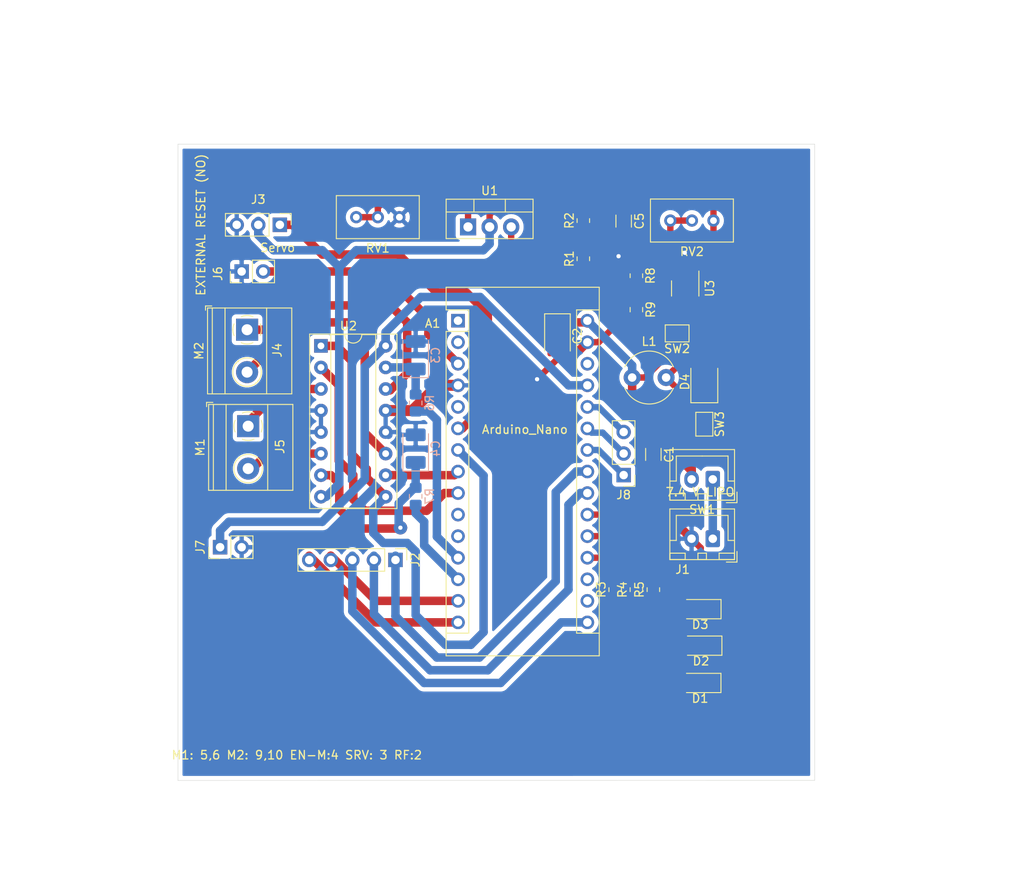
<source format=kicad_pcb>
(kicad_pcb (version 20171130) (host pcbnew "(5.1.10)-1")

  (general
    (thickness 1.6)
    (drawings 10)
    (tracks 288)
    (zones 0)
    (modules 36)
    (nets 40)
  )

  (page A4)
  (layers
    (0 F.Cu signal)
    (31 B.Cu signal)
    (32 B.Adhes user)
    (33 F.Adhes user)
    (34 B.Paste user)
    (35 F.Paste user)
    (36 B.SilkS user)
    (37 F.SilkS user)
    (38 B.Mask user)
    (39 F.Mask user)
    (40 Dwgs.User user)
    (41 Cmts.User user)
    (42 Eco1.User user)
    (43 Eco2.User user)
    (44 Edge.Cuts user)
    (45 Margin user)
    (46 B.CrtYd user)
    (47 F.CrtYd user)
    (48 B.Fab user)
    (49 F.Fab user)
  )

  (setup
    (last_trace_width 0.25)
    (user_trace_width 0.75)
    (user_trace_width 1)
    (user_trace_width 1.3)
    (user_trace_width 1.5)
    (trace_clearance 0.2)
    (zone_clearance 0.508)
    (zone_45_only no)
    (trace_min 0.2)
    (via_size 0.8)
    (via_drill 0.4)
    (via_min_size 0.4)
    (via_min_drill 0.3)
    (uvia_size 0.3)
    (uvia_drill 0.1)
    (uvias_allowed no)
    (uvia_min_size 0.2)
    (uvia_min_drill 0.1)
    (edge_width 0.05)
    (segment_width 0.2)
    (pcb_text_width 0.3)
    (pcb_text_size 1.5 1.5)
    (mod_edge_width 0.12)
    (mod_text_size 1 1)
    (mod_text_width 0.15)
    (pad_size 1.6 1.6)
    (pad_drill 0.7)
    (pad_to_mask_clearance 0)
    (aux_axis_origin 56.388 114.681)
    (grid_origin 62 45)
    (visible_elements 7FFFEFFF)
    (pcbplotparams
      (layerselection 0x010fc_ffffffff)
      (usegerberextensions true)
      (usegerberattributes true)
      (usegerberadvancedattributes true)
      (creategerberjobfile true)
      (excludeedgelayer true)
      (linewidth 0.100000)
      (plotframeref false)
      (viasonmask false)
      (mode 1)
      (useauxorigin false)
      (hpglpennumber 1)
      (hpglpenspeed 20)
      (hpglpendiameter 15.000000)
      (psnegative false)
      (psa4output false)
      (plotreference true)
      (plotvalue true)
      (plotinvisibletext false)
      (padsonsilk false)
      (subtractmaskfromsilk false)
      (outputformat 1)
      (mirror false)
      (drillshape 0)
      (scaleselection 1)
      (outputdirectory "../../../../Desktop/gerb/"))
  )

  (net 0 "")
  (net 1 +BATT)
  (net 2 Earth)
  (net 3 "Net-(A1-Pad13)")
  (net 4 +5V)
  (net 5 "Net-(A1-Pad26)")
  (net 6 "Net-(A1-Pad25)")
  (net 7 "Net-(A1-Pad24)")
  (net 8 "Net-(A1-Pad21)")
  (net 9 "Net-(A1-Pad20)")
  (net 10 "Net-(A1-Pad19)")
  (net 11 "Net-(A1-Pad3)")
  (net 12 +6V)
  (net 13 "Net-(J1-Pad1)")
  (net 14 "Net-(J4-Pad2)")
  (net 15 "Net-(J4-Pad1)")
  (net 16 "Net-(J5-Pad2)")
  (net 17 "Net-(J5-Pad1)")
  (net 18 "Net-(R1-Pad2)")
  (net 19 "Net-(D1-Pad2)")
  (net 20 "Net-(D2-Pad2)")
  (net 21 "Net-(D3-Pad2)")
  (net 22 "Net-(R2-Pad2)")
  (net 23 SCK)
  (net 24 MISO)
  (net 25 MOSI)
  (net 26 M2F)
  (net 27 M1F)
  (net 28 CSN)
  (net 29 CE)
  (net 30 M2B)
  (net 31 M1B)
  (net 32 EN)
  (net 33 PWM_SERVO)
  (net 34 "Net-(A1-Pad12)")
  (net 35 "Net-(D4-Pad1)")
  (net 36 "Net-(R8-Pad2)")
  (net 37 "Net-(R8-Pad1)")
  (net 38 "Net-(SW2-Pad2)")
  (net 39 "Net-(C5-Pad1)")

  (net_class Default "This is the default net class."
    (clearance 0.2)
    (trace_width 0.25)
    (via_dia 0.8)
    (via_drill 0.4)
    (uvia_dia 0.3)
    (uvia_drill 0.1)
    (add_net +5V)
    (add_net +6V)
    (add_net +BATT)
    (add_net CE)
    (add_net CSN)
    (add_net EN)
    (add_net Earth)
    (add_net M1B)
    (add_net M1F)
    (add_net M2B)
    (add_net M2F)
    (add_net MISO)
    (add_net MOSI)
    (add_net "Net-(A1-Pad12)")
    (add_net "Net-(A1-Pad13)")
    (add_net "Net-(A1-Pad19)")
    (add_net "Net-(A1-Pad20)")
    (add_net "Net-(A1-Pad21)")
    (add_net "Net-(A1-Pad24)")
    (add_net "Net-(A1-Pad25)")
    (add_net "Net-(A1-Pad26)")
    (add_net "Net-(A1-Pad3)")
    (add_net "Net-(C5-Pad1)")
    (add_net "Net-(D1-Pad2)")
    (add_net "Net-(D2-Pad2)")
    (add_net "Net-(D3-Pad2)")
    (add_net "Net-(D4-Pad1)")
    (add_net "Net-(J1-Pad1)")
    (add_net "Net-(J4-Pad1)")
    (add_net "Net-(J4-Pad2)")
    (add_net "Net-(J5-Pad1)")
    (add_net "Net-(J5-Pad2)")
    (add_net "Net-(R1-Pad2)")
    (add_net "Net-(R2-Pad2)")
    (add_net "Net-(R8-Pad1)")
    (add_net "Net-(R8-Pad2)")
    (add_net "Net-(SW2-Pad2)")
    (add_net PWM_SERVO)
    (add_net SCK)
  )

  (module LED_SMD:LED_1206_3216Metric_Pad1.42x1.75mm_HandSolder (layer F.Cu) (tedit 5F68FEF1) (tstamp 60EBF647)
    (at 149.5125 74.8 180)
    (descr "LED SMD 1206 (3216 Metric), square (rectangular) end terminal, IPC_7351 nominal, (Body size source: http://www.tortai-tech.com/upload/download/2011102023233369053.pdf), generated with kicad-footprint-generator")
    (tags "LED handsolder")
    (path /60E26FA2)
    (attr smd)
    (fp_text reference D3 (at 0 -1.82) (layer F.SilkS)
      (effects (font (size 1 1) (thickness 0.15)))
    )
    (fp_text value "Status LED" (at 0 1.82) (layer F.Fab)
      (effects (font (size 1 1) (thickness 0.15)))
    )
    (fp_line (start 1.6 -0.8) (end -1.2 -0.8) (layer F.Fab) (width 0.1))
    (fp_line (start -1.2 -0.8) (end -1.6 -0.4) (layer F.Fab) (width 0.1))
    (fp_line (start -1.6 -0.4) (end -1.6 0.8) (layer F.Fab) (width 0.1))
    (fp_line (start -1.6 0.8) (end 1.6 0.8) (layer F.Fab) (width 0.1))
    (fp_line (start 1.6 0.8) (end 1.6 -0.8) (layer F.Fab) (width 0.1))
    (fp_line (start 1.6 -1.135) (end -2.46 -1.135) (layer F.SilkS) (width 0.12))
    (fp_line (start -2.46 -1.135) (end -2.46 1.135) (layer F.SilkS) (width 0.12))
    (fp_line (start -2.46 1.135) (end 1.6 1.135) (layer F.SilkS) (width 0.12))
    (fp_line (start -2.45 1.12) (end -2.45 -1.12) (layer F.CrtYd) (width 0.05))
    (fp_line (start -2.45 -1.12) (end 2.45 -1.12) (layer F.CrtYd) (width 0.05))
    (fp_line (start 2.45 -1.12) (end 2.45 1.12) (layer F.CrtYd) (width 0.05))
    (fp_line (start 2.45 1.12) (end -2.45 1.12) (layer F.CrtYd) (width 0.05))
    (fp_text user %R (at 0 0) (layer F.Fab)
      (effects (font (size 0.8 0.8) (thickness 0.12)))
    )
    (pad 2 smd roundrect (at 1.4875 0 180) (size 1.425 1.75) (layers F.Cu F.Paste F.Mask) (roundrect_rratio 0.175439)
      (net 21 "Net-(D3-Pad2)"))
    (pad 1 smd roundrect (at -1.4875 0 180) (size 1.425 1.75) (layers F.Cu F.Paste F.Mask) (roundrect_rratio 0.175439)
      (net 2 Earth))
    (model ${KISYS3DMOD}/LED_SMD.3dshapes/LED_1206_3216Metric.wrl
      (at (xyz 0 0 0))
      (scale (xyz 1 1 1))
      (rotate (xyz 0 0 0))
    )
  )

  (module LED_SMD:LED_1206_3216Metric_Pad1.42x1.75mm_HandSolder (layer F.Cu) (tedit 5F68FEF1) (tstamp 60EBF152)
    (at 149.6125 79.1 180)
    (descr "LED SMD 1206 (3216 Metric), square (rectangular) end terminal, IPC_7351 nominal, (Body size source: http://www.tortai-tech.com/upload/download/2011102023233369053.pdf), generated with kicad-footprint-generator")
    (tags "LED handsolder")
    (path /60E27FB6)
    (attr smd)
    (fp_text reference D2 (at 0 -1.82) (layer F.SilkS)
      (effects (font (size 1 1) (thickness 0.15)))
    )
    (fp_text value "Status LED" (at 0 1.82) (layer F.Fab)
      (effects (font (size 1 1) (thickness 0.15)))
    )
    (fp_line (start 1.6 -0.8) (end -1.2 -0.8) (layer F.Fab) (width 0.1))
    (fp_line (start -1.2 -0.8) (end -1.6 -0.4) (layer F.Fab) (width 0.1))
    (fp_line (start -1.6 -0.4) (end -1.6 0.8) (layer F.Fab) (width 0.1))
    (fp_line (start -1.6 0.8) (end 1.6 0.8) (layer F.Fab) (width 0.1))
    (fp_line (start 1.6 0.8) (end 1.6 -0.8) (layer F.Fab) (width 0.1))
    (fp_line (start 1.6 -1.135) (end -2.46 -1.135) (layer F.SilkS) (width 0.12))
    (fp_line (start -2.46 -1.135) (end -2.46 1.135) (layer F.SilkS) (width 0.12))
    (fp_line (start -2.46 1.135) (end 1.6 1.135) (layer F.SilkS) (width 0.12))
    (fp_line (start -2.45 1.12) (end -2.45 -1.12) (layer F.CrtYd) (width 0.05))
    (fp_line (start -2.45 -1.12) (end 2.45 -1.12) (layer F.CrtYd) (width 0.05))
    (fp_line (start 2.45 -1.12) (end 2.45 1.12) (layer F.CrtYd) (width 0.05))
    (fp_line (start 2.45 1.12) (end -2.45 1.12) (layer F.CrtYd) (width 0.05))
    (fp_text user %R (at 0 0) (layer F.Fab)
      (effects (font (size 0.8 0.8) (thickness 0.12)))
    )
    (pad 2 smd roundrect (at 1.4875 0 180) (size 1.425 1.75) (layers F.Cu F.Paste F.Mask) (roundrect_rratio 0.175439)
      (net 20 "Net-(D2-Pad2)"))
    (pad 1 smd roundrect (at -1.4875 0 180) (size 1.425 1.75) (layers F.Cu F.Paste F.Mask) (roundrect_rratio 0.175439)
      (net 2 Earth))
    (model ${KISYS3DMOD}/LED_SMD.3dshapes/LED_1206_3216Metric.wrl
      (at (xyz 0 0 0))
      (scale (xyz 1 1 1))
      (rotate (xyz 0 0 0))
    )
  )

  (module LED_SMD:LED_1206_3216Metric_Pad1.42x1.75mm_HandSolder (layer F.Cu) (tedit 5F68FEF1) (tstamp 60EBF614)
    (at 149.5 83.5 180)
    (descr "LED SMD 1206 (3216 Metric), square (rectangular) end terminal, IPC_7351 nominal, (Body size source: http://www.tortai-tech.com/upload/download/2011102023233369053.pdf), generated with kicad-footprint-generator")
    (tags "LED handsolder")
    (path /60E283B2)
    (attr smd)
    (fp_text reference D1 (at 0 -1.82) (layer F.SilkS)
      (effects (font (size 1 1) (thickness 0.15)))
    )
    (fp_text value "Status LED" (at 0 1.82) (layer F.Fab)
      (effects (font (size 1 1) (thickness 0.15)))
    )
    (fp_line (start 1.6 -0.8) (end -1.2 -0.8) (layer F.Fab) (width 0.1))
    (fp_line (start -1.2 -0.8) (end -1.6 -0.4) (layer F.Fab) (width 0.1))
    (fp_line (start -1.6 -0.4) (end -1.6 0.8) (layer F.Fab) (width 0.1))
    (fp_line (start -1.6 0.8) (end 1.6 0.8) (layer F.Fab) (width 0.1))
    (fp_line (start 1.6 0.8) (end 1.6 -0.8) (layer F.Fab) (width 0.1))
    (fp_line (start 1.6 -1.135) (end -2.46 -1.135) (layer F.SilkS) (width 0.12))
    (fp_line (start -2.46 -1.135) (end -2.46 1.135) (layer F.SilkS) (width 0.12))
    (fp_line (start -2.46 1.135) (end 1.6 1.135) (layer F.SilkS) (width 0.12))
    (fp_line (start -2.45 1.12) (end -2.45 -1.12) (layer F.CrtYd) (width 0.05))
    (fp_line (start -2.45 -1.12) (end 2.45 -1.12) (layer F.CrtYd) (width 0.05))
    (fp_line (start 2.45 -1.12) (end 2.45 1.12) (layer F.CrtYd) (width 0.05))
    (fp_line (start 2.45 1.12) (end -2.45 1.12) (layer F.CrtYd) (width 0.05))
    (fp_text user %R (at 0.23308 0) (layer F.Fab)
      (effects (font (size 0.8 0.8) (thickness 0.12)))
    )
    (pad 2 smd roundrect (at 1.4875 0 180) (size 1.425 1.75) (layers F.Cu F.Paste F.Mask) (roundrect_rratio 0.175439)
      (net 19 "Net-(D1-Pad2)"))
    (pad 1 smd roundrect (at -1.4875 0 180) (size 1.425 1.75) (layers F.Cu F.Paste F.Mask) (roundrect_rratio 0.175439)
      (net 2 Earth))
    (model ${KISYS3DMOD}/LED_SMD.3dshapes/LED_1206_3216Metric.wrl
      (at (xyz 0 0 0))
      (scale (xyz 1 1 1))
      (rotate (xyz 0 0 0))
    )
  )

  (module Connector_JST:JST_XH_B2B-XH-A_1x02_P2.50mm_Vertical (layer F.Cu) (tedit 5C28146C) (tstamp 60EBF2E0)
    (at 151 59.5 180)
    (descr "JST XH series connector, B2B-XH-A (http://www.jst-mfg.com/product/pdf/eng/eXH.pdf), generated with kicad-footprint-generator")
    (tags "connector JST XH vertical")
    (path /60DC44F2)
    (fp_text reference SW1 (at 1.25 -3.55) (layer F.SilkS)
      (effects (font (size 1 1) (thickness 0.15)))
    )
    (fp_text value "MAIN CUTOFF" (at 1.25 4.6) (layer F.Fab)
      (effects (font (size 1 1) (thickness 0.15)))
    )
    (fp_line (start -2.85 -2.75) (end -2.85 -1.5) (layer F.SilkS) (width 0.12))
    (fp_line (start -1.6 -2.75) (end -2.85 -2.75) (layer F.SilkS) (width 0.12))
    (fp_line (start 4.3 2.75) (end 1.25 2.75) (layer F.SilkS) (width 0.12))
    (fp_line (start 4.3 -0.2) (end 4.3 2.75) (layer F.SilkS) (width 0.12))
    (fp_line (start 5.05 -0.2) (end 4.3 -0.2) (layer F.SilkS) (width 0.12))
    (fp_line (start -1.8 2.75) (end 1.25 2.75) (layer F.SilkS) (width 0.12))
    (fp_line (start -1.8 -0.2) (end -1.8 2.75) (layer F.SilkS) (width 0.12))
    (fp_line (start -2.55 -0.2) (end -1.8 -0.2) (layer F.SilkS) (width 0.12))
    (fp_line (start 5.05 -2.45) (end 3.25 -2.45) (layer F.SilkS) (width 0.12))
    (fp_line (start 5.05 -1.7) (end 5.05 -2.45) (layer F.SilkS) (width 0.12))
    (fp_line (start 3.25 -1.7) (end 5.05 -1.7) (layer F.SilkS) (width 0.12))
    (fp_line (start 3.25 -2.45) (end 3.25 -1.7) (layer F.SilkS) (width 0.12))
    (fp_line (start -0.75 -2.45) (end -2.55 -2.45) (layer F.SilkS) (width 0.12))
    (fp_line (start -0.75 -1.7) (end -0.75 -2.45) (layer F.SilkS) (width 0.12))
    (fp_line (start -2.55 -1.7) (end -0.75 -1.7) (layer F.SilkS) (width 0.12))
    (fp_line (start -2.55 -2.45) (end -2.55 -1.7) (layer F.SilkS) (width 0.12))
    (fp_line (start 1.75 -2.45) (end 0.75 -2.45) (layer F.SilkS) (width 0.12))
    (fp_line (start 1.75 -1.7) (end 1.75 -2.45) (layer F.SilkS) (width 0.12))
    (fp_line (start 0.75 -1.7) (end 1.75 -1.7) (layer F.SilkS) (width 0.12))
    (fp_line (start 0.75 -2.45) (end 0.75 -1.7) (layer F.SilkS) (width 0.12))
    (fp_line (start 0 -1.35) (end 0.625 -2.35) (layer F.Fab) (width 0.1))
    (fp_line (start -0.625 -2.35) (end 0 -1.35) (layer F.Fab) (width 0.1))
    (fp_line (start 5.45 -2.85) (end -2.95 -2.85) (layer F.CrtYd) (width 0.05))
    (fp_line (start 5.45 3.9) (end 5.45 -2.85) (layer F.CrtYd) (width 0.05))
    (fp_line (start -2.95 3.9) (end 5.45 3.9) (layer F.CrtYd) (width 0.05))
    (fp_line (start -2.95 -2.85) (end -2.95 3.9) (layer F.CrtYd) (width 0.05))
    (fp_line (start 5.06 -2.46) (end -2.56 -2.46) (layer F.SilkS) (width 0.12))
    (fp_line (start 5.06 3.51) (end 5.06 -2.46) (layer F.SilkS) (width 0.12))
    (fp_line (start -2.56 3.51) (end 5.06 3.51) (layer F.SilkS) (width 0.12))
    (fp_line (start -2.56 -2.46) (end -2.56 3.51) (layer F.SilkS) (width 0.12))
    (fp_line (start 4.95 -2.35) (end -2.45 -2.35) (layer F.Fab) (width 0.1))
    (fp_line (start 4.95 3.4) (end 4.95 -2.35) (layer F.Fab) (width 0.1))
    (fp_line (start -2.45 3.4) (end 4.95 3.4) (layer F.Fab) (width 0.1))
    (fp_line (start -2.45 -2.35) (end -2.45 3.4) (layer F.Fab) (width 0.1))
    (fp_text user %R (at 1.25 2.7) (layer F.Fab)
      (effects (font (size 1 1) (thickness 0.15)))
    )
    (pad 2 thru_hole oval (at 2.5 0 180) (size 1.7 2) (drill 1) (layers *.Cu *.Mask)
      (net 1 +BATT))
    (pad 1 thru_hole roundrect (at 0 0 180) (size 1.7 2) (drill 1) (layers *.Cu *.Mask) (roundrect_rratio 0.147059)
      (net 13 "Net-(J1-Pad1)"))
    (model ${KISYS3DMOD}/Connector_JST.3dshapes/JST_XH_B2B-XH-A_1x02_P2.50mm_Vertical.wrl
      (at (xyz 0 0 0))
      (scale (xyz 1 1 1))
      (rotate (xyz 0 0 0))
    )
  )

  (module Resistor_SMD:R_0805_2012Metric_Pad1.20x1.40mm_HandSolder (layer F.Cu) (tedit 5F68FEEE) (tstamp 60EBF106)
    (at 135.75 29 90)
    (descr "Resistor SMD 0805 (2012 Metric), square (rectangular) end terminal, IPC_7351 nominal with elongated pad for handsoldering. (Body size source: IPC-SM-782 page 72, https://www.pcb-3d.com/wordpress/wp-content/uploads/ipc-sm-782a_amendment_1_and_2.pdf), generated with kicad-footprint-generator")
    (tags "resistor handsolder")
    (path /60D771D8)
    (attr smd)
    (fp_text reference R2 (at 0 -1.65 270) (layer F.SilkS)
      (effects (font (size 1 1) (thickness 0.15)))
    )
    (fp_text value 680E (at 0 1.65 270) (layer F.Fab)
      (effects (font (size 1 1) (thickness 0.15)))
    )
    (fp_line (start 1.85 0.95) (end -1.85 0.95) (layer F.CrtYd) (width 0.05))
    (fp_line (start 1.85 -0.95) (end 1.85 0.95) (layer F.CrtYd) (width 0.05))
    (fp_line (start -1.85 -0.95) (end 1.85 -0.95) (layer F.CrtYd) (width 0.05))
    (fp_line (start -1.85 0.95) (end -1.85 -0.95) (layer F.CrtYd) (width 0.05))
    (fp_line (start -0.227064 0.735) (end 0.227064 0.735) (layer F.SilkS) (width 0.12))
    (fp_line (start -0.227064 -0.735) (end 0.227064 -0.735) (layer F.SilkS) (width 0.12))
    (fp_line (start 1 0.625) (end -1 0.625) (layer F.Fab) (width 0.1))
    (fp_line (start 1 -0.625) (end 1 0.625) (layer F.Fab) (width 0.1))
    (fp_line (start -1 -0.625) (end 1 -0.625) (layer F.Fab) (width 0.1))
    (fp_line (start -1 0.625) (end -1 -0.625) (layer F.Fab) (width 0.1))
    (fp_text user %R (at 0 0 270) (layer F.Fab)
      (effects (font (size 0.5 0.5) (thickness 0.08)))
    )
    (pad 2 smd roundrect (at 1 0 90) (size 1.2 1.4) (layers F.Cu F.Paste F.Mask) (roundrect_rratio 0.208333)
      (net 22 "Net-(R2-Pad2)"))
    (pad 1 smd roundrect (at -1 0 90) (size 1.2 1.4) (layers F.Cu F.Paste F.Mask) (roundrect_rratio 0.208333)
      (net 18 "Net-(R1-Pad2)"))
    (model ${KISYS3DMOD}/Resistor_SMD.3dshapes/R_0805_2012Metric.wrl
      (at (xyz 0 0 0))
      (scale (xyz 1 1 1))
      (rotate (xyz 0 0 0))
    )
  )

  (module Resistor_SMD:R_0805_2012Metric_Pad1.20x1.40mm_HandSolder (layer F.Cu) (tedit 5F68FEEE) (tstamp 60EBF0C4)
    (at 135.75 33.5 90)
    (descr "Resistor SMD 0805 (2012 Metric), square (rectangular) end terminal, IPC_7351 nominal with elongated pad for handsoldering. (Body size source: IPC-SM-782 page 72, https://www.pcb-3d.com/wordpress/wp-content/uploads/ipc-sm-782a_amendment_1_and_2.pdf), generated with kicad-footprint-generator")
    (tags "resistor handsolder")
    (path /60D7672A)
    (attr smd)
    (fp_text reference R1 (at 0 -1.65 270) (layer F.SilkS)
      (effects (font (size 1 1) (thickness 0.15)))
    )
    (fp_text value 220E (at 0 1.65 270) (layer F.Fab)
      (effects (font (size 1 1) (thickness 0.15)))
    )
    (fp_line (start 1.85 0.95) (end -1.85 0.95) (layer F.CrtYd) (width 0.05))
    (fp_line (start 1.85 -0.95) (end 1.85 0.95) (layer F.CrtYd) (width 0.05))
    (fp_line (start -1.85 -0.95) (end 1.85 -0.95) (layer F.CrtYd) (width 0.05))
    (fp_line (start -1.85 0.95) (end -1.85 -0.95) (layer F.CrtYd) (width 0.05))
    (fp_line (start -0.227064 0.735) (end 0.227064 0.735) (layer F.SilkS) (width 0.12))
    (fp_line (start -0.227064 -0.735) (end 0.227064 -0.735) (layer F.SilkS) (width 0.12))
    (fp_line (start 1 0.625) (end -1 0.625) (layer F.Fab) (width 0.1))
    (fp_line (start 1 -0.625) (end 1 0.625) (layer F.Fab) (width 0.1))
    (fp_line (start -1 -0.625) (end 1 -0.625) (layer F.Fab) (width 0.1))
    (fp_line (start -1 0.625) (end -1 -0.625) (layer F.Fab) (width 0.1))
    (fp_text user %R (at 0 0 270) (layer F.Fab)
      (effects (font (size 0.5 0.5) (thickness 0.08)))
    )
    (pad 2 smd roundrect (at 1 0 90) (size 1.2 1.4) (layers F.Cu F.Paste F.Mask) (roundrect_rratio 0.208333)
      (net 18 "Net-(R1-Pad2)"))
    (pad 1 smd roundrect (at -1 0 90) (size 1.2 1.4) (layers F.Cu F.Paste F.Mask) (roundrect_rratio 0.208333)
      (net 12 +6V))
    (model ${KISYS3DMOD}/Resistor_SMD.3dshapes/R_0805_2012Metric.wrl
      (at (xyz 0 0 0))
      (scale (xyz 1 1 1))
      (rotate (xyz 0 0 0))
    )
  )

  (module Capacitor_SMD:C_0805_2012Metric_Pad1.18x1.45mm_HandSolder (layer F.Cu) (tedit 5F68FEEF) (tstamp 61EB9252)
    (at 142 39.5 270)
    (descr "Capacitor SMD 0805 (2012 Metric), square (rectangular) end terminal, IPC_7351 nominal with elongated pad for handsoldering. (Body size source: IPC-SM-782 page 76, https://www.pcb-3d.com/wordpress/wp-content/uploads/ipc-sm-782a_amendment_1_and_2.pdf, https://docs.google.com/spreadsheets/d/1BsfQQcO9C6DZCsRaXUlFlo91Tg2WpOkGARC1WS5S8t0/edit?usp=sharing), generated with kicad-footprint-generator")
    (tags "capacitor handsolder")
    (path /61EDF5C3)
    (attr smd)
    (fp_text reference R9 (at 0 -1.68 90) (layer F.SilkS)
      (effects (font (size 1 1) (thickness 0.15)))
    )
    (fp_text value 68E (at 0 1.68 90) (layer F.Fab)
      (effects (font (size 1 1) (thickness 0.15)))
    )
    (fp_line (start -1 0.625) (end -1 -0.625) (layer F.Fab) (width 0.1))
    (fp_line (start -1 -0.625) (end 1 -0.625) (layer F.Fab) (width 0.1))
    (fp_line (start 1 -0.625) (end 1 0.625) (layer F.Fab) (width 0.1))
    (fp_line (start 1 0.625) (end -1 0.625) (layer F.Fab) (width 0.1))
    (fp_line (start -0.261252 -0.735) (end 0.261252 -0.735) (layer F.SilkS) (width 0.12))
    (fp_line (start -0.261252 0.735) (end 0.261252 0.735) (layer F.SilkS) (width 0.12))
    (fp_line (start -1.88 0.98) (end -1.88 -0.98) (layer F.CrtYd) (width 0.05))
    (fp_line (start -1.88 -0.98) (end 1.88 -0.98) (layer F.CrtYd) (width 0.05))
    (fp_line (start 1.88 -0.98) (end 1.88 0.98) (layer F.CrtYd) (width 0.05))
    (fp_line (start 1.88 0.98) (end -1.88 0.98) (layer F.CrtYd) (width 0.05))
    (fp_text user %R (at 0 0 90) (layer F.Fab)
      (effects (font (size 0.5 0.5) (thickness 0.08)))
    )
    (pad 2 smd roundrect (at 1.0375 0 270) (size 1.175 1.45) (layers F.Cu F.Paste F.Mask) (roundrect_rratio 0.212766)
      (net 2 Earth))
    (pad 1 smd roundrect (at -1.0375 0 270) (size 1.175 1.45) (layers F.Cu F.Paste F.Mask) (roundrect_rratio 0.212766)
      (net 36 "Net-(R8-Pad2)"))
    (model ${KISYS3DMOD}/Capacitor_SMD.3dshapes/C_0805_2012Metric.wrl
      (at (xyz 0 0 0))
      (scale (xyz 1 1 1))
      (rotate (xyz 0 0 0))
    )
  )

  (module Package_TO_SOT_SMD:SOT-23-6_Handsoldering (layer F.Cu) (tedit 5A02FF57) (tstamp 61EB92AE)
    (at 147.75 37 270)
    (descr "6-pin SOT-23 package, Handsoldering")
    (tags "SOT-23-6 Handsoldering")
    (path /61EB10BA)
    (attr smd)
    (fp_text reference U3 (at 0 -2.9 90) (layer F.SilkS)
      (effects (font (size 1 1) (thickness 0.15)))
    )
    (fp_text value SX1308 (at 0 2.9 90) (layer F.Fab)
      (effects (font (size 1 1) (thickness 0.15)))
    )
    (fp_line (start -0.9 1.61) (end 0.9 1.61) (layer F.SilkS) (width 0.12))
    (fp_line (start 0.9 -1.61) (end -2.05 -1.61) (layer F.SilkS) (width 0.12))
    (fp_line (start -2.4 1.8) (end -2.4 -1.8) (layer F.CrtYd) (width 0.05))
    (fp_line (start 2.4 1.8) (end -2.4 1.8) (layer F.CrtYd) (width 0.05))
    (fp_line (start 2.4 -1.8) (end 2.4 1.8) (layer F.CrtYd) (width 0.05))
    (fp_line (start -2.4 -1.8) (end 2.4 -1.8) (layer F.CrtYd) (width 0.05))
    (fp_line (start -0.9 -0.9) (end -0.25 -1.55) (layer F.Fab) (width 0.1))
    (fp_line (start 0.9 -1.55) (end -0.25 -1.55) (layer F.Fab) (width 0.1))
    (fp_line (start -0.9 -0.9) (end -0.9 1.55) (layer F.Fab) (width 0.1))
    (fp_line (start 0.9 1.55) (end -0.9 1.55) (layer F.Fab) (width 0.1))
    (fp_line (start 0.9 -1.55) (end 0.9 1.55) (layer F.Fab) (width 0.1))
    (fp_text user %R (at 0 0) (layer F.Fab)
      (effects (font (size 0.5 0.5) (thickness 0.075)))
    )
    (pad 5 smd rect (at 1.35 0 270) (size 1.56 0.65) (layers F.Cu F.Paste F.Mask)
      (net 1 +BATT))
    (pad 6 smd rect (at 1.35 -0.95 270) (size 1.56 0.65) (layers F.Cu F.Paste F.Mask))
    (pad 4 smd rect (at 1.35 0.95 270) (size 1.56 0.65) (layers F.Cu F.Paste F.Mask)
      (net 38 "Net-(SW2-Pad2)"))
    (pad 3 smd rect (at -1.35 0.95 270) (size 1.56 0.65) (layers F.Cu F.Paste F.Mask)
      (net 36 "Net-(R8-Pad2)"))
    (pad 2 smd rect (at -1.35 0 270) (size 1.56 0.65) (layers F.Cu F.Paste F.Mask)
      (net 2 Earth))
    (pad 1 smd rect (at -1.35 -0.95 270) (size 1.56 0.65) (layers F.Cu F.Paste F.Mask)
      (net 35 "Net-(D4-Pad1)"))
    (model ${KISYS3DMOD}/Package_TO_SOT_SMD.3dshapes/SOT-23-6.wrl
      (at (xyz 0 0 0))
      (scale (xyz 1 1 1))
      (rotate (xyz 0 0 0))
    )
  )

  (module Jumper:SolderJumper-2_P1.3mm_Open_TrianglePad1.0x1.5mm (layer F.Cu) (tedit 5A64794F) (tstamp 61EB5DF2)
    (at 150 53 270)
    (descr "SMD Solder Jumper, 1x1.5mm Triangular Pads, 0.3mm gap, open")
    (tags "solder jumper open")
    (path /61FE7004)
    (attr virtual)
    (fp_text reference SW3 (at 0 -1.8 90) (layer F.SilkS)
      (effects (font (size 1 1) (thickness 0.15)))
    )
    (fp_text value BBS (at 0 1.9 90) (layer F.Fab)
      (effects (font (size 1 1) (thickness 0.15)))
    )
    (fp_line (start -1.4 1) (end -1.4 -1) (layer F.SilkS) (width 0.12))
    (fp_line (start 1.4 1) (end -1.4 1) (layer F.SilkS) (width 0.12))
    (fp_line (start 1.4 -1) (end 1.4 1) (layer F.SilkS) (width 0.12))
    (fp_line (start -1.4 -1) (end 1.4 -1) (layer F.SilkS) (width 0.12))
    (fp_line (start -1.65 -1.25) (end 1.65 -1.25) (layer F.CrtYd) (width 0.05))
    (fp_line (start -1.65 -1.25) (end -1.65 1.25) (layer F.CrtYd) (width 0.05))
    (fp_line (start 1.65 1.25) (end 1.65 -1.25) (layer F.CrtYd) (width 0.05))
    (fp_line (start 1.65 1.25) (end -1.65 1.25) (layer F.CrtYd) (width 0.05))
    (pad 1 smd custom (at -0.725 0 270) (size 0.3 0.3) (layers F.Cu F.Mask)
      (net 39 "Net-(C5-Pad1)") (zone_connect 2)
      (options (clearance outline) (anchor rect))
      (primitives
        (gr_poly (pts
           (xy -0.5 -0.75) (xy 0.5 -0.75) (xy 1 0) (xy 0.5 0.75) (xy -0.5 0.75)
) (width 0))
      ))
    (pad 2 smd custom (at 0.725 0 270) (size 0.3 0.3) (layers F.Cu F.Mask)
      (net 1 +BATT) (zone_connect 2)
      (options (clearance outline) (anchor rect))
      (primitives
        (gr_poly (pts
           (xy -0.65 -0.75) (xy 0.5 -0.75) (xy 0.5 0.75) (xy -0.65 0.75) (xy -0.15 0)
) (width 0))
      ))
  )

  (module Jumper:SolderJumper-2_P1.3mm_Open_TrianglePad1.0x1.5mm (layer F.Cu) (tedit 5A64794F) (tstamp 61EB927F)
    (at 146.8 42.3 180)
    (descr "SMD Solder Jumper, 1x1.5mm Triangular Pads, 0.3mm gap, open")
    (tags "solder jumper open")
    (path /61FE0F7E)
    (attr virtual)
    (fp_text reference SW2 (at 0 -1.8) (layer F.SilkS)
      (effects (font (size 1 1) (thickness 0.15)))
    )
    (fp_text value Enable (at 0 1.9) (layer F.Fab)
      (effects (font (size 1 1) (thickness 0.15)))
    )
    (fp_line (start -1.4 1) (end -1.4 -1) (layer F.SilkS) (width 0.12))
    (fp_line (start 1.4 1) (end -1.4 1) (layer F.SilkS) (width 0.12))
    (fp_line (start 1.4 -1) (end 1.4 1) (layer F.SilkS) (width 0.12))
    (fp_line (start -1.4 -1) (end 1.4 -1) (layer F.SilkS) (width 0.12))
    (fp_line (start -1.65 -1.25) (end 1.65 -1.25) (layer F.CrtYd) (width 0.05))
    (fp_line (start -1.65 -1.25) (end -1.65 1.25) (layer F.CrtYd) (width 0.05))
    (fp_line (start 1.65 1.25) (end 1.65 -1.25) (layer F.CrtYd) (width 0.05))
    (fp_line (start 1.65 1.25) (end -1.65 1.25) (layer F.CrtYd) (width 0.05))
    (pad 1 smd custom (at -0.725 0 180) (size 0.3 0.3) (layers F.Cu F.Mask)
      (net 1 +BATT) (zone_connect 2)
      (options (clearance outline) (anchor rect))
      (primitives
        (gr_poly (pts
           (xy -0.5 -0.75) (xy 0.5 -0.75) (xy 1 0) (xy 0.5 0.75) (xy -0.5 0.75)
) (width 0))
      ))
    (pad 2 smd custom (at 0.725 0 180) (size 0.3 0.3) (layers F.Cu F.Mask)
      (net 38 "Net-(SW2-Pad2)") (zone_connect 2)
      (options (clearance outline) (anchor rect))
      (primitives
        (gr_poly (pts
           (xy -0.65 -0.75) (xy 0.5 -0.75) (xy 0.5 0.75) (xy -0.65 0.75) (xy -0.15 0)
) (width 0))
      ))
  )

  (module Potentiometer_THT:Potentiometer_Bourns_3296W_Vertical (layer F.Cu) (tedit 5A3D4994) (tstamp 61EB5DB9)
    (at 146 29 180)
    (descr "Potentiometer, vertical, Bourns 3296W, https://www.bourns.com/pdfs/3296.pdf")
    (tags "Potentiometer vertical Bourns 3296W")
    (path /61EDC75A)
    (fp_text reference RV2 (at -2.54 -3.66) (layer F.SilkS)
      (effects (font (size 1 1) (thickness 0.15)))
    )
    (fp_text value "1k TPOT" (at -2.54 3.67) (layer F.Fab)
      (effects (font (size 1 1) (thickness 0.15)))
    )
    (fp_circle (center 0.955 1.15) (end 2.05 1.15) (layer F.Fab) (width 0.1))
    (fp_line (start -7.305 -2.41) (end -7.305 2.42) (layer F.Fab) (width 0.1))
    (fp_line (start -7.305 2.42) (end 2.225 2.42) (layer F.Fab) (width 0.1))
    (fp_line (start 2.225 2.42) (end 2.225 -2.41) (layer F.Fab) (width 0.1))
    (fp_line (start 2.225 -2.41) (end -7.305 -2.41) (layer F.Fab) (width 0.1))
    (fp_line (start 0.955 2.235) (end 0.956 0.066) (layer F.Fab) (width 0.1))
    (fp_line (start 0.955 2.235) (end 0.956 0.066) (layer F.Fab) (width 0.1))
    (fp_line (start -7.425 -2.53) (end 2.345 -2.53) (layer F.SilkS) (width 0.12))
    (fp_line (start -7.425 2.54) (end 2.345 2.54) (layer F.SilkS) (width 0.12))
    (fp_line (start -7.425 -2.53) (end -7.425 2.54) (layer F.SilkS) (width 0.12))
    (fp_line (start 2.345 -2.53) (end 2.345 2.54) (layer F.SilkS) (width 0.12))
    (fp_line (start -7.6 -2.7) (end -7.6 2.7) (layer F.CrtYd) (width 0.05))
    (fp_line (start -7.6 2.7) (end 2.5 2.7) (layer F.CrtYd) (width 0.05))
    (fp_line (start 2.5 2.7) (end 2.5 -2.7) (layer F.CrtYd) (width 0.05))
    (fp_line (start 2.5 -2.7) (end -7.6 -2.7) (layer F.CrtYd) (width 0.05))
    (fp_text user %R (at -3.175 0.005) (layer F.Fab)
      (effects (font (size 1 1) (thickness 0.15)))
    )
    (pad 3 thru_hole circle (at -5.08 0 180) (size 1.44 1.44) (drill 0.8) (layers *.Cu *.Mask)
      (net 39 "Net-(C5-Pad1)"))
    (pad 2 thru_hole circle (at -2.54 0 180) (size 1.44 1.44) (drill 0.8) (layers *.Cu *.Mask)
      (net 37 "Net-(R8-Pad1)"))
    (pad 1 thru_hole circle (at 0 0 180) (size 1.44 1.44) (drill 0.8) (layers *.Cu *.Mask)
      (net 37 "Net-(R8-Pad1)"))
    (model ${KISYS3DMOD}/Potentiometer_THT.3dshapes/Potentiometer_Bourns_3296W_Vertical.wrl
      (at (xyz 0 0 0))
      (scale (xyz 1 1 1))
      (rotate (xyz 0 0 0))
    )
  )

  (module Resistor_SMD:R_0805_2012Metric_Pad1.20x1.40mm_HandSolder (layer F.Cu) (tedit 5F68FEEE) (tstamp 61EB931E)
    (at 142 35.5 270)
    (descr "Resistor SMD 0805 (2012 Metric), square (rectangular) end terminal, IPC_7351 nominal with elongated pad for handsoldering. (Body size source: IPC-SM-782 page 72, https://www.pcb-3d.com/wordpress/wp-content/uploads/ipc-sm-782a_amendment_1_and_2.pdf), generated with kicad-footprint-generator")
    (tags "resistor handsolder")
    (path /61FBBA73)
    (attr smd)
    (fp_text reference R8 (at 0 -1.65 90) (layer F.SilkS)
      (effects (font (size 1 1) (thickness 0.15)))
    )
    (fp_text value 100E (at 0 1.65 90) (layer F.Fab)
      (effects (font (size 1 1) (thickness 0.15)))
    )
    (fp_line (start -1 0.625) (end -1 -0.625) (layer F.Fab) (width 0.1))
    (fp_line (start -1 -0.625) (end 1 -0.625) (layer F.Fab) (width 0.1))
    (fp_line (start 1 -0.625) (end 1 0.625) (layer F.Fab) (width 0.1))
    (fp_line (start 1 0.625) (end -1 0.625) (layer F.Fab) (width 0.1))
    (fp_line (start -0.227064 -0.735) (end 0.227064 -0.735) (layer F.SilkS) (width 0.12))
    (fp_line (start -0.227064 0.735) (end 0.227064 0.735) (layer F.SilkS) (width 0.12))
    (fp_line (start -1.85 0.95) (end -1.85 -0.95) (layer F.CrtYd) (width 0.05))
    (fp_line (start -1.85 -0.95) (end 1.85 -0.95) (layer F.CrtYd) (width 0.05))
    (fp_line (start 1.85 -0.95) (end 1.85 0.95) (layer F.CrtYd) (width 0.05))
    (fp_line (start 1.85 0.95) (end -1.85 0.95) (layer F.CrtYd) (width 0.05))
    (fp_text user %R (at 0 0 90) (layer F.Fab)
      (effects (font (size 0.5 0.5) (thickness 0.08)))
    )
    (pad 2 smd roundrect (at 1 0 270) (size 1.2 1.4) (layers F.Cu F.Paste F.Mask) (roundrect_rratio 0.208333)
      (net 36 "Net-(R8-Pad2)"))
    (pad 1 smd roundrect (at -1 0 270) (size 1.2 1.4) (layers F.Cu F.Paste F.Mask) (roundrect_rratio 0.208333)
      (net 37 "Net-(R8-Pad1)"))
    (model ${KISYS3DMOD}/Resistor_SMD.3dshapes/R_0805_2012Metric.wrl
      (at (xyz 0 0 0))
      (scale (xyz 1 1 1))
      (rotate (xyz 0 0 0))
    )
  )

  (module Resistor_SMD:R_0805_2012Metric_Pad1.20x1.40mm_HandSolder (layer F.Cu) (tedit 5F68FEEE) (tstamp 60EBF67F)
    (at 144 72.5 90)
    (descr "Resistor SMD 0805 (2012 Metric), square (rectangular) end terminal, IPC_7351 nominal with elongated pad for handsoldering. (Body size source: IPC-SM-782 page 72, https://www.pcb-3d.com/wordpress/wp-content/uploads/ipc-sm-782a_amendment_1_and_2.pdf), generated with kicad-footprint-generator")
    (tags "resistor handsolder")
    (path /60E2B521)
    (attr smd)
    (fp_text reference R5 (at 0 -1.65 90) (layer F.SilkS)
      (effects (font (size 1 1) (thickness 0.15)))
    )
    (fp_text value 220E (at 0 1.65 90) (layer F.Fab)
      (effects (font (size 1 1) (thickness 0.15)))
    )
    (fp_line (start -1 0.625) (end -1 -0.625) (layer F.Fab) (width 0.1))
    (fp_line (start -1 -0.625) (end 1 -0.625) (layer F.Fab) (width 0.1))
    (fp_line (start 1 -0.625) (end 1 0.625) (layer F.Fab) (width 0.1))
    (fp_line (start 1 0.625) (end -1 0.625) (layer F.Fab) (width 0.1))
    (fp_line (start -0.227064 -0.735) (end 0.227064 -0.735) (layer F.SilkS) (width 0.12))
    (fp_line (start -0.227064 0.735) (end 0.227064 0.735) (layer F.SilkS) (width 0.12))
    (fp_line (start -1.85 0.95) (end -1.85 -0.95) (layer F.CrtYd) (width 0.05))
    (fp_line (start -1.85 -0.95) (end 1.85 -0.95) (layer F.CrtYd) (width 0.05))
    (fp_line (start 1.85 -0.95) (end 1.85 0.95) (layer F.CrtYd) (width 0.05))
    (fp_line (start 1.85 0.95) (end -1.85 0.95) (layer F.CrtYd) (width 0.05))
    (fp_text user %R (at 0 0 90) (layer F.Fab)
      (effects (font (size 0.5 0.5) (thickness 0.08)))
    )
    (pad 2 smd roundrect (at 1 0 90) (size 1.2 1.4) (layers F.Cu F.Paste F.Mask) (roundrect_rratio 0.208333)
      (net 8 "Net-(A1-Pad21)"))
    (pad 1 smd roundrect (at -1 0 90) (size 1.2 1.4) (layers F.Cu F.Paste F.Mask) (roundrect_rratio 0.208333)
      (net 21 "Net-(D3-Pad2)"))
    (model ${KISYS3DMOD}/Resistor_SMD.3dshapes/R_0805_2012Metric.wrl
      (at (xyz 0 0 0))
      (scale (xyz 1 1 1))
      (rotate (xyz 0 0 0))
    )
  )

  (module Resistor_SMD:R_0805_2012Metric_Pad1.20x1.40mm_HandSolder (layer F.Cu) (tedit 5F68FEEE) (tstamp 60EBF5D7)
    (at 142 72.5 90)
    (descr "Resistor SMD 0805 (2012 Metric), square (rectangular) end terminal, IPC_7351 nominal with elongated pad for handsoldering. (Body size source: IPC-SM-782 page 72, https://www.pcb-3d.com/wordpress/wp-content/uploads/ipc-sm-782a_amendment_1_and_2.pdf), generated with kicad-footprint-generator")
    (tags "resistor handsolder")
    (path /60E2B2AC)
    (attr smd)
    (fp_text reference R4 (at 0 -1.65 90) (layer F.SilkS)
      (effects (font (size 1 1) (thickness 0.15)))
    )
    (fp_text value 220E (at 0 1.65 90) (layer F.Fab)
      (effects (font (size 1 1) (thickness 0.15)))
    )
    (fp_line (start -1 0.625) (end -1 -0.625) (layer F.Fab) (width 0.1))
    (fp_line (start -1 -0.625) (end 1 -0.625) (layer F.Fab) (width 0.1))
    (fp_line (start 1 -0.625) (end 1 0.625) (layer F.Fab) (width 0.1))
    (fp_line (start 1 0.625) (end -1 0.625) (layer F.Fab) (width 0.1))
    (fp_line (start -0.227064 -0.735) (end 0.227064 -0.735) (layer F.SilkS) (width 0.12))
    (fp_line (start -0.227064 0.735) (end 0.227064 0.735) (layer F.SilkS) (width 0.12))
    (fp_line (start -1.85 0.95) (end -1.85 -0.95) (layer F.CrtYd) (width 0.05))
    (fp_line (start -1.85 -0.95) (end 1.85 -0.95) (layer F.CrtYd) (width 0.05))
    (fp_line (start 1.85 -0.95) (end 1.85 0.95) (layer F.CrtYd) (width 0.05))
    (fp_line (start 1.85 0.95) (end -1.85 0.95) (layer F.CrtYd) (width 0.05))
    (fp_text user %R (at 0 0 90) (layer F.Fab)
      (effects (font (size 0.5 0.5) (thickness 0.08)))
    )
    (pad 2 smd roundrect (at 1 0 90) (size 1.2 1.4) (layers F.Cu F.Paste F.Mask) (roundrect_rratio 0.208333)
      (net 9 "Net-(A1-Pad20)"))
    (pad 1 smd roundrect (at -1 0 90) (size 1.2 1.4) (layers F.Cu F.Paste F.Mask) (roundrect_rratio 0.208333)
      (net 20 "Net-(D2-Pad2)"))
    (model ${KISYS3DMOD}/Resistor_SMD.3dshapes/R_0805_2012Metric.wrl
      (at (xyz 0 0 0))
      (scale (xyz 1 1 1))
      (rotate (xyz 0 0 0))
    )
  )

  (module Resistor_SMD:R_0805_2012Metric_Pad1.20x1.40mm_HandSolder (layer F.Cu) (tedit 5F68FEEE) (tstamp 60EBF70C)
    (at 139.5 72.5 90)
    (descr "Resistor SMD 0805 (2012 Metric), square (rectangular) end terminal, IPC_7351 nominal with elongated pad for handsoldering. (Body size source: IPC-SM-782 page 72, https://www.pcb-3d.com/wordpress/wp-content/uploads/ipc-sm-782a_amendment_1_and_2.pdf), generated with kicad-footprint-generator")
    (tags "resistor handsolder")
    (path /60E2A6A2)
    (attr smd)
    (fp_text reference R3 (at 0 -1.65 90) (layer F.SilkS)
      (effects (font (size 1 1) (thickness 0.15)))
    )
    (fp_text value 220E (at 0 1.65 90) (layer F.Fab)
      (effects (font (size 1 1) (thickness 0.15)))
    )
    (fp_line (start -1 0.625) (end -1 -0.625) (layer F.Fab) (width 0.1))
    (fp_line (start -1 -0.625) (end 1 -0.625) (layer F.Fab) (width 0.1))
    (fp_line (start 1 -0.625) (end 1 0.625) (layer F.Fab) (width 0.1))
    (fp_line (start 1 0.625) (end -1 0.625) (layer F.Fab) (width 0.1))
    (fp_line (start -0.227064 -0.735) (end 0.227064 -0.735) (layer F.SilkS) (width 0.12))
    (fp_line (start -0.227064 0.735) (end 0.227064 0.735) (layer F.SilkS) (width 0.12))
    (fp_line (start -1.85 0.95) (end -1.85 -0.95) (layer F.CrtYd) (width 0.05))
    (fp_line (start -1.85 -0.95) (end 1.85 -0.95) (layer F.CrtYd) (width 0.05))
    (fp_line (start 1.85 -0.95) (end 1.85 0.95) (layer F.CrtYd) (width 0.05))
    (fp_line (start 1.85 0.95) (end -1.85 0.95) (layer F.CrtYd) (width 0.05))
    (fp_text user %R (at 0 0 90) (layer F.Fab)
      (effects (font (size 0.5 0.5) (thickness 0.08)))
    )
    (pad 2 smd roundrect (at 1 0 90) (size 1.2 1.4) (layers F.Cu F.Paste F.Mask) (roundrect_rratio 0.208333)
      (net 10 "Net-(A1-Pad19)"))
    (pad 1 smd roundrect (at -1 0 90) (size 1.2 1.4) (layers F.Cu F.Paste F.Mask) (roundrect_rratio 0.208333)
      (net 19 "Net-(D1-Pad2)"))
    (model ${KISYS3DMOD}/Resistor_SMD.3dshapes/R_0805_2012Metric.wrl
      (at (xyz 0 0 0))
      (scale (xyz 1 1 1))
      (rotate (xyz 0 0 0))
    )
  )

  (module Inductor_THT:L_Radial_D6.0mm_P4.00mm (layer F.Cu) (tedit 5AE59B06) (tstamp 61EACF3B)
    (at 141.5 47.5)
    (descr "Inductor, Radial series, Radial, pin pitch=4.00mm, , diameter=6.0mm, http://www.abracon.com/Magnetics/radial/AIUR-07.pdf")
    (tags "Inductor Radial series Radial pin pitch 4.00mm  diameter 6.0mm")
    (path /61EBB399)
    (fp_text reference L1 (at 2 -4.25) (layer F.SilkS)
      (effects (font (size 1 1) (thickness 0.15)))
    )
    (fp_text value 22uH (at 2 4.25) (layer F.Fab)
      (effects (font (size 1 1) (thickness 0.15)))
    )
    (fp_circle (center 2 0) (end 5 0) (layer F.Fab) (width 0.1))
    (fp_circle (center 2 0) (end 5.49 0) (layer F.CrtYd) (width 0.05))
    (fp_text user %R (at 2 0) (layer F.Fab)
      (effects (font (size 1 1) (thickness 0.15)))
    )
    (fp_arc (start 2 0) (end -0.85426 1.26) (angle -132.362317) (layer F.SilkS) (width 0.12))
    (fp_arc (start 2 0) (end -0.85426 -1.26) (angle 132.362317) (layer F.SilkS) (width 0.12))
    (pad 2 thru_hole circle (at 4 0) (size 2 2) (drill 1) (layers *.Cu *.Mask)
      (net 35 "Net-(D4-Pad1)"))
    (pad 1 thru_hole circle (at 0 0) (size 2 2) (drill 1) (layers *.Cu *.Mask)
      (net 1 +BATT))
    (model ${KISYS3DMOD}/Inductor_THT.3dshapes/L_Radial_D6.0mm_P4.00mm.wrl
      (at (xyz 0 0 0))
      (scale (xyz 1 1 1))
      (rotate (xyz 0 0 0))
    )
  )

  (module Diode_SMD:D_1210_3225Metric_Pad1.42x2.65mm_HandSolder (layer F.Cu) (tedit 5F68FEF0) (tstamp 61EB92EA)
    (at 150 48.0125 90)
    (descr "Diode SMD 1210 (3225 Metric), square (rectangular) end terminal, IPC_7351 nominal, (Body size source: http://www.tortai-tech.com/upload/download/2011102023233369053.pdf), generated with kicad-footprint-generator")
    (tags "diode handsolder")
    (path /61EEBBAD)
    (attr smd)
    (fp_text reference D4 (at 0 -2.28 270) (layer F.SilkS)
      (effects (font (size 1 1) (thickness 0.15)))
    )
    (fp_text value SS14 (at 0 2.28 270) (layer F.Fab)
      (effects (font (size 1 1) (thickness 0.15)))
    )
    (fp_line (start 1.6 -1.25) (end -0.975 -1.25) (layer F.Fab) (width 0.1))
    (fp_line (start -0.975 -1.25) (end -1.6 -0.625) (layer F.Fab) (width 0.1))
    (fp_line (start -1.6 -0.625) (end -1.6 1.25) (layer F.Fab) (width 0.1))
    (fp_line (start -1.6 1.25) (end 1.6 1.25) (layer F.Fab) (width 0.1))
    (fp_line (start 1.6 1.25) (end 1.6 -1.25) (layer F.Fab) (width 0.1))
    (fp_line (start 1.6 -1.585) (end -2.46 -1.585) (layer F.SilkS) (width 0.12))
    (fp_line (start -2.46 -1.585) (end -2.46 1.585) (layer F.SilkS) (width 0.12))
    (fp_line (start -2.46 1.585) (end 1.6 1.585) (layer F.SilkS) (width 0.12))
    (fp_line (start -2.45 1.58) (end -2.45 -1.58) (layer F.CrtYd) (width 0.05))
    (fp_line (start -2.45 -1.58) (end 2.45 -1.58) (layer F.CrtYd) (width 0.05))
    (fp_line (start 2.45 -1.58) (end 2.45 1.58) (layer F.CrtYd) (width 0.05))
    (fp_line (start 2.45 1.58) (end -2.45 1.58) (layer F.CrtYd) (width 0.05))
    (fp_text user %R (at 0 0 270) (layer F.Fab)
      (effects (font (size 0.8 0.8) (thickness 0.12)))
    )
    (pad 2 smd roundrect (at 1.4875 0 90) (size 1.425 2.65) (layers F.Cu F.Paste F.Mask) (roundrect_rratio 0.175439)
      (net 39 "Net-(C5-Pad1)"))
    (pad 1 smd roundrect (at -1.4875 0 90) (size 1.425 2.65) (layers F.Cu F.Paste F.Mask) (roundrect_rratio 0.175439)
      (net 35 "Net-(D4-Pad1)"))
    (model ${KISYS3DMOD}/Diode_SMD.3dshapes/D_1210_3225Metric.wrl
      (at (xyz 0 0 0))
      (scale (xyz 1 1 1))
      (rotate (xyz 0 0 0))
    )
  )

  (module Capacitor_SMD:C_1206_3216Metric_Pad1.33x1.80mm_HandSolder (layer F.Cu) (tedit 5F68FEEF) (tstamp 61EACE81)
    (at 140.5 29.0625 270)
    (descr "Capacitor SMD 1206 (3216 Metric), square (rectangular) end terminal, IPC_7351 nominal with elongated pad for handsoldering. (Body size source: IPC-SM-782 page 76, https://www.pcb-3d.com/wordpress/wp-content/uploads/ipc-sm-782a_amendment_1_and_2.pdf), generated with kicad-footprint-generator")
    (tags "capacitor handsolder")
    (path /6203A46F)
    (attr smd)
    (fp_text reference C5 (at 0 -1.85 270) (layer F.SilkS)
      (effects (font (size 1 1) (thickness 0.15)))
    )
    (fp_text value 22uF (at 0 1.85 270) (layer F.Fab)
      (effects (font (size 1 1) (thickness 0.15)))
    )
    (fp_line (start -1.6 0.8) (end -1.6 -0.8) (layer F.Fab) (width 0.1))
    (fp_line (start -1.6 -0.8) (end 1.6 -0.8) (layer F.Fab) (width 0.1))
    (fp_line (start 1.6 -0.8) (end 1.6 0.8) (layer F.Fab) (width 0.1))
    (fp_line (start 1.6 0.8) (end -1.6 0.8) (layer F.Fab) (width 0.1))
    (fp_line (start -0.711252 -0.91) (end 0.711252 -0.91) (layer F.SilkS) (width 0.12))
    (fp_line (start -0.711252 0.91) (end 0.711252 0.91) (layer F.SilkS) (width 0.12))
    (fp_line (start -2.48 1.15) (end -2.48 -1.15) (layer F.CrtYd) (width 0.05))
    (fp_line (start -2.48 -1.15) (end 2.48 -1.15) (layer F.CrtYd) (width 0.05))
    (fp_line (start 2.48 -1.15) (end 2.48 1.15) (layer F.CrtYd) (width 0.05))
    (fp_line (start 2.48 1.15) (end -2.48 1.15) (layer F.CrtYd) (width 0.05))
    (fp_text user %R (at 0 0 270) (layer F.Fab)
      (effects (font (size 0.8 0.8) (thickness 0.12)))
    )
    (pad 2 smd roundrect (at 1.5625 0 270) (size 1.325 1.8) (layers F.Cu F.Paste F.Mask) (roundrect_rratio 0.188679)
      (net 2 Earth))
    (pad 1 smd roundrect (at -1.5625 0 270) (size 1.325 1.8) (layers F.Cu F.Paste F.Mask) (roundrect_rratio 0.188679)
      (net 39 "Net-(C5-Pad1)"))
    (model ${KISYS3DMOD}/Capacitor_SMD.3dshapes/C_1206_3216Metric.wrl
      (at (xyz 0 0 0))
      (scale (xyz 1 1 1))
      (rotate (xyz 0 0 0))
    )
  )

  (module Capacitor_Tantalum_SMD:CP_EIA-3528-12_Kemet-T_Pad1.50x2.35mm_HandSolder (layer F.Cu) (tedit 5EBA9318) (tstamp 60EBF560)
    (at 132.7 42.625 270)
    (descr "Tantalum Capacitor SMD Kemet-T (3528-12 Metric), IPC_7351 nominal, (Body size from: http://www.kemet.com/Lists/ProductCatalog/Attachments/253/KEM_TC101_STD.pdf), generated with kicad-footprint-generator")
    (tags "capacitor tantalum")
    (path /60D81634)
    (attr smd)
    (fp_text reference C2 (at 0 -2.35 90) (layer F.SilkS)
      (effects (font (size 1 1) (thickness 0.15)))
    )
    (fp_text value 10uF (at 0 2.35 90) (layer F.Fab)
      (effects (font (size 1 1) (thickness 0.15)))
    )
    (fp_line (start 1.75 -1.4) (end -1.05 -1.4) (layer F.Fab) (width 0.1))
    (fp_line (start -1.05 -1.4) (end -1.75 -0.7) (layer F.Fab) (width 0.1))
    (fp_line (start -1.75 -0.7) (end -1.75 1.4) (layer F.Fab) (width 0.1))
    (fp_line (start -1.75 1.4) (end 1.75 1.4) (layer F.Fab) (width 0.1))
    (fp_line (start 1.75 1.4) (end 1.75 -1.4) (layer F.Fab) (width 0.1))
    (fp_line (start 1.75 -1.51) (end -2.635 -1.51) (layer F.SilkS) (width 0.12))
    (fp_line (start -2.635 -1.51) (end -2.635 1.51) (layer F.SilkS) (width 0.12))
    (fp_line (start -2.635 1.51) (end 1.75 1.51) (layer F.SilkS) (width 0.12))
    (fp_line (start -2.62 1.65) (end -2.62 -1.65) (layer F.CrtYd) (width 0.05))
    (fp_line (start -2.62 -1.65) (end 2.62 -1.65) (layer F.CrtYd) (width 0.05))
    (fp_line (start 2.62 -1.65) (end 2.62 1.65) (layer F.CrtYd) (width 0.05))
    (fp_line (start 2.62 1.65) (end -2.62 1.65) (layer F.CrtYd) (width 0.05))
    (fp_text user %R (at 0 0 90) (layer F.Fab)
      (effects (font (size 0.88 0.88) (thickness 0.13)))
    )
    (pad 2 smd roundrect (at 1.625 0 270) (size 1.5 2.35) (layers F.Cu F.Paste F.Mask) (roundrect_rratio 0.166667)
      (net 2 Earth))
    (pad 1 smd roundrect (at -1.625 0 270) (size 1.5 2.35) (layers F.Cu F.Paste F.Mask) (roundrect_rratio 0.166667)
      (net 1 +BATT))
    (model ${KISYS3DMOD}/Capacitor_Tantalum_SMD.3dshapes/CP_EIA-3528-12_Kemet-T.wrl
      (at (xyz 0 0 0))
      (scale (xyz 1 1 1))
      (rotate (xyz 0 0 0))
    )
  )

  (module Capacitor_SMD:C_1206_3216Metric_Pad1.33x1.80mm_HandSolder (layer F.Cu) (tedit 5F68FEEF) (tstamp 61EAD046)
    (at 144 56.5625 270)
    (descr "Capacitor SMD 1206 (3216 Metric), square (rectangular) end terminal, IPC_7351 nominal with elongated pad for handsoldering. (Body size source: IPC-SM-782 page 76, https://www.pcb-3d.com/wordpress/wp-content/uploads/ipc-sm-782a_amendment_1_and_2.pdf), generated with kicad-footprint-generator")
    (tags "capacitor handsolder")
    (path /61EB2491)
    (attr smd)
    (fp_text reference C1 (at 0 -1.85 90) (layer F.SilkS)
      (effects (font (size 1 1) (thickness 0.15)))
    )
    (fp_text value 22uF (at 0 1.85 90) (layer F.Fab)
      (effects (font (size 1 1) (thickness 0.15)))
    )
    (fp_line (start -1.6 0.8) (end -1.6 -0.8) (layer F.Fab) (width 0.1))
    (fp_line (start -1.6 -0.8) (end 1.6 -0.8) (layer F.Fab) (width 0.1))
    (fp_line (start 1.6 -0.8) (end 1.6 0.8) (layer F.Fab) (width 0.1))
    (fp_line (start 1.6 0.8) (end -1.6 0.8) (layer F.Fab) (width 0.1))
    (fp_line (start -0.711252 -0.91) (end 0.711252 -0.91) (layer F.SilkS) (width 0.12))
    (fp_line (start -0.711252 0.91) (end 0.711252 0.91) (layer F.SilkS) (width 0.12))
    (fp_line (start -2.48 1.15) (end -2.48 -1.15) (layer F.CrtYd) (width 0.05))
    (fp_line (start -2.48 -1.15) (end 2.48 -1.15) (layer F.CrtYd) (width 0.05))
    (fp_line (start 2.48 -1.15) (end 2.48 1.15) (layer F.CrtYd) (width 0.05))
    (fp_line (start 2.48 1.15) (end -2.48 1.15) (layer F.CrtYd) (width 0.05))
    (fp_text user %R (at 0 0 90) (layer F.Fab)
      (effects (font (size 0.8 0.8) (thickness 0.12)))
    )
    (pad 2 smd roundrect (at 1.5625 0 270) (size 1.325 1.8) (layers F.Cu F.Paste F.Mask) (roundrect_rratio 0.188679)
      (net 2 Earth))
    (pad 1 smd roundrect (at -1.5625 0 270) (size 1.325 1.8) (layers F.Cu F.Paste F.Mask) (roundrect_rratio 0.188679)
      (net 1 +BATT))
    (model ${KISYS3DMOD}/Capacitor_SMD.3dshapes/C_1206_3216Metric.wrl
      (at (xyz 0 0 0))
      (scale (xyz 1 1 1))
      (rotate (xyz 0 0 0))
    )
  )

  (module Resistor_SMD:R_0805_2012Metric_Pad1.20x1.40mm_HandSolder (layer B.Cu) (tedit 5F68FEEE) (tstamp 61E9EFB5)
    (at 116 61.5 90)
    (descr "Resistor SMD 0805 (2012 Metric), square (rectangular) end terminal, IPC_7351 nominal with elongated pad for handsoldering. (Body size source: IPC-SM-782 page 72, https://www.pcb-3d.com/wordpress/wp-content/uploads/ipc-sm-782a_amendment_1_and_2.pdf), generated with kicad-footprint-generator")
    (tags "resistor handsolder")
    (path /61F664A0)
    (attr smd)
    (fp_text reference R7 (at 0 1.65 270) (layer B.SilkS)
      (effects (font (size 1 1) (thickness 0.15)) (justify mirror))
    )
    (fp_text value 100E (at 0 -1.65 270) (layer B.Fab)
      (effects (font (size 1 1) (thickness 0.15)) (justify mirror))
    )
    (fp_line (start -1 -0.625) (end -1 0.625) (layer B.Fab) (width 0.1))
    (fp_line (start -1 0.625) (end 1 0.625) (layer B.Fab) (width 0.1))
    (fp_line (start 1 0.625) (end 1 -0.625) (layer B.Fab) (width 0.1))
    (fp_line (start 1 -0.625) (end -1 -0.625) (layer B.Fab) (width 0.1))
    (fp_line (start -0.227064 0.735) (end 0.227064 0.735) (layer B.SilkS) (width 0.12))
    (fp_line (start -0.227064 -0.735) (end 0.227064 -0.735) (layer B.SilkS) (width 0.12))
    (fp_line (start -1.85 -0.95) (end -1.85 0.95) (layer B.CrtYd) (width 0.05))
    (fp_line (start -1.85 0.95) (end 1.85 0.95) (layer B.CrtYd) (width 0.05))
    (fp_line (start 1.85 0.95) (end 1.85 -0.95) (layer B.CrtYd) (width 0.05))
    (fp_line (start 1.85 -0.95) (end -1.85 -0.95) (layer B.CrtYd) (width 0.05))
    (fp_text user %R (at 0 0 270) (layer B.Fab)
      (effects (font (size 0.5 0.5) (thickness 0.08)) (justify mirror))
    )
    (pad 2 smd roundrect (at 1 0 90) (size 1.2 1.4) (layers B.Cu B.Paste B.Mask) (roundrect_rratio 0.208333)
      (net 26 M2F))
    (pad 1 smd roundrect (at -1 0 90) (size 1.2 1.4) (layers B.Cu B.Paste B.Mask) (roundrect_rratio 0.208333)
      (net 3 "Net-(A1-Pad13)"))
    (model ${KISYS3DMOD}/Resistor_SMD.3dshapes/R_0805_2012Metric.wrl
      (at (xyz 0 0 0))
      (scale (xyz 1 1 1))
      (rotate (xyz 0 0 0))
    )
  )

  (module Resistor_SMD:R_0805_2012Metric_Pad1.20x1.40mm_HandSolder (layer B.Cu) (tedit 5F68FEEE) (tstamp 61E9EFF7)
    (at 116 50.5 90)
    (descr "Resistor SMD 0805 (2012 Metric), square (rectangular) end terminal, IPC_7351 nominal with elongated pad for handsoldering. (Body size source: IPC-SM-782 page 72, https://www.pcb-3d.com/wordpress/wp-content/uploads/ipc-sm-782a_amendment_1_and_2.pdf), generated with kicad-footprint-generator")
    (tags "resistor handsolder")
    (path /61F65607)
    (attr smd)
    (fp_text reference R6 (at 0 1.65 270) (layer B.SilkS)
      (effects (font (size 1 1) (thickness 0.15)) (justify mirror))
    )
    (fp_text value 100E (at 0 -1.65 270) (layer B.Fab)
      (effects (font (size 1 1) (thickness 0.15)) (justify mirror))
    )
    (fp_line (start -1 -0.625) (end -1 0.625) (layer B.Fab) (width 0.1))
    (fp_line (start -1 0.625) (end 1 0.625) (layer B.Fab) (width 0.1))
    (fp_line (start 1 0.625) (end 1 -0.625) (layer B.Fab) (width 0.1))
    (fp_line (start 1 -0.625) (end -1 -0.625) (layer B.Fab) (width 0.1))
    (fp_line (start -0.227064 0.735) (end 0.227064 0.735) (layer B.SilkS) (width 0.12))
    (fp_line (start -0.227064 -0.735) (end 0.227064 -0.735) (layer B.SilkS) (width 0.12))
    (fp_line (start -1.85 -0.95) (end -1.85 0.95) (layer B.CrtYd) (width 0.05))
    (fp_line (start -1.85 0.95) (end 1.85 0.95) (layer B.CrtYd) (width 0.05))
    (fp_line (start 1.85 0.95) (end 1.85 -0.95) (layer B.CrtYd) (width 0.05))
    (fp_line (start 1.85 -0.95) (end -1.85 -0.95) (layer B.CrtYd) (width 0.05))
    (fp_text user %R (at 0 0 270) (layer B.Fab)
      (effects (font (size 0.5 0.5) (thickness 0.08)) (justify mirror))
    )
    (pad 2 smd roundrect (at 1 0 90) (size 1.2 1.4) (layers B.Cu B.Paste B.Mask) (roundrect_rratio 0.208333)
      (net 27 M1F))
    (pad 1 smd roundrect (at -1 0 90) (size 1.2 1.4) (layers B.Cu B.Paste B.Mask) (roundrect_rratio 0.208333)
      (net 34 "Net-(A1-Pad12)"))
    (model ${KISYS3DMOD}/Resistor_SMD.3dshapes/R_0805_2012Metric.wrl
      (at (xyz 0 0 0))
      (scale (xyz 1 1 1))
      (rotate (xyz 0 0 0))
    )
  )

  (module Capacitor_Tantalum_SMD:CP_EIA-3528-12_Kemet-T_Pad1.50x2.35mm_HandSolder (layer B.Cu) (tedit 5EBA9318) (tstamp 61E9DFE1)
    (at 116 55.875 90)
    (descr "Tantalum Capacitor SMD Kemet-T (3528-12 Metric), IPC_7351 nominal, (Body size from: http://www.kemet.com/Lists/ProductCatalog/Attachments/253/KEM_TC101_STD.pdf), generated with kicad-footprint-generator")
    (tags "capacitor tantalum")
    (path /61F5652E)
    (attr smd)
    (fp_text reference C4 (at 0 2.35 270) (layer B.SilkS)
      (effects (font (size 1 1) (thickness 0.15)) (justify mirror))
    )
    (fp_text value 4.7uF (at 0 -2.35 270) (layer B.Fab)
      (effects (font (size 1 1) (thickness 0.15)) (justify mirror))
    )
    (fp_line (start 1.75 1.4) (end -1.05 1.4) (layer B.Fab) (width 0.1))
    (fp_line (start -1.05 1.4) (end -1.75 0.7) (layer B.Fab) (width 0.1))
    (fp_line (start -1.75 0.7) (end -1.75 -1.4) (layer B.Fab) (width 0.1))
    (fp_line (start -1.75 -1.4) (end 1.75 -1.4) (layer B.Fab) (width 0.1))
    (fp_line (start 1.75 -1.4) (end 1.75 1.4) (layer B.Fab) (width 0.1))
    (fp_line (start 1.75 1.51) (end -2.635 1.51) (layer B.SilkS) (width 0.12))
    (fp_line (start -2.635 1.51) (end -2.635 -1.51) (layer B.SilkS) (width 0.12))
    (fp_line (start -2.635 -1.51) (end 1.75 -1.51) (layer B.SilkS) (width 0.12))
    (fp_line (start -2.62 -1.65) (end -2.62 1.65) (layer B.CrtYd) (width 0.05))
    (fp_line (start -2.62 1.65) (end 2.62 1.65) (layer B.CrtYd) (width 0.05))
    (fp_line (start 2.62 1.65) (end 2.62 -1.65) (layer B.CrtYd) (width 0.05))
    (fp_line (start 2.62 -1.65) (end -2.62 -1.65) (layer B.CrtYd) (width 0.05))
    (fp_text user %R (at 0 0 270) (layer B.Fab)
      (effects (font (size 0.88 0.88) (thickness 0.13)) (justify mirror))
    )
    (pad 2 smd roundrect (at 1.625 0 90) (size 1.5 2.35) (layers B.Cu B.Paste B.Mask) (roundrect_rratio 0.166667)
      (net 2 Earth))
    (pad 1 smd roundrect (at -1.625 0 90) (size 1.5 2.35) (layers B.Cu B.Paste B.Mask) (roundrect_rratio 0.166667)
      (net 26 M2F))
    (model ${KISYS3DMOD}/Capacitor_Tantalum_SMD.3dshapes/CP_EIA-3528-12_Kemet-T.wrl
      (at (xyz 0 0 0))
      (scale (xyz 1 1 1))
      (rotate (xyz 0 0 0))
    )
  )

  (module Capacitor_Tantalum_SMD:CP_EIA-3528-12_Kemet-T_Pad1.50x2.35mm_HandSolder (layer B.Cu) (tedit 5EBA9318) (tstamp 61E9DFD3)
    (at 116 44.875 90)
    (descr "Tantalum Capacitor SMD Kemet-T (3528-12 Metric), IPC_7351 nominal, (Body size from: http://www.kemet.com/Lists/ProductCatalog/Attachments/253/KEM_TC101_STD.pdf), generated with kicad-footprint-generator")
    (tags "capacitor tantalum")
    (path /61F62043)
    (attr smd)
    (fp_text reference C3 (at 0 2.35 270) (layer B.SilkS)
      (effects (font (size 1 1) (thickness 0.15)) (justify mirror))
    )
    (fp_text value 4.7uf (at 0 -2.35 270) (layer B.Fab)
      (effects (font (size 1 1) (thickness 0.15)) (justify mirror))
    )
    (fp_line (start 1.75 1.4) (end -1.05 1.4) (layer B.Fab) (width 0.1))
    (fp_line (start -1.05 1.4) (end -1.75 0.7) (layer B.Fab) (width 0.1))
    (fp_line (start -1.75 0.7) (end -1.75 -1.4) (layer B.Fab) (width 0.1))
    (fp_line (start -1.75 -1.4) (end 1.75 -1.4) (layer B.Fab) (width 0.1))
    (fp_line (start 1.75 -1.4) (end 1.75 1.4) (layer B.Fab) (width 0.1))
    (fp_line (start 1.75 1.51) (end -2.635 1.51) (layer B.SilkS) (width 0.12))
    (fp_line (start -2.635 1.51) (end -2.635 -1.51) (layer B.SilkS) (width 0.12))
    (fp_line (start -2.635 -1.51) (end 1.75 -1.51) (layer B.SilkS) (width 0.12))
    (fp_line (start -2.62 -1.65) (end -2.62 1.65) (layer B.CrtYd) (width 0.05))
    (fp_line (start -2.62 1.65) (end 2.62 1.65) (layer B.CrtYd) (width 0.05))
    (fp_line (start 2.62 1.65) (end 2.62 -1.65) (layer B.CrtYd) (width 0.05))
    (fp_line (start 2.62 -1.65) (end -2.62 -1.65) (layer B.CrtYd) (width 0.05))
    (fp_text user %R (at 0 0 270) (layer B.Fab)
      (effects (font (size 0.88 0.88) (thickness 0.13)) (justify mirror))
    )
    (pad 2 smd roundrect (at 1.625 0 90) (size 1.5 2.35) (layers B.Cu B.Paste B.Mask) (roundrect_rratio 0.166667)
      (net 2 Earth))
    (pad 1 smd roundrect (at -1.625 0 90) (size 1.5 2.35) (layers B.Cu B.Paste B.Mask) (roundrect_rratio 0.166667)
      (net 27 M1F))
    (model ${KISYS3DMOD}/Capacitor_Tantalum_SMD.3dshapes/CP_EIA-3528-12_Kemet-T.wrl
      (at (xyz 0 0 0))
      (scale (xyz 1 1 1))
      (rotate (xyz 0 0 0))
    )
  )

  (module Potentiometer_THT:Potentiometer_Bourns_3296W_Vertical (layer F.Cu) (tedit 5A3D4994) (tstamp 60EBF082)
    (at 109 28.6 180)
    (descr "Potentiometer, vertical, Bourns 3296W, https://www.bourns.com/pdfs/3296.pdf")
    (tags "Potentiometer vertical Bourns 3296W")
    (path /60ED67BE)
    (fp_text reference RV1 (at -2.54 -3.66) (layer F.SilkS)
      (effects (font (size 1 1) (thickness 0.15)))
    )
    (fp_text value "1k TPOT" (at -2.54 3.67) (layer F.Fab)
      (effects (font (size 1 1) (thickness 0.15)))
    )
    (fp_circle (center 0.955 1.15) (end 2.05 1.15) (layer F.Fab) (width 0.1))
    (fp_line (start -7.305 -2.41) (end -7.305 2.42) (layer F.Fab) (width 0.1))
    (fp_line (start -7.305 2.42) (end 2.225 2.42) (layer F.Fab) (width 0.1))
    (fp_line (start 2.225 2.42) (end 2.225 -2.41) (layer F.Fab) (width 0.1))
    (fp_line (start 2.225 -2.41) (end -7.305 -2.41) (layer F.Fab) (width 0.1))
    (fp_line (start 0.955 2.235) (end 0.956 0.066) (layer F.Fab) (width 0.1))
    (fp_line (start 0.955 2.235) (end 0.956 0.066) (layer F.Fab) (width 0.1))
    (fp_line (start -7.425 -2.53) (end 2.345 -2.53) (layer F.SilkS) (width 0.12))
    (fp_line (start -7.425 2.54) (end 2.345 2.54) (layer F.SilkS) (width 0.12))
    (fp_line (start -7.425 -2.53) (end -7.425 2.54) (layer F.SilkS) (width 0.12))
    (fp_line (start 2.345 -2.53) (end 2.345 2.54) (layer F.SilkS) (width 0.12))
    (fp_line (start -7.6 -2.7) (end -7.6 2.7) (layer F.CrtYd) (width 0.05))
    (fp_line (start -7.6 2.7) (end 2.5 2.7) (layer F.CrtYd) (width 0.05))
    (fp_line (start 2.5 2.7) (end 2.5 -2.7) (layer F.CrtYd) (width 0.05))
    (fp_line (start 2.5 -2.7) (end -7.6 -2.7) (layer F.CrtYd) (width 0.05))
    (fp_text user %R (at -3.175 0.005) (layer F.Fab)
      (effects (font (size 1 1) (thickness 0.15)))
    )
    (pad 1 thru_hole circle (at 0 0 180) (size 1.44 1.44) (drill 0.8) (layers *.Cu *.Mask)
      (net 22 "Net-(R2-Pad2)"))
    (pad 2 thru_hole circle (at -2.54 0 180) (size 1.44 1.44) (drill 0.8) (layers *.Cu *.Mask)
      (net 22 "Net-(R2-Pad2)"))
    (pad 3 thru_hole circle (at -5.08 0 180) (size 1.44 1.44) (drill 0.8) (layers *.Cu *.Mask)
      (net 2 Earth))
    (model ${KISYS3DMOD}/Potentiometer_THT.3dshapes/Potentiometer_Bourns_3296W_Vertical.wrl
      (at (xyz 0 0 0))
      (scale (xyz 1 1 1))
      (rotate (xyz 0 0 0))
    )
  )

  (module Connector_PinHeader_2.54mm:PinHeader_1x03_P2.54mm_Vertical (layer F.Cu) (tedit 59FED5CC) (tstamp 61E9B1FB)
    (at 140.5 59 180)
    (descr "Through hole straight pin header, 1x03, 2.54mm pitch, single row")
    (tags "Through hole pin header THT 1x03 2.54mm single row")
    (path /61F04C8C)
    (fp_text reference J8 (at 0 -2.33) (layer F.SilkS)
      (effects (font (size 1 1) (thickness 0.15)))
    )
    (fp_text value "Alternate pins" (at 0 7.41) (layer F.Fab)
      (effects (font (size 1 1) (thickness 0.15)))
    )
    (fp_line (start -0.635 -1.27) (end 1.27 -1.27) (layer F.Fab) (width 0.1))
    (fp_line (start 1.27 -1.27) (end 1.27 6.35) (layer F.Fab) (width 0.1))
    (fp_line (start 1.27 6.35) (end -1.27 6.35) (layer F.Fab) (width 0.1))
    (fp_line (start -1.27 6.35) (end -1.27 -0.635) (layer F.Fab) (width 0.1))
    (fp_line (start -1.27 -0.635) (end -0.635 -1.27) (layer F.Fab) (width 0.1))
    (fp_line (start -1.33 6.41) (end 1.33 6.41) (layer F.SilkS) (width 0.12))
    (fp_line (start -1.33 1.27) (end -1.33 6.41) (layer F.SilkS) (width 0.12))
    (fp_line (start 1.33 1.27) (end 1.33 6.41) (layer F.SilkS) (width 0.12))
    (fp_line (start -1.33 1.27) (end 1.33 1.27) (layer F.SilkS) (width 0.12))
    (fp_line (start -1.33 0) (end -1.33 -1.33) (layer F.SilkS) (width 0.12))
    (fp_line (start -1.33 -1.33) (end 0 -1.33) (layer F.SilkS) (width 0.12))
    (fp_line (start -1.8 -1.8) (end -1.8 6.85) (layer F.CrtYd) (width 0.05))
    (fp_line (start -1.8 6.85) (end 1.8 6.85) (layer F.CrtYd) (width 0.05))
    (fp_line (start 1.8 6.85) (end 1.8 -1.8) (layer F.CrtYd) (width 0.05))
    (fp_line (start 1.8 -1.8) (end -1.8 -1.8) (layer F.CrtYd) (width 0.05))
    (fp_text user %R (at 0 2.54 90) (layer F.Fab)
      (effects (font (size 1 1) (thickness 0.15)))
    )
    (pad 3 thru_hole oval (at 0 5.08 180) (size 1.7 1.7) (drill 1) (layers *.Cu *.Mask)
      (net 5 "Net-(A1-Pad26)"))
    (pad 2 thru_hole oval (at 0 2.54 180) (size 1.7 1.7) (drill 1) (layers *.Cu *.Mask)
      (net 6 "Net-(A1-Pad25)"))
    (pad 1 thru_hole rect (at 0 0 180) (size 1.7 1.7) (drill 1) (layers *.Cu *.Mask)
      (net 7 "Net-(A1-Pad24)"))
    (model ${KISYS3DMOD}/Connector_PinHeader_2.54mm.3dshapes/PinHeader_1x03_P2.54mm_Vertical.wrl
      (at (xyz 0 0 0))
      (scale (xyz 1 1 1))
      (rotate (xyz 0 0 0))
    )
  )

  (module Module:Arduino_Nano (layer F.Cu) (tedit 58ACAF70) (tstamp 60EBF79E)
    (at 120.98666 40.79892)
    (descr "Arduino Nano, http://www.mouser.com/pdfdocs/Gravitech_Arduino_Nano3_0.pdf")
    (tags "Arduino Nano")
    (path /60D6D1CA)
    (fp_text reference A1 (at -2.9845 0.3175) (layer F.SilkS)
      (effects (font (size 1 1) (thickness 0.15)))
    )
    (fp_text value Arduino_Nano (at 7.874 12.827 180) (layer F.SilkS)
      (effects (font (size 1 1) (thickness 0.15)))
    )
    (fp_line (start 1.27 1.27) (end 1.27 -1.27) (layer F.SilkS) (width 0.12))
    (fp_line (start 1.27 -1.27) (end -1.4 -1.27) (layer F.SilkS) (width 0.12))
    (fp_line (start -1.4 1.27) (end -1.4 39.5) (layer F.SilkS) (width 0.12))
    (fp_line (start -1.4 -3.94) (end -1.4 -1.27) (layer F.SilkS) (width 0.12))
    (fp_line (start 13.97 -1.27) (end 16.64 -1.27) (layer F.SilkS) (width 0.12))
    (fp_line (start 13.97 -1.27) (end 13.97 36.83) (layer F.SilkS) (width 0.12))
    (fp_line (start 13.97 36.83) (end 16.64 36.83) (layer F.SilkS) (width 0.12))
    (fp_line (start 1.27 1.27) (end -1.4 1.27) (layer F.SilkS) (width 0.12))
    (fp_line (start 1.27 1.27) (end 1.27 36.83) (layer F.SilkS) (width 0.12))
    (fp_line (start 1.27 36.83) (end -1.4 36.83) (layer F.SilkS) (width 0.12))
    (fp_line (start 3.81 31.75) (end 11.43 31.75) (layer F.Fab) (width 0.1))
    (fp_line (start 11.43 31.75) (end 11.43 41.91) (layer F.Fab) (width 0.1))
    (fp_line (start 11.43 41.91) (end 3.81 41.91) (layer F.Fab) (width 0.1))
    (fp_line (start 3.81 41.91) (end 3.81 31.75) (layer F.Fab) (width 0.1))
    (fp_line (start -1.4 39.5) (end 16.64 39.5) (layer F.SilkS) (width 0.12))
    (fp_line (start 16.64 39.5) (end 16.64 -3.94) (layer F.SilkS) (width 0.12))
    (fp_line (start 16.64 -3.94) (end -1.4 -3.94) (layer F.SilkS) (width 0.12))
    (fp_line (start 16.51 39.37) (end -1.27 39.37) (layer F.Fab) (width 0.1))
    (fp_line (start -1.27 39.37) (end -1.27 -2.54) (layer F.Fab) (width 0.1))
    (fp_line (start -1.27 -2.54) (end 0 -3.81) (layer F.Fab) (width 0.1))
    (fp_line (start 0 -3.81) (end 16.51 -3.81) (layer F.Fab) (width 0.1))
    (fp_line (start 16.51 -3.81) (end 16.51 39.37) (layer F.Fab) (width 0.1))
    (fp_line (start -1.53 -4.06) (end 16.75 -4.06) (layer F.CrtYd) (width 0.05))
    (fp_line (start -1.53 -4.06) (end -1.53 42.16) (layer F.CrtYd) (width 0.05))
    (fp_line (start 16.75 42.16) (end 16.75 -4.06) (layer F.CrtYd) (width 0.05))
    (fp_line (start 16.75 42.16) (end -1.53 42.16) (layer F.CrtYd) (width 0.05))
    (fp_text user "M1: 5,6 M2: 9,10 EN-M:4 SRV: 3 RF:2" (at -18.98666 51.20108 180) (layer F.SilkS)
      (effects (font (size 1 1) (thickness 0.15)))
    )
    (pad 16 thru_hole oval (at 15.24 35.56) (size 1.6 1.6) (drill 1) (layers *.Cu *.Mask)
      (net 23 SCK))
    (pad 15 thru_hole oval (at 0 35.56) (size 1.6 1.6) (drill 1) (layers *.Cu *.Mask)
      (net 24 MISO))
    (pad 30 thru_hole oval (at 15.24 0) (size 1.6 1.6) (drill 1) (layers *.Cu *.Mask)
      (net 1 +BATT))
    (pad 14 thru_hole oval (at 0 33.02) (size 1.6 1.6) (drill 1) (layers *.Cu *.Mask)
      (net 25 MOSI))
    (pad 29 thru_hole oval (at 15.24 2.54) (size 1.6 1.6) (drill 1) (layers *.Cu *.Mask)
      (net 2 Earth))
    (pad 13 thru_hole oval (at 0 30.48) (size 1.6 1.6) (drill 1) (layers *.Cu *.Mask)
      (net 3 "Net-(A1-Pad13)"))
    (pad 28 thru_hole oval (at 15.24 5.08) (size 1.6 1.6) (drill 1) (layers *.Cu *.Mask))
    (pad 12 thru_hole oval (at 0 27.94) (size 1.6 1.6) (drill 1) (layers *.Cu *.Mask)
      (net 34 "Net-(A1-Pad12)"))
    (pad 27 thru_hole oval (at 15.24 7.62) (size 1.6 1.6) (drill 1) (layers *.Cu *.Mask)
      (net 4 +5V))
    (pad 11 thru_hole oval (at 0 25.4) (size 1.6 1.6) (drill 1) (layers *.Cu *.Mask))
    (pad 26 thru_hole oval (at 15.24 10.16) (size 1.6 1.6) (drill 1) (layers *.Cu *.Mask)
      (net 5 "Net-(A1-Pad26)"))
    (pad 10 thru_hole oval (at 0 22.86) (size 1.6 1.6) (drill 1) (layers *.Cu *.Mask))
    (pad 25 thru_hole oval (at 15.24 12.7) (size 1.6 1.6) (drill 1) (layers *.Cu *.Mask)
      (net 6 "Net-(A1-Pad25)"))
    (pad 9 thru_hole oval (at 0 20.32) (size 1.6 1.6) (drill 1) (layers *.Cu *.Mask)
      (net 30 M2B))
    (pad 24 thru_hole oval (at 15.24 15.24) (size 1.6 1.6) (drill 1) (layers *.Cu *.Mask)
      (net 7 "Net-(A1-Pad24)"))
    (pad 8 thru_hole oval (at 0 17.78) (size 1.6 1.6) (drill 1) (layers *.Cu *.Mask)
      (net 31 M1B))
    (pad 23 thru_hole oval (at 15.24 17.78) (size 1.6 1.6) (drill 1) (layers *.Cu *.Mask)
      (net 29 CE))
    (pad 7 thru_hole oval (at 0 15.24) (size 1.6 1.6) (drill 1) (layers *.Cu *.Mask)
      (net 32 EN))
    (pad 22 thru_hole oval (at 15.24 20.32) (size 1.6 1.6) (drill 1) (layers *.Cu *.Mask)
      (net 28 CSN))
    (pad 6 thru_hole oval (at 0 12.7) (size 1.6 1.6) (drill 1) (layers *.Cu *.Mask)
      (net 33 PWM_SERVO))
    (pad 21 thru_hole oval (at 15.24 22.86) (size 1.6 1.6) (drill 1) (layers *.Cu *.Mask)
      (net 8 "Net-(A1-Pad21)"))
    (pad 5 thru_hole oval (at 0 10.16) (size 1.6 1.6) (drill 1) (layers *.Cu *.Mask))
    (pad 20 thru_hole oval (at 15.24 25.4) (size 1.6 1.6) (drill 1) (layers *.Cu *.Mask)
      (net 9 "Net-(A1-Pad20)"))
    (pad 4 thru_hole oval (at 0 7.62) (size 1.6 1.6) (drill 1) (layers *.Cu *.Mask)
      (net 2 Earth))
    (pad 19 thru_hole oval (at 15.24 27.94) (size 1.6 1.6) (drill 1) (layers *.Cu *.Mask)
      (net 10 "Net-(A1-Pad19)"))
    (pad 3 thru_hole oval (at 0 5.08) (size 1.6 1.6) (drill 1) (layers *.Cu *.Mask)
      (net 11 "Net-(A1-Pad3)"))
    (pad 18 thru_hole oval (at 15.24 30.48) (size 1.6 1.6) (drill 1) (layers *.Cu *.Mask))
    (pad 2 thru_hole oval (at 0 2.54) (size 1.6 1.6) (drill 1) (layers *.Cu *.Mask))
    (pad 17 thru_hole oval (at 15.24 33.02) (size 1.6 1.6) (drill 1) (layers *.Cu *.Mask))
    (pad 1 thru_hole rect (at 0 0) (size 1.6 1.6) (drill 1) (layers *.Cu *.Mask))
    (model ${KISYS3DMOD}/Module.3dshapes/Arduino_Nano_WithMountingHoles.wrl
      (at (xyz 0 0 0))
      (scale (xyz 1 1 1))
      (rotate (xyz 0 0 0))
    )
  )

  (module Connector_PinHeader_2.54mm:PinHeader_1x02_P2.54mm_Vertical (layer F.Cu) (tedit 59FED5CC) (tstamp 61E9956E)
    (at 92.96 67.5 90)
    (descr "Through hole straight pin header, 1x02, 2.54mm pitch, single row")
    (tags "Through hole pin header THT 1x02 2.54mm single row")
    (path /61EDCAFD)
    (fp_text reference J7 (at 0 -2.33 90) (layer F.SilkS)
      (effects (font (size 1 1) (thickness 0.15)))
    )
    (fp_text value "nrf24 power" (at 0 4.87 90) (layer F.Fab)
      (effects (font (size 1 1) (thickness 0.15)))
    )
    (fp_line (start 1.8 -1.8) (end -1.8 -1.8) (layer F.CrtYd) (width 0.05))
    (fp_line (start 1.8 4.35) (end 1.8 -1.8) (layer F.CrtYd) (width 0.05))
    (fp_line (start -1.8 4.35) (end 1.8 4.35) (layer F.CrtYd) (width 0.05))
    (fp_line (start -1.8 -1.8) (end -1.8 4.35) (layer F.CrtYd) (width 0.05))
    (fp_line (start -1.33 -1.33) (end 0 -1.33) (layer F.SilkS) (width 0.12))
    (fp_line (start -1.33 0) (end -1.33 -1.33) (layer F.SilkS) (width 0.12))
    (fp_line (start -1.33 1.27) (end 1.33 1.27) (layer F.SilkS) (width 0.12))
    (fp_line (start 1.33 1.27) (end 1.33 3.87) (layer F.SilkS) (width 0.12))
    (fp_line (start -1.33 1.27) (end -1.33 3.87) (layer F.SilkS) (width 0.12))
    (fp_line (start -1.33 3.87) (end 1.33 3.87) (layer F.SilkS) (width 0.12))
    (fp_line (start -1.27 -0.635) (end -0.635 -1.27) (layer F.Fab) (width 0.1))
    (fp_line (start -1.27 3.81) (end -1.27 -0.635) (layer F.Fab) (width 0.1))
    (fp_line (start 1.27 3.81) (end -1.27 3.81) (layer F.Fab) (width 0.1))
    (fp_line (start 1.27 -1.27) (end 1.27 3.81) (layer F.Fab) (width 0.1))
    (fp_line (start -0.635 -1.27) (end 1.27 -1.27) (layer F.Fab) (width 0.1))
    (fp_text user %R (at 0 1.27) (layer F.Fab)
      (effects (font (size 1 1) (thickness 0.15)))
    )
    (pad 2 thru_hole oval (at 0 2.54 90) (size 1.7 1.7) (drill 1) (layers *.Cu *.Mask)
      (net 2 Earth))
    (pad 1 thru_hole rect (at 0 0 90) (size 1.7 1.7) (drill 1) (layers *.Cu *.Mask)
      (net 4 +5V))
    (model ${KISYS3DMOD}/Connector_PinHeader_2.54mm.3dshapes/PinHeader_1x02_P2.54mm_Vertical.wrl
      (at (xyz 0 0 0))
      (scale (xyz 1 1 1))
      (rotate (xyz 0 0 0))
    )
  )

  (module Connector_PinHeader_2.54mm:PinHeader_1x05_P2.54mm_Vertical (layer F.Cu) (tedit 59FED5CC) (tstamp 61E9B4DD)
    (at 113.62 69 270)
    (descr "Through hole straight pin header, 1x05, 2.54mm pitch, single row")
    (tags "Through hole pin header THT 1x05 2.54mm single row")
    (path /61F007DE)
    (fp_text reference J2 (at 0 -2.33 90) (layer F.SilkS)
      (effects (font (size 1 1) (thickness 0.15)))
    )
    (fp_text value NRF24 (at 0 12.49 90) (layer F.Fab)
      (effects (font (size 1 1) (thickness 0.15)))
    )
    (fp_line (start 1.8 -1.8) (end -1.8 -1.8) (layer F.CrtYd) (width 0.05))
    (fp_line (start 1.8 11.95) (end 1.8 -1.8) (layer F.CrtYd) (width 0.05))
    (fp_line (start -1.8 11.95) (end 1.8 11.95) (layer F.CrtYd) (width 0.05))
    (fp_line (start -1.8 -1.8) (end -1.8 11.95) (layer F.CrtYd) (width 0.05))
    (fp_line (start -1.33 -1.33) (end 0 -1.33) (layer F.SilkS) (width 0.12))
    (fp_line (start -1.33 0) (end -1.33 -1.33) (layer F.SilkS) (width 0.12))
    (fp_line (start -1.33 1.27) (end 1.33 1.27) (layer F.SilkS) (width 0.12))
    (fp_line (start 1.33 1.27) (end 1.33 11.49) (layer F.SilkS) (width 0.12))
    (fp_line (start -1.33 1.27) (end -1.33 11.49) (layer F.SilkS) (width 0.12))
    (fp_line (start -1.33 11.49) (end 1.33 11.49) (layer F.SilkS) (width 0.12))
    (fp_line (start -1.27 -0.635) (end -0.635 -1.27) (layer F.Fab) (width 0.1))
    (fp_line (start -1.27 11.43) (end -1.27 -0.635) (layer F.Fab) (width 0.1))
    (fp_line (start 1.27 11.43) (end -1.27 11.43) (layer F.Fab) (width 0.1))
    (fp_line (start 1.27 -1.27) (end 1.27 11.43) (layer F.Fab) (width 0.1))
    (fp_line (start -0.635 -1.27) (end 1.27 -1.27) (layer F.Fab) (width 0.1))
    (fp_text user %R (at 0 5.08) (layer F.Fab)
      (effects (font (size 1 1) (thickness 0.15)))
    )
    (pad 5 thru_hole oval (at 0 10.16 270) (size 1.7 1.7) (drill 1) (layers *.Cu *.Mask)
      (net 24 MISO))
    (pad 4 thru_hole oval (at 0 7.62 270) (size 1.7 1.7) (drill 1) (layers *.Cu *.Mask)
      (net 25 MOSI))
    (pad 3 thru_hole oval (at 0 5.08 270) (size 1.7 1.7) (drill 1) (layers *.Cu *.Mask)
      (net 23 SCK))
    (pad 2 thru_hole oval (at 0 2.54 270) (size 1.7 1.7) (drill 1) (layers *.Cu *.Mask)
      (net 28 CSN))
    (pad 1 thru_hole rect (at 0 0 270) (size 1.7 1.7) (drill 1) (layers *.Cu *.Mask)
      (net 29 CE))
    (model ${KISYS3DMOD}/Connector_PinHeader_2.54mm.3dshapes/PinHeader_1x05_P2.54mm_Vertical.wrl
      (at (xyz 0 0 0))
      (scale (xyz 1 1 1))
      (rotate (xyz 0 0 0))
    )
  )

  (module Connector_JST:JST_XH_B2B-XH-A_1x02_P2.50mm_Vertical (layer F.Cu) (tedit 5C28146C) (tstamp 61EBC748)
    (at 151 66.5 180)
    (descr "JST XH series connector, B2B-XH-A (http://www.jst-mfg.com/product/pdf/eng/eXH.pdf), generated with kicad-footprint-generator")
    (tags "connector JST XH vertical")
    (path /60D7A4EE)
    (fp_text reference J1 (at 3.5506 -3.62396) (layer F.SilkS)
      (effects (font (size 1 1) (thickness 0.15)))
    )
    (fp_text value "7.4 V LIPO" (at 1.5 5.5 180) (layer F.SilkS)
      (effects (font (size 1 1) (thickness 0.15)))
    )
    (fp_line (start -2.45 -2.35) (end -2.45 3.4) (layer F.Fab) (width 0.1))
    (fp_line (start -2.45 3.4) (end 4.95 3.4) (layer F.Fab) (width 0.1))
    (fp_line (start 4.95 3.4) (end 4.95 -2.35) (layer F.Fab) (width 0.1))
    (fp_line (start 4.95 -2.35) (end -2.45 -2.35) (layer F.Fab) (width 0.1))
    (fp_line (start -2.56 -2.46) (end -2.56 3.51) (layer F.SilkS) (width 0.12))
    (fp_line (start -2.56 3.51) (end 5.06 3.51) (layer F.SilkS) (width 0.12))
    (fp_line (start 5.06 3.51) (end 5.06 -2.46) (layer F.SilkS) (width 0.12))
    (fp_line (start 5.06 -2.46) (end -2.56 -2.46) (layer F.SilkS) (width 0.12))
    (fp_line (start -2.95 -2.85) (end -2.95 3.9) (layer F.CrtYd) (width 0.05))
    (fp_line (start -2.95 3.9) (end 5.45 3.9) (layer F.CrtYd) (width 0.05))
    (fp_line (start 5.45 3.9) (end 5.45 -2.85) (layer F.CrtYd) (width 0.05))
    (fp_line (start 5.45 -2.85) (end -2.95 -2.85) (layer F.CrtYd) (width 0.05))
    (fp_line (start -0.625 -2.35) (end 0 -1.35) (layer F.Fab) (width 0.1))
    (fp_line (start 0 -1.35) (end 0.625 -2.35) (layer F.Fab) (width 0.1))
    (fp_line (start 0.75 -2.45) (end 0.75 -1.7) (layer F.SilkS) (width 0.12))
    (fp_line (start 0.75 -1.7) (end 1.75 -1.7) (layer F.SilkS) (width 0.12))
    (fp_line (start 1.75 -1.7) (end 1.75 -2.45) (layer F.SilkS) (width 0.12))
    (fp_line (start 1.75 -2.45) (end 0.75 -2.45) (layer F.SilkS) (width 0.12))
    (fp_line (start -2.55 -2.45) (end -2.55 -1.7) (layer F.SilkS) (width 0.12))
    (fp_line (start -2.55 -1.7) (end -0.75 -1.7) (layer F.SilkS) (width 0.12))
    (fp_line (start -0.75 -1.7) (end -0.75 -2.45) (layer F.SilkS) (width 0.12))
    (fp_line (start -0.75 -2.45) (end -2.55 -2.45) (layer F.SilkS) (width 0.12))
    (fp_line (start 3.25 -2.45) (end 3.25 -1.7) (layer F.SilkS) (width 0.12))
    (fp_line (start 3.25 -1.7) (end 5.05 -1.7) (layer F.SilkS) (width 0.12))
    (fp_line (start 5.05 -1.7) (end 5.05 -2.45) (layer F.SilkS) (width 0.12))
    (fp_line (start 5.05 -2.45) (end 3.25 -2.45) (layer F.SilkS) (width 0.12))
    (fp_line (start -2.55 -0.2) (end -1.8 -0.2) (layer F.SilkS) (width 0.12))
    (fp_line (start -1.8 -0.2) (end -1.8 2.75) (layer F.SilkS) (width 0.12))
    (fp_line (start -1.8 2.75) (end 1.25 2.75) (layer F.SilkS) (width 0.12))
    (fp_line (start 5.05 -0.2) (end 4.3 -0.2) (layer F.SilkS) (width 0.12))
    (fp_line (start 4.3 -0.2) (end 4.3 2.75) (layer F.SilkS) (width 0.12))
    (fp_line (start 4.3 2.75) (end 1.25 2.75) (layer F.SilkS) (width 0.12))
    (fp_line (start -1.6 -2.75) (end -2.85 -2.75) (layer F.SilkS) (width 0.12))
    (fp_line (start -2.85 -2.75) (end -2.85 -1.5) (layer F.SilkS) (width 0.12))
    (fp_text user %R (at 1.25 2.7) (layer F.Fab)
      (effects (font (size 1 1) (thickness 0.15)))
    )
    (pad 1 thru_hole roundrect (at 0 0 180) (size 1.7 2) (drill 1) (layers *.Cu *.Mask) (roundrect_rratio 0.1470588235294118)
      (net 13 "Net-(J1-Pad1)"))
    (pad 2 thru_hole oval (at 2.5 0 180) (size 1.7 2) (drill 1) (layers *.Cu *.Mask)
      (net 2 Earth))
    (model ${KISYS3DMOD}/Connector_JST.3dshapes/JST_XH_B2B-XH-A_1x02_P2.50mm_Vertical.wrl
      (at (xyz 0 0 0))
      (scale (xyz 1 1 1))
      (rotate (xyz 0 0 0))
    )
  )

  (module Package_DIP:DIP-16_W7.62mm_Socket (layer F.Cu) (tedit 5A02E8C5) (tstamp 60EBF217)
    (at 104.84166 43.76992)
    (descr "16-lead though-hole mounted DIP package, row spacing 7.62 mm (300 mils), Socket")
    (tags "THT DIP DIL PDIP 2.54mm 7.62mm 300mil Socket")
    (path /60D93F8E)
    (fp_text reference U2 (at 3.2385 -2.3495) (layer F.SilkS)
      (effects (font (size 1 1) (thickness 0.15)))
    )
    (fp_text value L293D (at -2.3495 20.7645) (layer F.Fab)
      (effects (font (size 1 1) (thickness 0.15)))
    )
    (fp_line (start 9.15 -1.6) (end -1.55 -1.6) (layer F.CrtYd) (width 0.05))
    (fp_line (start 9.15 19.4) (end 9.15 -1.6) (layer F.CrtYd) (width 0.05))
    (fp_line (start -1.55 19.4) (end 9.15 19.4) (layer F.CrtYd) (width 0.05))
    (fp_line (start -1.55 -1.6) (end -1.55 19.4) (layer F.CrtYd) (width 0.05))
    (fp_line (start 8.95 -1.39) (end -1.33 -1.39) (layer F.SilkS) (width 0.12))
    (fp_line (start 8.95 19.17) (end 8.95 -1.39) (layer F.SilkS) (width 0.12))
    (fp_line (start -1.33 19.17) (end 8.95 19.17) (layer F.SilkS) (width 0.12))
    (fp_line (start -1.33 -1.39) (end -1.33 19.17) (layer F.SilkS) (width 0.12))
    (fp_line (start 6.46 -1.33) (end 4.81 -1.33) (layer F.SilkS) (width 0.12))
    (fp_line (start 6.46 19.11) (end 6.46 -1.33) (layer F.SilkS) (width 0.12))
    (fp_line (start 1.16 19.11) (end 6.46 19.11) (layer F.SilkS) (width 0.12))
    (fp_line (start 1.16 -1.33) (end 1.16 19.11) (layer F.SilkS) (width 0.12))
    (fp_line (start 2.81 -1.33) (end 1.16 -1.33) (layer F.SilkS) (width 0.12))
    (fp_line (start 8.89 -1.33) (end -1.27 -1.33) (layer F.Fab) (width 0.1))
    (fp_line (start 8.89 19.11) (end 8.89 -1.33) (layer F.Fab) (width 0.1))
    (fp_line (start -1.27 19.11) (end 8.89 19.11) (layer F.Fab) (width 0.1))
    (fp_line (start -1.27 -1.33) (end -1.27 19.11) (layer F.Fab) (width 0.1))
    (fp_line (start 0.635 -0.27) (end 1.635 -1.27) (layer F.Fab) (width 0.1))
    (fp_line (start 0.635 19.05) (end 0.635 -0.27) (layer F.Fab) (width 0.1))
    (fp_line (start 6.985 19.05) (end 0.635 19.05) (layer F.Fab) (width 0.1))
    (fp_line (start 6.985 -1.27) (end 6.985 19.05) (layer F.Fab) (width 0.1))
    (fp_line (start 1.635 -1.27) (end 6.985 -1.27) (layer F.Fab) (width 0.1))
    (fp_arc (start 3.81 -1.33) (end 2.81 -1.33) (angle -180) (layer F.SilkS) (width 0.12))
    (fp_text user %R (at 3.81 8.89) (layer F.Fab)
      (effects (font (size 1 1) (thickness 0.15)))
    )
    (pad 1 thru_hole rect (at 0 0) (size 1.6 1.6) (drill 0.8) (layers *.Cu *.Mask)
      (net 32 EN))
    (pad 9 thru_hole oval (at 7.62 17.78) (size 1.6 1.6) (drill 0.8) (layers *.Cu *.Mask)
      (net 32 EN))
    (pad 2 thru_hole oval (at 0 2.54) (size 1.6 1.6) (drill 0.8) (layers *.Cu *.Mask)
      (net 30 M2B))
    (pad 10 thru_hole oval (at 7.62 15.24) (size 1.6 1.6) (drill 0.8) (layers *.Cu *.Mask)
      (net 31 M1B))
    (pad 3 thru_hole oval (at 0 5.08) (size 1.6 1.6) (drill 0.8) (layers *.Cu *.Mask)
      (net 17 "Net-(J5-Pad1)"))
    (pad 11 thru_hole oval (at 7.62 12.7) (size 1.6 1.6) (drill 0.8) (layers *.Cu *.Mask)
      (net 14 "Net-(J4-Pad2)"))
    (pad 4 thru_hole oval (at 0 7.62) (size 1.6 1.6) (drill 0.8) (layers *.Cu *.Mask)
      (net 2 Earth))
    (pad 12 thru_hole oval (at 7.62 10.16) (size 1.6 1.6) (drill 0.8) (layers *.Cu *.Mask)
      (net 2 Earth))
    (pad 5 thru_hole oval (at 0 10.16) (size 1.6 1.6) (drill 0.8) (layers *.Cu *.Mask)
      (net 2 Earth))
    (pad 13 thru_hole oval (at 7.62 7.62) (size 1.6 1.6) (drill 0.8) (layers *.Cu *.Mask)
      (net 2 Earth))
    (pad 6 thru_hole oval (at 0 12.7) (size 1.6 1.6) (drill 0.8) (layers *.Cu *.Mask)
      (net 16 "Net-(J5-Pad2)"))
    (pad 14 thru_hole oval (at 7.62 5.08) (size 1.6 1.6) (drill 0.8) (layers *.Cu *.Mask)
      (net 15 "Net-(J4-Pad1)"))
    (pad 7 thru_hole oval (at 0 15.24) (size 1.6 1.6) (drill 0.8) (layers *.Cu *.Mask)
      (net 26 M2F))
    (pad 15 thru_hole oval (at 7.62 2.54) (size 1.6 1.6) (drill 0.8) (layers *.Cu *.Mask)
      (net 27 M1F))
    (pad 8 thru_hole oval (at 0 17.78) (size 1.6 1.6) (drill 0.8) (layers *.Cu *.Mask)
      (net 12 +6V))
    (pad 16 thru_hole oval (at 7.62 0) (size 1.6 1.6) (drill 0.8) (layers *.Cu *.Mask)
      (net 4 +5V))
    (model ${KISYS3DMOD}/Package_DIP.3dshapes/DIP-16_W7.62mm_Socket.wrl
      (at (xyz 0 0 0))
      (scale (xyz 1 1 1))
      (rotate (xyz 0 0 0))
    )
  )

  (module Connector_PinHeader_2.54mm:PinHeader_1x02_P2.54mm_Vertical (layer F.Cu) (tedit 59FED5CC) (tstamp 60EBF34B)
    (at 95.5 35 90)
    (descr "Through hole straight pin header, 1x02, 2.54mm pitch, single row")
    (tags "Through hole pin header THT 1x02 2.54mm single row")
    (path /60DD417D)
    (fp_text reference J6 (at -0.254 -2.794 90) (layer F.SilkS)
      (effects (font (size 1 1) (thickness 0.15)))
    )
    (fp_text value "EXTERNAL RESET (NO)" (at 5.5 -4.8 90) (layer F.SilkS)
      (effects (font (size 1 1) (thickness 0.15)))
    )
    (fp_line (start 1.8 -1.8) (end -1.8 -1.8) (layer F.CrtYd) (width 0.05))
    (fp_line (start 1.8 4.35) (end 1.8 -1.8) (layer F.CrtYd) (width 0.05))
    (fp_line (start -1.8 4.35) (end 1.8 4.35) (layer F.CrtYd) (width 0.05))
    (fp_line (start -1.8 -1.8) (end -1.8 4.35) (layer F.CrtYd) (width 0.05))
    (fp_line (start -1.33 -1.33) (end 0 -1.33) (layer F.SilkS) (width 0.12))
    (fp_line (start -1.33 0) (end -1.33 -1.33) (layer F.SilkS) (width 0.12))
    (fp_line (start -1.33 1.27) (end 1.33 1.27) (layer F.SilkS) (width 0.12))
    (fp_line (start 1.33 1.27) (end 1.33 3.87) (layer F.SilkS) (width 0.12))
    (fp_line (start -1.33 1.27) (end -1.33 3.87) (layer F.SilkS) (width 0.12))
    (fp_line (start -1.33 3.87) (end 1.33 3.87) (layer F.SilkS) (width 0.12))
    (fp_line (start -1.27 -0.635) (end -0.635 -1.27) (layer F.Fab) (width 0.1))
    (fp_line (start -1.27 3.81) (end -1.27 -0.635) (layer F.Fab) (width 0.1))
    (fp_line (start 1.27 3.81) (end -1.27 3.81) (layer F.Fab) (width 0.1))
    (fp_line (start 1.27 -1.27) (end 1.27 3.81) (layer F.Fab) (width 0.1))
    (fp_line (start -0.635 -1.27) (end 1.27 -1.27) (layer F.Fab) (width 0.1))
    (fp_text user %R (at 0 1.27) (layer F.Fab)
      (effects (font (size 1 1) (thickness 0.15)))
    )
    (pad 1 thru_hole rect (at 0 0 90) (size 1.7 1.7) (drill 1) (layers *.Cu *.Mask)
      (net 2 Earth))
    (pad 2 thru_hole oval (at 0 2.54 90) (size 1.7 1.7) (drill 1) (layers *.Cu *.Mask)
      (net 11 "Net-(A1-Pad3)"))
    (model ${KISYS3DMOD}/Connector_PinHeader_2.54mm.3dshapes/PinHeader_1x02_P2.54mm_Vertical.wrl
      (at (xyz 0 0 0))
      (scale (xyz 1 1 1))
      (rotate (xyz 0 0 0))
    )
  )

  (module TerminalBlock_Phoenix:TerminalBlock_Phoenix_MKDS-1,5-2_1x02_P5.00mm_Horizontal (layer F.Cu) (tedit 5B294EE5) (tstamp 61E99A94)
    (at 96.26916 53.23142 270)
    (descr "Terminal Block Phoenix MKDS-1,5-2, 2 pins, pitch 5mm, size 10x9.8mm^2, drill diamater 1.3mm, pad diameter 2.6mm, see http://www.farnell.com/datasheets/100425.pdf, script-generated using https://github.com/pointhi/kicad-footprint-generator/scripts/TerminalBlock_Phoenix")
    (tags "THT Terminal Block Phoenix MKDS-1,5-2 pitch 5mm size 10x9.8mm^2 drill 1.3mm pad 2.6mm")
    (path /60DB22EF)
    (fp_text reference J5 (at 2.413 -3.7465 90) (layer F.SilkS)
      (effects (font (size 1 1) (thickness 0.15)))
    )
    (fp_text value M1 (at 2.5 5.66 90) (layer F.SilkS)
      (effects (font (size 1 1) (thickness 0.15)))
    )
    (fp_line (start 8 -5.71) (end -3 -5.71) (layer F.CrtYd) (width 0.05))
    (fp_line (start 8 5.1) (end 8 -5.71) (layer F.CrtYd) (width 0.05))
    (fp_line (start -3 5.1) (end 8 5.1) (layer F.CrtYd) (width 0.05))
    (fp_line (start -3 -5.71) (end -3 5.1) (layer F.CrtYd) (width 0.05))
    (fp_line (start -2.8 4.9) (end -2.3 4.9) (layer F.SilkS) (width 0.12))
    (fp_line (start -2.8 4.16) (end -2.8 4.9) (layer F.SilkS) (width 0.12))
    (fp_line (start 3.773 1.023) (end 3.726 1.069) (layer F.SilkS) (width 0.12))
    (fp_line (start 6.07 -1.275) (end 6.035 -1.239) (layer F.SilkS) (width 0.12))
    (fp_line (start 3.966 1.239) (end 3.931 1.274) (layer F.SilkS) (width 0.12))
    (fp_line (start 6.275 -1.069) (end 6.228 -1.023) (layer F.SilkS) (width 0.12))
    (fp_line (start 5.955 -1.138) (end 3.863 0.955) (layer F.Fab) (width 0.1))
    (fp_line (start 6.138 -0.955) (end 4.046 1.138) (layer F.Fab) (width 0.1))
    (fp_line (start 0.955 -1.138) (end -1.138 0.955) (layer F.Fab) (width 0.1))
    (fp_line (start 1.138 -0.955) (end -0.955 1.138) (layer F.Fab) (width 0.1))
    (fp_line (start 7.56 -5.261) (end 7.56 4.66) (layer F.SilkS) (width 0.12))
    (fp_line (start -2.56 -5.261) (end -2.56 4.66) (layer F.SilkS) (width 0.12))
    (fp_line (start -2.56 4.66) (end 7.56 4.66) (layer F.SilkS) (width 0.12))
    (fp_line (start -2.56 -5.261) (end 7.56 -5.261) (layer F.SilkS) (width 0.12))
    (fp_line (start -2.56 -2.301) (end 7.56 -2.301) (layer F.SilkS) (width 0.12))
    (fp_line (start -2.5 -2.3) (end 7.5 -2.3) (layer F.Fab) (width 0.1))
    (fp_line (start -2.56 2.6) (end 7.56 2.6) (layer F.SilkS) (width 0.12))
    (fp_line (start -2.5 2.6) (end 7.5 2.6) (layer F.Fab) (width 0.1))
    (fp_line (start -2.56 4.1) (end 7.56 4.1) (layer F.SilkS) (width 0.12))
    (fp_line (start -2.5 4.1) (end 7.5 4.1) (layer F.Fab) (width 0.1))
    (fp_line (start -2.5 4.1) (end -2.5 -5.2) (layer F.Fab) (width 0.1))
    (fp_line (start -2 4.6) (end -2.5 4.1) (layer F.Fab) (width 0.1))
    (fp_line (start 7.5 4.6) (end -2 4.6) (layer F.Fab) (width 0.1))
    (fp_line (start 7.5 -5.2) (end 7.5 4.6) (layer F.Fab) (width 0.1))
    (fp_line (start -2.5 -5.2) (end 7.5 -5.2) (layer F.Fab) (width 0.1))
    (fp_circle (center 5 0) (end 6.68 0) (layer F.SilkS) (width 0.12))
    (fp_circle (center 5 0) (end 6.5 0) (layer F.Fab) (width 0.1))
    (fp_circle (center 0 0) (end 1.5 0) (layer F.Fab) (width 0.1))
    (fp_arc (start 0 0) (end 0 1.68) (angle -24) (layer F.SilkS) (width 0.12))
    (fp_arc (start 0 0) (end 1.535 0.684) (angle -48) (layer F.SilkS) (width 0.12))
    (fp_arc (start 0 0) (end 0.684 -1.535) (angle -48) (layer F.SilkS) (width 0.12))
    (fp_arc (start 0 0) (end -1.535 -0.684) (angle -48) (layer F.SilkS) (width 0.12))
    (fp_arc (start 0 0) (end -0.684 1.535) (angle -25) (layer F.SilkS) (width 0.12))
    (fp_text user %R (at 2.5 3.2 90) (layer F.Fab)
      (effects (font (size 1 1) (thickness 0.15)))
    )
    (pad 1 thru_hole rect (at 0 0 270) (size 2.6 2.6) (drill 1.3) (layers *.Cu *.Mask)
      (net 17 "Net-(J5-Pad1)"))
    (pad 2 thru_hole circle (at 5 0 270) (size 2.6 2.6) (drill 1.3) (layers *.Cu *.Mask)
      (net 16 "Net-(J5-Pad2)"))
    (model ${KISYS3DMOD}/TerminalBlock_Phoenix.3dshapes/TerminalBlock_Phoenix_MKDS-1,5-2_1x02_P5.00mm_Horizontal.wrl
      (at (xyz 0 0 0))
      (scale (xyz 1 1 1))
      (rotate (xyz 0 0 0))
    )
  )

  (module TerminalBlock_Phoenix:TerminalBlock_Phoenix_MKDS-1,5-2_1x02_P5.00mm_Horizontal (layer F.Cu) (tedit 5B294EE5) (tstamp 61E99A13)
    (at 96.14216 41.86492 270)
    (descr "Terminal Block Phoenix MKDS-1,5-2, 2 pins, pitch 5mm, size 10x9.8mm^2, drill diamater 1.3mm, pad diameter 2.6mm, see http://www.farnell.com/datasheets/100425.pdf, script-generated using https://github.com/pointhi/kicad-footprint-generator/scripts/TerminalBlock_Phoenix")
    (tags "THT Terminal Block Phoenix MKDS-1,5-2 pitch 5mm size 10x9.8mm^2 drill 1.3mm pad 2.6mm")
    (path /60DB16F0)
    (fp_text reference J4 (at 2.413 -3.556 90) (layer F.SilkS)
      (effects (font (size 1 1) (thickness 0.15)))
    )
    (fp_text value M2 (at 2.5 5.66 90) (layer F.SilkS)
      (effects (font (size 1 1) (thickness 0.15)))
    )
    (fp_line (start 8 -5.71) (end -3 -5.71) (layer F.CrtYd) (width 0.05))
    (fp_line (start 8 5.1) (end 8 -5.71) (layer F.CrtYd) (width 0.05))
    (fp_line (start -3 5.1) (end 8 5.1) (layer F.CrtYd) (width 0.05))
    (fp_line (start -3 -5.71) (end -3 5.1) (layer F.CrtYd) (width 0.05))
    (fp_line (start -2.8 4.9) (end -2.3 4.9) (layer F.SilkS) (width 0.12))
    (fp_line (start -2.8 4.16) (end -2.8 4.9) (layer F.SilkS) (width 0.12))
    (fp_line (start 3.773 1.023) (end 3.726 1.069) (layer F.SilkS) (width 0.12))
    (fp_line (start 6.07 -1.275) (end 6.035 -1.239) (layer F.SilkS) (width 0.12))
    (fp_line (start 3.966 1.239) (end 3.931 1.274) (layer F.SilkS) (width 0.12))
    (fp_line (start 6.275 -1.069) (end 6.228 -1.023) (layer F.SilkS) (width 0.12))
    (fp_line (start 5.955 -1.138) (end 3.863 0.955) (layer F.Fab) (width 0.1))
    (fp_line (start 6.138 -0.955) (end 4.046 1.138) (layer F.Fab) (width 0.1))
    (fp_line (start 0.955 -1.138) (end -1.138 0.955) (layer F.Fab) (width 0.1))
    (fp_line (start 1.138 -0.955) (end -0.955 1.138) (layer F.Fab) (width 0.1))
    (fp_line (start 7.56 -5.261) (end 7.56 4.66) (layer F.SilkS) (width 0.12))
    (fp_line (start -2.56 -5.261) (end -2.56 4.66) (layer F.SilkS) (width 0.12))
    (fp_line (start -2.56 4.66) (end 7.56 4.66) (layer F.SilkS) (width 0.12))
    (fp_line (start -2.56 -5.261) (end 7.56 -5.261) (layer F.SilkS) (width 0.12))
    (fp_line (start -2.56 -2.301) (end 7.56 -2.301) (layer F.SilkS) (width 0.12))
    (fp_line (start -2.5 -2.3) (end 7.5 -2.3) (layer F.Fab) (width 0.1))
    (fp_line (start -2.56 2.6) (end 7.56 2.6) (layer F.SilkS) (width 0.12))
    (fp_line (start -2.5 2.6) (end 7.5 2.6) (layer F.Fab) (width 0.1))
    (fp_line (start -2.56 4.1) (end 7.56 4.1) (layer F.SilkS) (width 0.12))
    (fp_line (start -2.5 4.1) (end 7.5 4.1) (layer F.Fab) (width 0.1))
    (fp_line (start -2.5 4.1) (end -2.5 -5.2) (layer F.Fab) (width 0.1))
    (fp_line (start -2 4.6) (end -2.5 4.1) (layer F.Fab) (width 0.1))
    (fp_line (start 7.5 4.6) (end -2 4.6) (layer F.Fab) (width 0.1))
    (fp_line (start 7.5 -5.2) (end 7.5 4.6) (layer F.Fab) (width 0.1))
    (fp_line (start -2.5 -5.2) (end 7.5 -5.2) (layer F.Fab) (width 0.1))
    (fp_circle (center 5 0) (end 6.68 0) (layer F.SilkS) (width 0.12))
    (fp_circle (center 5 0) (end 6.5 0) (layer F.Fab) (width 0.1))
    (fp_circle (center 0 0) (end 1.5 0) (layer F.Fab) (width 0.1))
    (fp_arc (start 0 0) (end 0 1.68) (angle -24) (layer F.SilkS) (width 0.12))
    (fp_arc (start 0 0) (end 1.535 0.684) (angle -48) (layer F.SilkS) (width 0.12))
    (fp_arc (start 0 0) (end 0.684 -1.535) (angle -48) (layer F.SilkS) (width 0.12))
    (fp_arc (start 0 0) (end -1.535 -0.684) (angle -48) (layer F.SilkS) (width 0.12))
    (fp_arc (start 0 0) (end -0.684 1.535) (angle -25) (layer F.SilkS) (width 0.12))
    (fp_text user %R (at 2.5 3.2 90) (layer F.Fab)
      (effects (font (size 1 1) (thickness 0.15)))
    )
    (pad 1 thru_hole rect (at 0 0 270) (size 2.6 2.6) (drill 1.3) (layers *.Cu *.Mask)
      (net 15 "Net-(J4-Pad1)"))
    (pad 2 thru_hole circle (at 5 0 270) (size 2.6 2.6) (drill 1.3) (layers *.Cu *.Mask)
      (net 14 "Net-(J4-Pad2)"))
    (model ${KISYS3DMOD}/TerminalBlock_Phoenix.3dshapes/TerminalBlock_Phoenix_MKDS-1,5-2_1x02_P5.00mm_Horizontal.wrl
      (at (xyz 0 0 0))
      (scale (xyz 1 1 1))
      (rotate (xyz 0 0 0))
    )
  )

  (module Connector_PinHeader_2.54mm:PinHeader_1x03_P2.54mm_Vertical (layer F.Cu) (tedit 59FED5CC) (tstamp 60EBF38B)
    (at 100 29.5 270)
    (descr "Through hole straight pin header, 1x03, 2.54mm pitch, single row")
    (tags "Through hole pin header THT 1x03 2.54mm single row")
    (path /60DB7D8A)
    (fp_text reference J3 (at -2.9845 2.54) (layer F.SilkS)
      (effects (font (size 1 1) (thickness 0.15)))
    )
    (fp_text value Servo (at 2.70716 0.26492) (layer F.SilkS)
      (effects (font (size 1 1) (thickness 0.15)))
    )
    (fp_line (start 1.8 -1.8) (end -1.8 -1.8) (layer F.CrtYd) (width 0.05))
    (fp_line (start 1.8 6.85) (end 1.8 -1.8) (layer F.CrtYd) (width 0.05))
    (fp_line (start -1.8 6.85) (end 1.8 6.85) (layer F.CrtYd) (width 0.05))
    (fp_line (start -1.8 -1.8) (end -1.8 6.85) (layer F.CrtYd) (width 0.05))
    (fp_line (start -1.33 -1.33) (end 0 -1.33) (layer F.SilkS) (width 0.12))
    (fp_line (start -1.33 0) (end -1.33 -1.33) (layer F.SilkS) (width 0.12))
    (fp_line (start -1.33 1.27) (end 1.33 1.27) (layer F.SilkS) (width 0.12))
    (fp_line (start 1.33 1.27) (end 1.33 6.41) (layer F.SilkS) (width 0.12))
    (fp_line (start -1.33 1.27) (end -1.33 6.41) (layer F.SilkS) (width 0.12))
    (fp_line (start -1.33 6.41) (end 1.33 6.41) (layer F.SilkS) (width 0.12))
    (fp_line (start -1.27 -0.635) (end -0.635 -1.27) (layer F.Fab) (width 0.1))
    (fp_line (start -1.27 6.35) (end -1.27 -0.635) (layer F.Fab) (width 0.1))
    (fp_line (start 1.27 6.35) (end -1.27 6.35) (layer F.Fab) (width 0.1))
    (fp_line (start 1.27 -1.27) (end 1.27 6.35) (layer F.Fab) (width 0.1))
    (fp_line (start -0.635 -1.27) (end 1.27 -1.27) (layer F.Fab) (width 0.1))
    (fp_text user %R (at 2.3495 -3.1115) (layer F.Fab)
      (effects (font (size 1 1) (thickness 0.15)))
    )
    (pad 1 thru_hole rect (at 0 0 270) (size 1.7 1.7) (drill 1) (layers *.Cu *.Mask)
      (net 33 PWM_SERVO))
    (pad 2 thru_hole oval (at 0 2.54 270) (size 1.7 1.7) (drill 1) (layers *.Cu *.Mask)
      (net 12 +6V))
    (pad 3 thru_hole oval (at 0 5.08 270) (size 1.7 1.7) (drill 1) (layers *.Cu *.Mask)
      (net 2 Earth))
    (model ${KISYS3DMOD}/Connector_PinHeader_2.54mm.3dshapes/PinHeader_1x03_P2.54mm_Vertical.wrl
      (at (xyz 0 0 0))
      (scale (xyz 1 1 1))
      (rotate (xyz 0 0 0))
    )
  )

  (module Package_TO_SOT_THT:TO-220-3_Vertical (layer F.Cu) (tedit 5AC8BA0D) (tstamp 60EBF6C4)
    (at 122.17 29.75)
    (descr "TO-220-3, Vertical, RM 2.54mm, see https://www.vishay.com/docs/66542/to-220-1.pdf")
    (tags "TO-220-3 Vertical RM 2.54mm")
    (path /60D74F23)
    (fp_text reference U1 (at 2.54 -4.27) (layer F.SilkS)
      (effects (font (size 1 1) (thickness 0.15)))
    )
    (fp_text value "LM317 " (at 2.54 2.5) (layer F.Fab)
      (effects (font (size 1 1) (thickness 0.15)))
    )
    (fp_line (start -2.46 -3.15) (end -2.46 1.25) (layer F.Fab) (width 0.1))
    (fp_line (start -2.46 1.25) (end 7.54 1.25) (layer F.Fab) (width 0.1))
    (fp_line (start 7.54 1.25) (end 7.54 -3.15) (layer F.Fab) (width 0.1))
    (fp_line (start 7.54 -3.15) (end -2.46 -3.15) (layer F.Fab) (width 0.1))
    (fp_line (start -2.46 -1.88) (end 7.54 -1.88) (layer F.Fab) (width 0.1))
    (fp_line (start 0.69 -3.15) (end 0.69 -1.88) (layer F.Fab) (width 0.1))
    (fp_line (start 4.39 -3.15) (end 4.39 -1.88) (layer F.Fab) (width 0.1))
    (fp_line (start -2.58 -3.27) (end 7.66 -3.27) (layer F.SilkS) (width 0.12))
    (fp_line (start -2.58 1.371) (end 7.66 1.371) (layer F.SilkS) (width 0.12))
    (fp_line (start -2.58 -3.27) (end -2.58 1.371) (layer F.SilkS) (width 0.12))
    (fp_line (start 7.66 -3.27) (end 7.66 1.371) (layer F.SilkS) (width 0.12))
    (fp_line (start -2.58 -1.76) (end 7.66 -1.76) (layer F.SilkS) (width 0.12))
    (fp_line (start 0.69 -3.27) (end 0.69 -1.76) (layer F.SilkS) (width 0.12))
    (fp_line (start 4.391 -3.27) (end 4.391 -1.76) (layer F.SilkS) (width 0.12))
    (fp_line (start -2.71 -3.4) (end -2.71 1.51) (layer F.CrtYd) (width 0.05))
    (fp_line (start -2.71 1.51) (end 7.79 1.51) (layer F.CrtYd) (width 0.05))
    (fp_line (start 7.79 1.51) (end 7.79 -3.4) (layer F.CrtYd) (width 0.05))
    (fp_line (start 7.79 -3.4) (end -2.71 -3.4) (layer F.CrtYd) (width 0.05))
    (fp_text user %R (at 2.54 -4.27 180) (layer F.Fab)
      (effects (font (size 1 1) (thickness 0.15)))
    )
    (pad 1 thru_hole rect (at 0 0) (size 1.905 2) (drill 1.1) (layers *.Cu *.Mask)
      (net 18 "Net-(R1-Pad2)"))
    (pad 2 thru_hole oval (at 2.54 0) (size 1.905 2) (drill 1.1) (layers *.Cu *.Mask)
      (net 12 +6V))
    (pad 3 thru_hole oval (at 5.08 0) (size 1.905 2) (drill 1.1) (layers *.Cu *.Mask)
      (net 39 "Net-(C5-Pad1)"))
    (model ${KISYS3DMOD}/Package_TO_SOT_THT.3dshapes/TO-220-3_Vertical.wrl
      (at (xyz 0 0 0))
      (scale (xyz 1 1 1))
      (rotate (xyz 0 0 0))
    )
  )

  (gr_line (start 88.0007 94.99084) (end 88.0007 19.99084) (layer Edge.Cuts) (width 0.05) (tstamp 60EBFAD1))
  (gr_line (start 88.0007 19.99084) (end 163.0007 19.99084) (layer Edge.Cuts) (width 0.05) (tstamp 60EBFAD7))
  (dimension 74.999301 (width 0.15) (layer Dwgs.User)
    (gr_text 75mm (at 125.49897 106.295908 -0.1) (layer Dwgs.User)
      (effects (font (size 1 1) (thickness 0.15)))
    )
    (feature1 (pts (xy 163 95) (xy 162.998707 105.586909)))
    (feature2 (pts (xy 88.0007 94.99084) (xy 87.999407 105.577749)))
    (crossbar (pts (xy 87.999479 104.991328) (xy 162.998779 105.000488)))
    (arrow1a (pts (xy 162.998779 105.000488) (xy 161.872204 105.586771)))
    (arrow1b (pts (xy 162.998779 105.000488) (xy 161.872347 104.41393)))
    (arrow2a (pts (xy 87.999479 104.991328) (xy 89.125911 105.577886)))
    (arrow2b (pts (xy 87.999479 104.991328) (xy 89.126054 104.405045)))
  )
  (dimension 75 (width 0.15) (layer Dwgs.User)
    (gr_text "75.000 mm" (at 70.7 57.5 270) (layer Dwgs.User)
      (effects (font (size 1 1) (thickness 0.15)))
    )
    (feature1 (pts (xy 88 95) (xy 71.413579 95)))
    (feature2 (pts (xy 88 20) (xy 71.413579 20)))
    (crossbar (pts (xy 72 20) (xy 72 95)))
    (arrow1a (pts (xy 72 95) (xy 71.413579 93.873496)))
    (arrow1b (pts (xy 72 95) (xy 72.586421 93.873496)))
    (arrow2a (pts (xy 72 20) (xy 71.413579 21.126504)))
    (arrow2b (pts (xy 72 20) (xy 72.586421 21.126504)))
  )
  (dimension 75.00916 (width 0.15) (layer Dwgs.User)
    (gr_text "75 mm" (at 186.300359 57.495637 89.9) (layer Dwgs.User)
      (effects (font (size 1 1) (thickness 0.15)))
    )
    (feature1 (pts (xy 163 95) (xy 185.58643 95.000211)))
    (feature2 (pts (xy 163.0007 19.99084) (xy 185.58713 19.991051)))
    (crossbar (pts (xy 185.000709 19.991045) (xy 185.000009 95.000205)))
    (arrow1a (pts (xy 185.000009 95.000205) (xy 184.413599 93.873696)))
    (arrow1b (pts (xy 185.000009 95.000205) (xy 185.58644 93.873707)))
    (arrow2a (pts (xy 185.000709 19.991045) (xy 184.414278 21.117543)))
    (arrow2b (pts (xy 185.000709 19.991045) (xy 185.587119 21.117554)))
  )
  (dimension 75 (width 0.15) (layer Dwgs.User)
    (gr_text "75.000 mm" (at 125.5 3.7) (layer Dwgs.User)
      (effects (font (size 1 1) (thickness 0.15)))
    )
    (feature1 (pts (xy 163 20) (xy 163 4.413579)))
    (feature2 (pts (xy 88 20) (xy 88 4.413579)))
    (crossbar (pts (xy 88 5) (xy 163 5)))
    (arrow1a (pts (xy 163 5) (xy 161.873496 5.586421)))
    (arrow1b (pts (xy 163 5) (xy 161.873496 4.413579)))
    (arrow2a (pts (xy 88 5) (xy 89.126504 5.586421)))
    (arrow2b (pts (xy 88 5) (xy 89.126504 4.413579)))
  )
  (dimension 63 (width 0.15) (layer Dwgs.User)
    (gr_text "63.000 mm" (at 173.3 57.5 270) (layer Dwgs.User)
      (effects (font (size 1 1) (thickness 0.15)))
    )
    (feature1 (pts (xy 157 89) (xy 172.586421 89)))
    (feature2 (pts (xy 157 26) (xy 172.586421 26)))
    (crossbar (pts (xy 172 26) (xy 172 89)))
    (arrow1a (pts (xy 172 89) (xy 171.413579 87.873496)))
    (arrow1b (pts (xy 172 89) (xy 172.586421 87.873496)))
    (arrow2a (pts (xy 172 26) (xy 171.413579 27.126504)))
    (arrow2b (pts (xy 172 26) (xy 172.586421 27.126504)))
  )
  (dimension 63 (width 0.15) (layer Dwgs.User)
    (gr_text "63.000 mm" (at 125.5 11.7) (layer Dwgs.User)
      (effects (font (size 1 1) (thickness 0.15)))
    )
    (feature1 (pts (xy 157 26) (xy 157 12.413579)))
    (feature2 (pts (xy 94 26) (xy 94 12.413579)))
    (crossbar (pts (xy 94 13) (xy 157 13)))
    (arrow1a (pts (xy 157 13) (xy 155.873496 13.586421)))
    (arrow1b (pts (xy 157 13) (xy 155.873496 12.413579)))
    (arrow2a (pts (xy 94 13) (xy 95.126504 13.586421)))
    (arrow2b (pts (xy 94 13) (xy 95.126504 12.413579)))
  )
  (gr_line (start 163.0072 94.98434) (end 88.0007 94.99084) (layer Edge.Cuts) (width 0.05) (tstamp 60EBFADA))
  (gr_line (start 163.0007 19.99084) (end 163.0072 94.98434) (layer Edge.Cuts) (width 0.05) (tstamp 60EBFAD4))

  (segment (start 136.22558 40.8) (end 136.22666 40.79892) (width 1) (layer F.Cu) (net 1))
  (segment (start 136.02558 41) (end 136.22666 40.79892) (width 1) (layer F.Cu) (net 1))
  (segment (start 132.7 41) (end 136.02558 41) (width 1) (layer F.Cu) (net 1))
  (segment (start 136.22666 40.79892) (end 136.22666 41.118918) (width 1) (layer F.Cu) (net 1))
  (segment (start 141.5 47.5) (end 141.5 50.5) (width 1) (layer F.Cu) (net 1))
  (segment (start 141.5 46.07226) (end 141.5 47.5) (width 1) (layer B.Cu) (net 1))
  (segment (start 136.22666 40.79892) (end 141.5 46.07226) (width 1) (layer B.Cu) (net 1))
  (segment (start 144 53) (end 141.5 50.5) (width 1) (layer F.Cu) (net 1))
  (segment (start 144 55) (end 144 53) (width 1) (layer F.Cu) (net 1))
  (segment (start 148.5 57.5) (end 148.5 59.5) (width 1) (layer F.Cu) (net 1))
  (segment (start 148.5 55.47501) (end 150 53.97501) (width 1) (layer F.Cu) (net 1))
  (segment (start 148.5 59.5) (end 148.5 55.47501) (width 1) (layer F.Cu) (net 1))
  (segment (start 144 55) (end 145 55) (width 1) (layer F.Cu) (net 1))
  (segment (start 148.5 58.5) (end 148.5 59.5) (width 1) (layer F.Cu) (net 1))
  (segment (start 145 55) (end 148.5 58.5) (width 1) (layer F.Cu) (net 1))
  (segment (start 141.5 47.5) (end 143 47.5) (width 0.75) (layer F.Cu) (net 1))
  (segment (start 143 47.5) (end 146 44.5) (width 0.75) (layer F.Cu) (net 1))
  (segment (start 146 44.5) (end 147 44.5) (width 0.75) (layer F.Cu) (net 1))
  (segment (start 147.525 43.975) (end 147.525 42.3) (width 0.75) (layer F.Cu) (net 1))
  (segment (start 147 44.5) (end 147.525 43.975) (width 0.75) (layer F.Cu) (net 1))
  (segment (start 147.75 42.075) (end 147.525 42.3) (width 0.75) (layer F.Cu) (net 1))
  (segment (start 147.75 38.35) (end 147.75 42.075) (width 0.75) (layer F.Cu) (net 1))
  (segment (start 112.46166 51.38992) (end 115.61008 51.38992) (width 1.3) (layer F.Cu) (net 2))
  (segment (start 118.58108 48.41892) (end 120.98666 48.41892) (width 1.3) (layer F.Cu) (net 2))
  (segment (start 115.61008 51.38992) (end 118.58108 48.41892) (width 1.3) (layer F.Cu) (net 2))
  (segment (start 112.78174 54.25) (end 112.46166 53.92992) (width 1) (layer B.Cu) (net 2))
  (segment (start 135.31558 44.25) (end 136.22666 43.33892) (width 1) (layer F.Cu) (net 2))
  (segment (start 132.7 44.25) (end 135.31558 44.25) (width 1) (layer F.Cu) (net 2))
  (segment (start 147.75 35.65) (end 147.75 34.25) (width 0.75) (layer F.Cu) (net 2) (tstamp 61EB9204))
  (via (at 130.3 47.7) (size 1.5) (drill 0.5) (layers F.Cu B.Cu) (net 2))
  (segment (start 147.75 35.65) (end 147.75 34.12) (width 0.75) (layer F.Cu) (net 2) (tstamp 61EB9225))
  (segment (start 140.5 32) (end 139.5 33) (width 0.75) (layer F.Cu) (net 2))
  (segment (start 140.5 30.625) (end 140.5 32) (width 0.75) (layer F.Cu) (net 2))
  (segment (start 147.75 34.25) (end 147.75 34.25) (width 0.75) (layer F.Cu) (net 2) (tstamp 61EB94A6))
  (segment (start 132.7 44.25) (end 132.7 45.3) (width 0.75) (layer F.Cu) (net 2))
  (segment (start 132.7 45.3) (end 130.3 47.7) (width 0.75) (layer F.Cu) (net 2))
  (segment (start 147.75 34.12) (end 147.75 34.12) (width 0.75) (layer F.Cu) (net 2) (tstamp 61EBAD40))
  (via (at 147.7 32.8) (size 1.5) (drill 0.5) (layers F.Cu B.Cu) (net 2))
  (segment (start 147.7 34.07) (end 147.75 34.12) (width 0.75) (layer F.Cu) (net 2))
  (segment (start 147.7 32.8) (end 147.7 34.07) (width 0.75) (layer F.Cu) (net 2))
  (segment (start 139.5 33) (end 139.5 33) (width 0.75) (layer F.Cu) (net 2) (tstamp 61EBAD90))
  (segment (start 142 40.5375) (end 140.3625 40.5375) (width 0.75) (layer F.Cu) (net 2))
  (segment (start 137.56108 43.33892) (end 136.22666 43.33892) (width 0.75) (layer F.Cu) (net 2))
  (segment (start 140.3625 40.5375) (end 137.56108 43.33892) (width 0.75) (layer F.Cu) (net 2))
  (segment (start 139.5 33) (end 139.5 33) (width 0.75) (layer F.Cu) (net 2) (tstamp 61EBADDD))
  (via (at 139.9 33.2) (size 1.6) (drill 0.5) (layers F.Cu B.Cu) (net 2))
  (segment (start 144 61.5) (end 144 61.5) (width 1) (layer F.Cu) (net 2) (tstamp 61EBADE7))
  (segment (start 149.57499 67.57499) (end 149.57499 71.57499) (width 0.75) (layer F.Cu) (net 2))
  (segment (start 148.5 66.5) (end 149.57499 67.57499) (width 0.75) (layer F.Cu) (net 2))
  (segment (start 151 73) (end 151 74.8) (width 0.75) (layer F.Cu) (net 2))
  (segment (start 149.57499 71.57499) (end 151 73) (width 0.75) (layer F.Cu) (net 2))
  (segment (start 151 83.4875) (end 150.9875 83.5) (width 0.75) (layer F.Cu) (net 2))
  (segment (start 151 74.8) (end 151 83.4875) (width 0.75) (layer F.Cu) (net 2))
  (segment (start 144 62) (end 148.5 66.5) (width 1) (layer F.Cu) (net 2))
  (segment (start 144 58.125) (end 144 62) (width 1) (layer F.Cu) (net 2))
  (segment (start 117 67.29226) (end 120.98666 71.27892) (width 1) (layer B.Cu) (net 3))
  (segment (start 117 64.5) (end 117 67.29226) (width 1) (layer B.Cu) (net 3))
  (segment (start 116 63.5) (end 117 64.5) (width 1) (layer B.Cu) (net 3))
  (segment (start 116 62.5) (end 116 63.5) (width 1) (layer B.Cu) (net 3))
  (segment (start 112.46166 42.30942) (end 112.46166 43.76992) (width 1) (layer B.Cu) (net 4) (tstamp 61E99B45))
  (segment (start 136.22666 48.41892) (end 134.00416 48.41892) (width 1) (layer B.Cu) (net 4) (tstamp 60EBF4EA))
  (segment (start 123.59016 38.00492) (end 116.60516 38.00492) (width 1) (layer B.Cu) (net 4) (tstamp 60EBF50B))
  (segment (start 134.00416 48.41892) (end 123.59016 38.00492) (width 1) (layer B.Cu) (net 4) (tstamp 60EBF4CF))
  (segment (start 112.46166 42.14842) (end 116.60516 38.00492) (width 1) (layer B.Cu) (net 4))
  (segment (start 112.46166 43.76992) (end 112.46166 42.14842) (width 1) (layer B.Cu) (net 4))
  (segment (start 92.96 67.5) (end 92.96 65.54) (width 1) (layer B.Cu) (net 4))
  (segment (start 92.96 65.54) (end 94 64.5) (width 1) (layer B.Cu) (net 4))
  (segment (start 94 64.5) (end 105 64.5) (width 1) (layer B.Cu) (net 4))
  (segment (start 105 64.5) (end 110 59.5) (width 1) (layer B.Cu) (net 4))
  (segment (start 110 46.23158) (end 112.46166 43.76992) (width 1) (layer B.Cu) (net 4))
  (segment (start 110 59.5) (end 110 46.23158) (width 1) (layer B.Cu) (net 4))
  (segment (start 140.5 53.92) (end 137.58 51) (width 0.75) (layer B.Cu) (net 5))
  (segment (start 136.26774 51) (end 136.22666 50.95892) (width 0.75) (layer B.Cu) (net 5))
  (segment (start 137.58 51) (end 136.26774 51) (width 0.75) (layer B.Cu) (net 5))
  (segment (start 136.26558 53.46) (end 136.22666 53.49892) (width 1) (layer B.Cu) (net 6))
  (segment (start 140.5 56.46) (end 138.04 54) (width 0.75) (layer B.Cu) (net 6))
  (segment (start 136.72774 54) (end 136.22666 53.49892) (width 0.75) (layer B.Cu) (net 6))
  (segment (start 138.04 54) (end 136.72774 54) (width 0.75) (layer B.Cu) (net 6))
  (segment (start 136.26558 56) (end 136.22666 56.03892) (width 1) (layer B.Cu) (net 7))
  (segment (start 137.53892 56.03892) (end 136.22666 56.03892) (width 0.75) (layer B.Cu) (net 7))
  (segment (start 140.5 59) (end 137.53892 56.03892) (width 0.75) (layer B.Cu) (net 7))
  (segment (start 136.38558 63.5) (end 136.22666 63.65892) (width 1) (layer F.Cu) (net 8))
  (segment (start 136.22666 63.65892) (end 141.65892 63.65892) (width 0.75) (layer F.Cu) (net 8))
  (segment (start 144 66) (end 144 66.5) (width 0.75) (layer F.Cu) (net 8))
  (segment (start 141.65892 63.65892) (end 144 66) (width 0.75) (layer F.Cu) (net 8))
  (segment (start 144 66) (end 144 71.5) (width 0.75) (layer F.Cu) (net 8))
  (segment (start 136.42558 66) (end 136.22666 66.19892) (width 1) (layer F.Cu) (net 9))
  (segment (start 136.22666 66.19892) (end 140.69892 66.19892) (width 0.75) (layer F.Cu) (net 9))
  (segment (start 142 67.5) (end 142 71.5) (width 0.75) (layer F.Cu) (net 9))
  (segment (start 140.69892 66.19892) (end 142 67.5) (width 0.75) (layer F.Cu) (net 9))
  (segment (start 136.22666 68.73892) (end 138.73892 68.73892) (width 0.75) (layer F.Cu) (net 10))
  (segment (start 138.73892 68.73892) (end 139.5 69.5) (width 0.75) (layer F.Cu) (net 10))
  (segment (start 139.5 69.5) (end 139.5 71.5) (width 0.75) (layer F.Cu) (net 10))
  (segment (start 120.85966 46.00592) (end 120.98666 45.87892) (width 1) (layer B.Cu) (net 11) (tstamp 60EBF4A2))
  (segment (start 120.56774 45.46) (end 120.98666 45.87892) (width 1) (layer B.Cu) (net 11))
  (segment (start 117.5 42.39226) (end 120.98666 45.87892) (width 1) (layer F.Cu) (net 11))
  (segment (start 117.5 40.5) (end 117.5 42.39226) (width 1) (layer F.Cu) (net 11))
  (segment (start 112 35) (end 117.5 40.5) (width 1) (layer F.Cu) (net 11))
  (segment (start 98.04 35) (end 112 35) (width 1) (layer F.Cu) (net 11))
  (segment (start 105.45008 61.54992) (end 104.84166 61.54992) (width 1) (layer B.Cu) (net 12))
  (segment (start 107 60) (end 105.45008 61.54992) (width 1) (layer B.Cu) (net 12))
  (segment (start 107 38.5) (end 107 60) (width 1) (layer B.Cu) (net 12))
  (segment (start 97.46 29.5) (end 97.5 29.5) (width 0.75) (layer B.Cu) (net 12))
  (segment (start 97.46 29.5) (end 97.46 29.04) (width 1) (layer B.Cu) (net 12))
  (segment (start 135.75 34.5) (end 131.5 34.5) (width 0.75) (layer F.Cu) (net 12))
  (segment (start 131.5 34.5) (end 129.5 32.5) (width 0.75) (layer F.Cu) (net 12))
  (segment (start 129.5 32.5) (end 129.5 28.5) (width 0.75) (layer F.Cu) (net 12))
  (segment (start 129.5 28.5) (end 128 27) (width 0.75) (layer F.Cu) (net 12))
  (segment (start 128 27) (end 126 27) (width 0.75) (layer F.Cu) (net 12))
  (segment (start 124.71 28.29) (end 124.71 29.75) (width 0.75) (layer F.Cu) (net 12))
  (segment (start 126 27) (end 124.71 28.29) (width 0.75) (layer F.Cu) (net 12))
  (segment (start 107 34.5) (end 107 60) (width 1) (layer B.Cu) (net 12))
  (segment (start 99.257919 32.5) (end 105 32.5) (width 1) (layer B.Cu) (net 12))
  (segment (start 97.46 30.702081) (end 99.257919 32.5) (width 1) (layer B.Cu) (net 12))
  (segment (start 97.46 29.5) (end 97.46 30.702081) (width 1) (layer B.Cu) (net 12))
  (segment (start 105 32.5) (end 107 34.5) (width 1) (layer B.Cu) (net 12))
  (segment (start 124.71 31.75) (end 124.71 29.75) (width 1) (layer B.Cu) (net 12))
  (segment (start 123.96 32.5) (end 124.71 31.75) (width 1) (layer B.Cu) (net 12))
  (segment (start 109 32.5) (end 123.96 32.5) (width 1) (layer B.Cu) (net 12))
  (segment (start 107 34.5) (end 109 32.5) (width 1) (layer B.Cu) (net 12))
  (segment (start 151 59.5) (end 151 66.5) (width 1) (layer B.Cu) (net 13))
  (segment (start 102.00708 41) (end 96.14216 46.86492) (width 1) (layer F.Cu) (net 14))
  (segment (start 109 41) (end 102.00708 41) (width 1) (layer F.Cu) (net 14))
  (segment (start 110 42) (end 109 41) (width 1) (layer F.Cu) (net 14))
  (segment (start 110 54) (end 110 42) (width 1) (layer F.Cu) (net 14))
  (segment (start 110.961659 54.961659) (end 110 54) (width 1) (layer F.Cu) (net 14))
  (segment (start 110.961659 54.969919) (end 110.961659 54.961659) (width 1) (layer F.Cu) (net 14))
  (segment (start 112.46166 56.46992) (end 110.961659 54.969919) (width 1) (layer F.Cu) (net 14))
  (segment (start 112.61174 49) (end 112.46166 48.84992) (width 1) (layer F.Cu) (net 15))
  (segment (start 113 49) (end 112.61174 49) (width 1) (layer F.Cu) (net 15))
  (segment (start 113 39) (end 115 41) (width 1) (layer F.Cu) (net 15))
  (segment (start 115 47) (end 113 49) (width 1) (layer F.Cu) (net 15))
  (segment (start 101 39) (end 113 39) (width 1) (layer F.Cu) (net 15))
  (segment (start 115 41) (end 115 47) (width 1) (layer F.Cu) (net 15))
  (segment (start 98.13508 41.86492) (end 101 39) (width 1) (layer F.Cu) (net 15))
  (segment (start 96.14216 41.86492) (end 98.13508 41.86492) (width 1) (layer F.Cu) (net 15))
  (segment (start 96.26916 58.23142) (end 96.76858 58.23142) (width 1) (layer F.Cu) (net 16))
  (segment (start 98.53008 56.46992) (end 104.84166 56.46992) (width 1) (layer F.Cu) (net 16))
  (segment (start 96.76858 58.23142) (end 98.53008 56.46992) (width 1) (layer F.Cu) (net 16))
  (segment (start 96.26916 53.23142) (end 96.26916 52.73084) (width 1) (layer F.Cu) (net 17))
  (segment (start 100.15008 48.84992) (end 104.84166 48.84992) (width 1) (layer F.Cu) (net 17))
  (segment (start 96.26916 52.73084) (end 100.15008 48.84992) (width 1) (layer F.Cu) (net 17))
  (segment (start 122.17 29.75) (end 122.17 27.33) (width 0.75) (layer F.Cu) (net 18))
  (segment (start 122.17 27.33) (end 124 25.5) (width 0.75) (layer F.Cu) (net 18))
  (segment (start 124 25.5) (end 129 25.5) (width 0.75) (layer F.Cu) (net 18))
  (segment (start 129 25.5) (end 132.5 29) (width 0.75) (layer F.Cu) (net 18))
  (segment (start 133.5 30) (end 132.5 29) (width 0.75) (layer F.Cu) (net 18))
  (segment (start 135.75 30) (end 133.5 30) (width 0.75) (layer F.Cu) (net 18))
  (segment (start 135.75 30) (end 135.75 32.5) (width 0.75) (layer F.Cu) (net 18))
  (segment (start 142 83.5) (end 148.0125 83.5) (width 0.75) (layer F.Cu) (net 19))
  (segment (start 139.5 81) (end 142 83.5) (width 0.75) (layer F.Cu) (net 19))
  (segment (start 139.5 73.5) (end 139.5 81) (width 0.75) (layer F.Cu) (net 19))
  (segment (start 143.6 79.1) (end 148.125 79.1) (width 0.75) (layer F.Cu) (net 20))
  (segment (start 142 73.5) (end 142 78) (width 0.75) (layer F.Cu) (net 20))
  (segment (start 143.1 79.1) (end 143.6 79.1) (width 0.75) (layer F.Cu) (net 20))
  (segment (start 142 78) (end 143.1 79.1) (width 0.75) (layer F.Cu) (net 20))
  (segment (start 144 73.5) (end 144 74.5) (width 0.75) (layer F.Cu) (net 21))
  (segment (start 144.3 74.8) (end 145.7 74.8) (width 0.75) (layer F.Cu) (net 21))
  (segment (start 144 74.5) (end 144.3 74.8) (width 0.75) (layer F.Cu) (net 21))
  (segment (start 145.7 74.8) (end 148.025 74.8) (width 0.75) (layer F.Cu) (net 21))
  (segment (start 145.3 74.8) (end 145.7 74.8) (width 0.75) (layer F.Cu) (net 21))
  (segment (start 109 28.6) (end 111.54 28.6) (width 0.75) (layer F.Cu) (net 22))
  (segment (start 111.54 28.6) (end 111.54 27.46) (width 0.75) (layer F.Cu) (net 22))
  (segment (start 111.54 27.46) (end 115 24) (width 0.75) (layer F.Cu) (net 22))
  (segment (start 131.75 24) (end 135.75 28) (width 0.75) (layer F.Cu) (net 22))
  (segment (start 115 24) (end 131.75 24) (width 0.75) (layer F.Cu) (net 22))
  (segment (start 133.14108 76.35892) (end 136.22666 76.35892) (width 1) (layer B.Cu) (net 23))
  (segment (start 126 83.5) (end 133.14108 76.35892) (width 1) (layer B.Cu) (net 23))
  (segment (start 117 83.5) (end 126 83.5) (width 1) (layer B.Cu) (net 23))
  (segment (start 108.54 75.04) (end 117 83.5) (width 1) (layer B.Cu) (net 23))
  (segment (start 108.54 68.5) (end 108.54 75.04) (width 1) (layer B.Cu) (net 23))
  (segment (start 111.31892 76.35892) (end 120.98666 76.35892) (width 1) (layer F.Cu) (net 24))
  (segment (start 103.46 69) (end 103.5 69) (width 1) (layer F.Cu) (net 24))
  (segment (start 103.73 68.77) (end 111.31892 76.35892) (width 1) (layer F.Cu) (net 24))
  (segment (start 103.5 69) (end 103.73 68.77) (width 1) (layer F.Cu) (net 24))
  (segment (start 103.46 68.5) (end 103.73 68.77) (width 1) (layer F.Cu) (net 24))
  (segment (start 106 68.5) (end 111.31892 73.81892) (width 1) (layer F.Cu) (net 25))
  (segment (start 111.31892 73.81892) (end 120.98666 73.81892) (width 1) (layer F.Cu) (net 25))
  (segment (start 106 69) (end 106 68.5) (width 1) (layer F.Cu) (net 25))
  (segment (start 115.85648 60.5) (end 116 60.5) (width 1) (layer B.Cu) (net 26))
  (segment (start 114 62.35648) (end 115.85648 60.5) (width 1) (layer B.Cu) (net 26))
  (segment (start 116 57.5) (end 116 60.5) (width 1) (layer B.Cu) (net 26))
  (via (at 114.2 65.2) (size 1.6) (drill 0.5) (layers F.Cu B.Cu) (net 26))
  (segment (start 109.3 65.3) (end 114.4 65.3) (width 1) (layer F.Cu) (net 26))
  (segment (start 114.4 65.3) (end 114.5 65.2) (width 1) (layer F.Cu) (net 26))
  (segment (start 107 63) (end 109.3 65.3) (width 1) (layer F.Cu) (net 26))
  (segment (start 107 60) (end 107 63) (width 1) (layer F.Cu) (net 26))
  (segment (start 106.00992 59.00992) (end 107 60) (width 1) (layer F.Cu) (net 26))
  (segment (start 104.84166 59.00992) (end 106.00992 59.00992) (width 1) (layer F.Cu) (net 26))
  (segment (start 114 64.7) (end 114.5 65.2) (width 1) (layer B.Cu) (net 26))
  (segment (start 114 62.35648) (end 114 64.7) (width 1) (layer B.Cu) (net 26))
  (segment (start 112.46166 46.30992) (end 116.30992 46.30992) (width 1) (layer B.Cu) (net 27))
  (segment (start 116 46.5) (end 116 49.5) (width 1) (layer B.Cu) (net 27))
  (segment (start 135.38108 61.11892) (end 136.22666 61.11892) (width 1) (layer B.Cu) (net 28))
  (segment (start 134 62.5) (end 135.38108 61.11892) (width 1) (layer B.Cu) (net 28))
  (segment (start 124.5 82) (end 134 72.5) (width 1) (layer B.Cu) (net 28))
  (segment (start 117.70001 82) (end 124.5 82) (width 1) (layer B.Cu) (net 28))
  (segment (start 111.08 75.37999) (end 117.70001 82) (width 1) (layer B.Cu) (net 28))
  (segment (start 134 72.5) (end 134 62.5) (width 1) (layer B.Cu) (net 28))
  (segment (start 111.08 68.5) (end 111.08 75.37999) (width 1) (layer B.Cu) (net 28))
  (segment (start 134.92108 58.57892) (end 136.22666 58.57892) (width 1) (layer B.Cu) (net 29))
  (segment (start 132.5 61) (end 134.92108 58.57892) (width 1) (layer B.Cu) (net 29))
  (segment (start 123.5 80.5) (end 132.5 71.5) (width 1) (layer B.Cu) (net 29))
  (segment (start 132.5 71.5) (end 132.5 61) (width 1) (layer B.Cu) (net 29))
  (segment (start 118.5 80.5) (end 123.5 80.5) (width 1) (layer B.Cu) (net 29))
  (segment (start 113.62 75.62) (end 118.5 80.5) (width 1) (layer B.Cu) (net 29))
  (segment (start 113.62 68.5) (end 113.62 75.62) (width 1) (layer B.Cu) (net 29))
  (segment (start 119.88108 61.11892) (end 120.98666 61.11892) (width 1) (layer F.Cu) (net 30))
  (segment (start 108.65166 61.85166) (end 110 63.2) (width 1) (layer F.Cu) (net 30))
  (segment (start 108.65166 59.00992) (end 108.65166 61.85166) (width 1) (layer F.Cu) (net 30))
  (segment (start 106.93716 57.29542) (end 108.65166 59.00992) (width 1) (layer F.Cu) (net 30))
  (segment (start 106.93716 48.40542) (end 106.93716 57.29542) (width 1) (layer F.Cu) (net 30))
  (segment (start 104.84166 46.30992) (end 106.93716 48.40542) (width 1) (layer F.Cu) (net 30))
  (segment (start 110 63.2) (end 117.3 63.2) (width 1) (layer F.Cu) (net 30))
  (segment (start 119.38108 61.11892) (end 119.88108 61.11892) (width 1) (layer F.Cu) (net 30))
  (segment (start 117.3 63.2) (end 119.38108 61.11892) (width 1) (layer F.Cu) (net 30))
  (segment (start 120.55566 59.00992) (end 120.98666 58.57892) (width 1) (layer F.Cu) (net 31))
  (segment (start 112.46166 59.00992) (end 120.55566 59.00992) (width 1) (layer F.Cu) (net 31))
  (segment (start 104.84166 43.76992) (end 106.68316 43.76992) (width 1) (layer F.Cu) (net 32) (tstamp 61E99AF4))
  (segment (start 108.46116 45.54792) (end 108.46116 56.53342) (width 1) (layer F.Cu) (net 32) (tstamp 61E99AFA))
  (segment (start 108.46116 56.53342) (end 110.23916 58.31142) (width 1) (layer F.Cu) (net 32) (tstamp 61E99AEE))
  (segment (start 110.23916 59.32742) (end 112.46166 61.54992) (width 1) (layer F.Cu) (net 32) (tstamp 61E99AF1))
  (segment (start 110.23916 58.31142) (end 110.23916 59.32742) (width 1) (layer F.Cu) (net 32) (tstamp 61E99AEB))
  (segment (start 106.68316 43.76992) (end 108.46116 45.54792) (width 1) (layer F.Cu) (net 32) (tstamp 61E99AF7))
  (segment (start 119.5 79) (end 122.5 79) (width 1) (layer B.Cu) (net 32))
  (segment (start 124 59.05226) (end 120.98666 56.03892) (width 1) (layer B.Cu) (net 32))
  (segment (start 116 75.5) (end 119.5 79) (width 1) (layer B.Cu) (net 32))
  (segment (start 122.5 79) (end 124 77.5) (width 1) (layer B.Cu) (net 32))
  (segment (start 116 68) (end 116 75.5) (width 1) (layer B.Cu) (net 32))
  (segment (start 115 67) (end 116 68) (width 1) (layer B.Cu) (net 32))
  (segment (start 124 77.5) (end 124 59.05226) (width 1) (layer B.Cu) (net 32))
  (segment (start 112.46166 61.54992) (end 111 63.01158) (width 1) (layer B.Cu) (net 32))
  (segment (start 115 67) (end 112.2 67) (width 1) (layer B.Cu) (net 32))
  (segment (start 111 65.8) (end 111 63.01158) (width 1) (layer B.Cu) (net 32))
  (segment (start 112.2 67) (end 111 65.8) (width 1) (layer B.Cu) (net 32))
  (segment (start 120.98666 53.178922) (end 120.98666 53.49892) (width 1) (layer F.Cu) (net 33))
  (segment (start 100 29.5) (end 101.5 29.5) (width 1) (layer F.Cu) (net 33))
  (segment (start 101.5 29.5) (end 105 33) (width 1) (layer F.Cu) (net 33))
  (segment (start 105 33) (end 114 33) (width 1) (layer F.Cu) (net 33))
  (segment (start 114 33) (end 118.5 37.5) (width 1) (layer F.Cu) (net 33))
  (segment (start 118.5 37.5) (end 122 37.5) (width 1) (layer F.Cu) (net 33))
  (segment (start 122 37.5) (end 124.5 40) (width 1) (layer F.Cu) (net 33))
  (segment (start 124.5 40) (end 124.5 50.5) (width 1) (layer F.Cu) (net 33))
  (segment (start 121.50108 53.49892) (end 120.98666 53.49892) (width 1) (layer F.Cu) (net 33))
  (segment (start 124.5 50.5) (end 121.50108 53.49892) (width 1) (layer F.Cu) (net 33))
  (segment (start 116 51.5) (end 117.5 51.5) (width 1) (layer B.Cu) (net 34))
  (segment (start 117.5 51.5) (end 118.5 52.5) (width 1) (layer B.Cu) (net 34))
  (segment (start 118.5 66.25226) (end 120.98666 68.73892) (width 1) (layer B.Cu) (net 34))
  (segment (start 118.5 52.5) (end 118.5 66.25226) (width 1) (layer B.Cu) (net 34))
  (segment (start 147.5 49.5) (end 145.5 47.5) (width 0.75) (layer F.Cu) (net 35))
  (segment (start 150 49.5) (end 147.5 49.5) (width 0.75) (layer F.Cu) (net 35))
  (segment (start 148 45) (end 145.5 47.5) (width 0.75) (layer F.Cu) (net 35))
  (segment (start 149.5 45) (end 148 45) (width 0.75) (layer F.Cu) (net 35))
  (segment (start 150 44.5) (end 149.5 45) (width 0.75) (layer F.Cu) (net 35))
  (segment (start 150 36.2) (end 150 44.5) (width 0.75) (layer F.Cu) (net 35))
  (segment (start 149.45 35.65) (end 150 36.2) (width 0.75) (layer F.Cu) (net 35))
  (segment (start 148.7 35.65) (end 149.45 35.65) (width 0.75) (layer F.Cu) (net 35))
  (segment (start 142 36.5) (end 142.25 36.5) (width 0.75) (layer F.Cu) (net 36) (tstamp 61EB9213))
  (segment (start 142 36.5) (end 142 38.4625) (width 0.75) (layer F.Cu) (net 36))
  (segment (start 146.45 36) (end 146.8 35.65) (width 0.75) (layer F.Cu) (net 36))
  (segment (start 145.95 36.5) (end 146.45 36) (width 0.75) (layer F.Cu) (net 36))
  (segment (start 142 36.5) (end 145.95 36.5) (width 0.75) (layer F.Cu) (net 36))
  (segment (start 142.5 34.5) (end 142 34.5) (width 0.75) (layer F.Cu) (net 37) (tstamp 61EB933F))
  (segment (start 146 29) (end 146 33) (width 0.75) (layer F.Cu) (net 37))
  (segment (start 146 29) (end 148.54 29) (width 0.75) (layer F.Cu) (net 37))
  (segment (start 144.5 34.5) (end 146 33) (width 0.75) (layer F.Cu) (net 37))
  (segment (start 142 34.5) (end 144.5 34.5) (width 0.75) (layer F.Cu) (net 37))
  (segment (start 146.8 38.35) (end 146.15 38.35) (width 0.75) (layer F.Cu) (net 38))
  (segment (start 145.94999 38.55001) (end 145.94999 42.3) (width 0.75) (layer F.Cu) (net 38))
  (segment (start 146.15 38.35) (end 145.94999 38.55001) (width 0.75) (layer F.Cu) (net 38))
  (segment (start 142 26) (end 140.5 27.5) (width 0.75) (layer F.Cu) (net 39))
  (segment (start 149.5 26) (end 142 26) (width 0.75) (layer F.Cu) (net 39))
  (segment (start 151.08 27.58) (end 149.5 26) (width 0.75) (layer F.Cu) (net 39))
  (segment (start 151.08 29) (end 151.08 27.58) (width 0.75) (layer F.Cu) (net 39))
  (segment (start 138 36) (end 138 30) (width 0.75) (layer F.Cu) (net 39))
  (segment (start 137.5 36.5) (end 138 36) (width 0.75) (layer F.Cu) (net 39))
  (segment (start 131 36.5) (end 137.5 36.5) (width 0.75) (layer F.Cu) (net 39))
  (segment (start 138 30) (end 140.5 27.5) (width 0.75) (layer F.Cu) (net 39))
  (segment (start 127.25 32.75) (end 131 36.5) (width 0.75) (layer F.Cu) (net 39))
  (segment (start 127.25 29.75) (end 127.25 32.75) (width 0.75) (layer F.Cu) (net 39))
  (segment (start 150 46.525) (end 151.525 46.525) (width 0.75) (layer F.Cu) (net 39))
  (segment (start 151.525 46.525) (end 152.5 47.5) (width 0.75) (layer F.Cu) (net 39))
  (segment (start 151.225 52.275) (end 152.5 51) (width 0.75) (layer F.Cu) (net 39))
  (segment (start 150 52.275) (end 151.225 52.275) (width 0.75) (layer F.Cu) (net 39))
  (segment (start 152.5 47.5) (end 152.5 51) (width 0.75) (layer F.Cu) (net 39))
  (segment (start 151.525 35.925) (end 151.525 46.525) (width 0.75) (layer F.Cu) (net 39))
  (segment (start 151.08 35.48) (end 151.525 35.925) (width 0.75) (layer F.Cu) (net 39))
  (segment (start 151.08 29) (end 151.08 35.48) (width 0.75) (layer F.Cu) (net 39))

  (zone (net 2) (net_name Earth) (layer B.Cu) (tstamp 61EB880C) (hatch edge 0.508)
    (connect_pads (clearance 0.508))
    (min_thickness 0.254)
    (fill yes (arc_segments 32) (thermal_gap 0.508) (thermal_bridge_width 0.508))
    (polygon
      (pts
        (xy 163 20) (xy 162.9942 94.99084) (xy 88.0007 94.99084) (xy 88.0007 19.99734)
      )
    )
    (filled_polygon
      (pts
        (xy 162.347143 94.324398) (xy 88.6607 94.330783) (xy 88.6607 66.65) (xy 91.471928 66.65) (xy 91.471928 68.35)
        (xy 91.484188 68.474482) (xy 91.520498 68.59418) (xy 91.579463 68.704494) (xy 91.658815 68.801185) (xy 91.755506 68.880537)
        (xy 91.86582 68.939502) (xy 91.985518 68.975812) (xy 92.11 68.988072) (xy 93.81 68.988072) (xy 93.934482 68.975812)
        (xy 94.05418 68.939502) (xy 94.164494 68.880537) (xy 94.261185 68.801185) (xy 94.340537 68.704494) (xy 94.399502 68.59418)
        (xy 94.423966 68.513534) (xy 94.499731 68.597588) (xy 94.73308 68.771641) (xy 94.995901 68.896825) (xy 95.14311 68.941476)
        (xy 95.373 68.820155) (xy 95.373 67.627) (xy 95.627 67.627) (xy 95.627 68.820155) (xy 95.85689 68.941476)
        (xy 96.004099 68.896825) (xy 96.26692 68.771641) (xy 96.500269 68.597588) (xy 96.695178 68.381355) (xy 96.844157 68.131252)
        (xy 96.941481 67.856891) (xy 96.820814 67.627) (xy 95.627 67.627) (xy 95.373 67.627) (xy 95.353 67.627)
        (xy 95.353 67.373) (xy 95.373 67.373) (xy 95.373 66.179845) (xy 95.627 66.179845) (xy 95.627 67.373)
        (xy 96.820814 67.373) (xy 96.941481 67.143109) (xy 96.844157 66.868748) (xy 96.695178 66.618645) (xy 96.500269 66.402412)
        (xy 96.26692 66.228359) (xy 96.004099 66.103175) (xy 95.85689 66.058524) (xy 95.627 66.179845) (xy 95.373 66.179845)
        (xy 95.14311 66.058524) (xy 94.995901 66.103175) (xy 94.73308 66.228359) (xy 94.499731 66.402412) (xy 94.423966 66.486466)
        (xy 94.399502 66.40582) (xy 94.340537 66.295506) (xy 94.261185 66.198815) (xy 94.164494 66.119463) (xy 94.095 66.082317)
        (xy 94.095 66.010131) (xy 94.470132 65.635) (xy 104.944249 65.635) (xy 105 65.640491) (xy 105.055751 65.635)
        (xy 105.055752 65.635) (xy 105.222499 65.618577) (xy 105.436447 65.553676) (xy 105.633623 65.448284) (xy 105.806449 65.306449)
        (xy 105.841996 65.263135) (xy 110.763141 60.341991) (xy 110.806449 60.306449) (xy 110.948284 60.133623) (xy 111.053676 59.936447)
        (xy 111.118577 59.722499) (xy 111.134908 59.55669) (xy 111.18998 59.689647) (xy 111.347023 59.924679) (xy 111.546901 60.124557)
        (xy 111.779419 60.27992) (xy 111.546901 60.435283) (xy 111.347023 60.635161) (xy 111.18998 60.870193) (xy 111.081807 61.131346)
        (xy 111.03381 61.372638) (xy 110.23686 62.169589) (xy 110.193552 62.205131) (xy 110.051717 62.377957) (xy 109.995384 62.48335)
        (xy 109.946324 62.575134) (xy 109.881423 62.789082) (xy 109.859509 63.01158) (xy 109.865001 63.067341) (xy 109.865 65.744248)
        (xy 109.859509 65.8) (xy 109.865 65.855751) (xy 109.881423 66.022498) (xy 109.946324 66.236446) (xy 110.051716 66.433623)
        (xy 110.193551 66.606449) (xy 110.236865 66.641996) (xy 110.965641 67.370772) (xy 110.857501 67.381423) (xy 110.643553 67.446324)
        (xy 110.446377 67.551716) (xy 110.273551 67.693551) (xy 110.165784 67.824866) (xy 110.133368 67.846525) (xy 109.926525 68.053368)
        (xy 109.81 68.22776) (xy 109.693475 68.053368) (xy 109.486632 67.846525) (xy 109.454216 67.824866) (xy 109.346449 67.693551)
        (xy 109.173623 67.551716) (xy 108.976446 67.446324) (xy 108.762498 67.381423) (xy 108.54 67.359509) (xy 108.317501 67.381423)
        (xy 108.103553 67.446324) (xy 107.906377 67.551716) (xy 107.733551 67.693551) (xy 107.625784 67.824866) (xy 107.593368 67.846525)
        (xy 107.386525 68.053368) (xy 107.27 68.22776) (xy 107.153475 68.053368) (xy 106.946632 67.846525) (xy 106.703411 67.68401)
        (xy 106.433158 67.572068) (xy 106.14626 67.515) (xy 105.85374 67.515) (xy 105.566842 67.572068) (xy 105.296589 67.68401)
        (xy 105.053368 67.846525) (xy 104.846525 68.053368) (xy 104.73 68.22776) (xy 104.613475 68.053368) (xy 104.406632 67.846525)
        (xy 104.163411 67.68401) (xy 103.893158 67.572068) (xy 103.60626 67.515) (xy 103.31374 67.515) (xy 103.026842 67.572068)
        (xy 102.756589 67.68401) (xy 102.513368 67.846525) (xy 102.306525 68.053368) (xy 102.14401 68.296589) (xy 102.032068 68.566842)
        (xy 101.975 68.85374) (xy 101.975 69.14626) (xy 102.032068 69.433158) (xy 102.14401 69.703411) (xy 102.306525 69.946632)
        (xy 102.513368 70.153475) (xy 102.756589 70.31599) (xy 103.026842 70.427932) (xy 103.31374 70.485) (xy 103.60626 70.485)
        (xy 103.893158 70.427932) (xy 104.163411 70.31599) (xy 104.406632 70.153475) (xy 104.613475 69.946632) (xy 104.73 69.77224)
        (xy 104.846525 69.946632) (xy 105.053368 70.153475) (xy 105.296589 70.31599) (xy 105.566842 70.427932) (xy 105.85374 70.485)
        (xy 106.14626 70.485) (xy 106.433158 70.427932) (xy 106.703411 70.31599) (xy 106.946632 70.153475) (xy 107.153475 69.946632)
        (xy 107.27 69.77224) (xy 107.386525 69.946632) (xy 107.405 69.965107) (xy 107.405001 74.984239) (xy 107.399509 75.04)
        (xy 107.421423 75.262498) (xy 107.486324 75.476446) (xy 107.52696 75.552471) (xy 107.591717 75.673623) (xy 107.733552 75.846449)
        (xy 107.77686 75.881991) (xy 116.158009 84.263141) (xy 116.193551 84.306449) (xy 116.366376 84.448283) (xy 116.366377 84.448284)
        (xy 116.563553 84.553676) (xy 116.777501 84.618577) (xy 117 84.640491) (xy 117.055752 84.635) (xy 125.944249 84.635)
        (xy 126 84.640491) (xy 126.055751 84.635) (xy 126.055752 84.635) (xy 126.222499 84.618577) (xy 126.436447 84.553676)
        (xy 126.633623 84.448284) (xy 126.806449 84.306449) (xy 126.841996 84.263135) (xy 133.611212 77.49392) (xy 135.342376 77.49392)
        (xy 135.546933 77.6306) (xy 135.808086 77.738773) (xy 136.085325 77.79392) (xy 136.367995 77.79392) (xy 136.645234 77.738773)
        (xy 136.906387 77.6306) (xy 137.141419 77.473557) (xy 137.341297 77.273679) (xy 137.49834 77.038647) (xy 137.606513 76.777494)
        (xy 137.66166 76.500255) (xy 137.66166 76.217585) (xy 137.606513 75.940346) (xy 137.49834 75.679193) (xy 137.341297 75.444161)
        (xy 137.141419 75.244283) (xy 136.908901 75.08892) (xy 137.141419 74.933557) (xy 137.341297 74.733679) (xy 137.49834 74.498647)
        (xy 137.606513 74.237494) (xy 137.66166 73.960255) (xy 137.66166 73.677585) (xy 137.606513 73.400346) (xy 137.49834 73.139193)
        (xy 137.341297 72.904161) (xy 137.141419 72.704283) (xy 136.908901 72.54892) (xy 137.141419 72.393557) (xy 137.341297 72.193679)
        (xy 137.49834 71.958647) (xy 137.606513 71.697494) (xy 137.66166 71.420255) (xy 137.66166 71.137585) (xy 137.606513 70.860346)
        (xy 137.49834 70.599193) (xy 137.341297 70.364161) (xy 137.141419 70.164283) (xy 136.908901 70.00892) (xy 137.141419 69.853557)
        (xy 137.341297 69.653679) (xy 137.49834 69.418647) (xy 137.606513 69.157494) (xy 137.66166 68.880255) (xy 137.66166 68.597585)
        (xy 137.606513 68.320346) (xy 137.49834 68.059193) (xy 137.341297 67.824161) (xy 137.141419 67.624283) (xy 136.908901 67.46892)
        (xy 137.141419 67.313557) (xy 137.341297 67.113679) (xy 137.49834 66.878647) (xy 137.50617 66.859742) (xy 147.028715 66.859742)
        (xy 147.097904 67.142745) (xy 147.220975 67.406812) (xy 147.393198 67.641795) (xy 147.607954 67.838664) (xy 147.856991 67.989854)
        (xy 148.130739 68.089554) (xy 148.14311 68.091476) (xy 148.373 67.970155) (xy 148.373 66.627) (xy 147.172768 66.627)
        (xy 147.028715 66.859742) (xy 137.50617 66.859742) (xy 137.606513 66.617494) (xy 137.66166 66.340255) (xy 137.66166 66.140258)
        (xy 147.028715 66.140258) (xy 147.172768 66.373) (xy 148.373 66.373) (xy 148.373 65.029845) (xy 148.14311 64.908524)
        (xy 148.130739 64.910446) (xy 147.856991 65.010146) (xy 147.607954 65.161336) (xy 147.393198 65.358205) (xy 147.220975 65.593188)
        (xy 147.097904 65.857255) (xy 147.028715 66.140258) (xy 137.66166 66.140258) (xy 137.66166 66.057585) (xy 137.606513 65.780346)
        (xy 137.49834 65.519193) (xy 137.341297 65.284161) (xy 137.141419 65.084283) (xy 136.908901 64.92892) (xy 137.141419 64.773557)
        (xy 137.341297 64.573679) (xy 137.49834 64.338647) (xy 137.606513 64.077494) (xy 137.66166 63.800255) (xy 137.66166 63.517585)
        (xy 137.606513 63.240346) (xy 137.49834 62.979193) (xy 137.341297 62.744161) (xy 137.141419 62.544283) (xy 136.908901 62.38892)
        (xy 137.141419 62.233557) (xy 137.341297 62.033679) (xy 137.49834 61.798647) (xy 137.606513 61.537494) (xy 137.66166 61.260255)
        (xy 137.66166 60.977585) (xy 137.606513 60.700346) (xy 137.49834 60.439193) (xy 137.341297 60.204161) (xy 137.141419 60.004283)
        (xy 136.908901 59.84892) (xy 137.141419 59.693557) (xy 137.341297 59.493679) (xy 137.49834 59.258647) (xy 137.606513 58.997494)
        (xy 137.66166 58.720255) (xy 137.66166 58.437585) (xy 137.606513 58.160346) (xy 137.49834 57.899193) (xy 137.341297 57.664161)
        (xy 137.141419 57.464283) (xy 136.908901 57.30892) (xy 137.141419 57.153557) (xy 137.18331 57.111666) (xy 139.011928 58.940284)
        (xy 139.011928 59.85) (xy 139.024188 59.974482) (xy 139.060498 60.09418) (xy 139.119463 60.204494) (xy 139.198815 60.301185)
        (xy 139.295506 60.380537) (xy 139.40582 60.439502) (xy 139.525518 60.475812) (xy 139.65 60.488072) (xy 141.35 60.488072)
        (xy 141.474482 60.475812) (xy 141.59418 60.439502) (xy 141.704494 60.380537) (xy 141.801185 60.301185) (xy 141.880537 60.204494)
        (xy 141.939502 60.09418) (xy 141.975812 59.974482) (xy 141.988072 59.85) (xy 141.988072 59.27705) (xy 147.015 59.27705)
        (xy 147.015 59.722949) (xy 147.036487 59.94111) (xy 147.121401 60.221033) (xy 147.259294 60.479013) (xy 147.444866 60.705134)
        (xy 147.670986 60.890706) (xy 147.928966 61.028599) (xy 148.208889 61.113513) (xy 148.5 61.142185) (xy 148.79111 61.113513)
        (xy 149.071033 61.028599) (xy 149.329013 60.890706) (xy 149.555134 60.705134) (xy 149.607223 60.641663) (xy 149.661595 60.743386)
        (xy 149.772038 60.877962) (xy 149.865 60.954254) (xy 149.865001 65.045746) (xy 149.772038 65.122038) (xy 149.661595 65.256614)
        (xy 149.607086 65.358593) (xy 149.606802 65.358205) (xy 149.392046 65.161336) (xy 149.143009 65.010146) (xy 148.869261 64.910446)
        (xy 148.85689 64.908524) (xy 148.627 65.029845) (xy 148.627 66.373) (xy 148.647 66.373) (xy 148.647 66.627)
        (xy 148.627 66.627) (xy 148.627 67.970155) (xy 148.85689 68.091476) (xy 148.869261 68.089554) (xy 149.143009 67.989854)
        (xy 149.392046 67.838664) (xy 149.606802 67.641795) (xy 149.607086 67.641407) (xy 149.661595 67.743386) (xy 149.772038 67.877962)
        (xy 149.906614 67.988405) (xy 150.06015 68.070472) (xy 150.226746 68.121008) (xy 150.4 68.138072) (xy 151.6 68.138072)
        (xy 151.773254 68.121008) (xy 151.93985 68.070472) (xy 152.093386 67.988405) (xy 152.227962 67.877962) (xy 152.338405 67.743386)
        (xy 152.420472 67.58985) (xy 152.471008 67.423254) (xy 152.488072 67.25) (xy 152.488072 65.75) (xy 152.471008 65.576746)
        (xy 152.420472 65.41015) (xy 152.338405 65.256614) (xy 152.227962 65.122038) (xy 152.135 65.045747) (xy 152.135 60.954253)
        (xy 152.227962 60.877962) (xy 152.338405 60.743386) (xy 152.420472 60.58985) (xy 152.471008 60.423254) (xy 152.488072 60.25)
        (xy 152.488072 58.75) (xy 152.471008 58.576746) (xy 152.420472 58.41015) (xy 152.338405 58.256614) (xy 152.227962 58.122038)
        (xy 152.093386 58.011595) (xy 151.93985 57.929528) (xy 151.773254 57.878992) (xy 151.6 57.861928) (xy 150.4 57.861928)
        (xy 150.226746 57.878992) (xy 150.06015 57.929528) (xy 149.906614 58.011595) (xy 149.772038 58.122038) (xy 149.661595 58.256614)
        (xy 149.607223 58.358337) (xy 149.555134 58.294866) (xy 149.329014 58.109294) (xy 149.071034 57.971401) (xy 148.791111 57.886487)
        (xy 148.5 57.857815) (xy 148.20889 57.886487) (xy 147.928967 57.971401) (xy 147.670987 58.109294) (xy 147.444866 58.294866)
        (xy 147.259294 58.520986) (xy 147.121401 58.778966) (xy 147.036487 59.058889) (xy 147.015 59.27705) (xy 141.988072 59.27705)
        (xy 141.988072 58.15) (xy 141.975812 58.025518) (xy 141.939502 57.90582) (xy 141.880537 57.795506) (xy 141.801185 57.698815)
        (xy 141.704494 57.619463) (xy 141.59418 57.560498) (xy 141.52162 57.538487) (xy 141.653475 57.406632) (xy 141.81599 57.163411)
        (xy 141.927932 56.893158) (xy 141.985 56.60626) (xy 141.985 56.31374) (xy 141.927932 56.026842) (xy 141.81599 55.756589)
        (xy 141.653475 55.513368) (xy 141.446632 55.306525) (xy 141.27224 55.19) (xy 141.446632 55.073475) (xy 141.653475 54.866632)
        (xy 141.81599 54.623411) (xy 141.927932 54.353158) (xy 141.985 54.06626) (xy 141.985 53.77374) (xy 141.927932 53.486842)
        (xy 141.81599 53.216589) (xy 141.653475 52.973368) (xy 141.446632 52.766525) (xy 141.203411 52.60401) (xy 140.933158 52.492068)
        (xy 140.64626 52.435) (xy 140.443356 52.435) (xy 138.329261 50.320906) (xy 138.297633 50.282367) (xy 138.14384 50.156153)
        (xy 137.96838 50.062368) (xy 137.777994 50.004615) (xy 137.629608 49.99) (xy 137.58 49.985114) (xy 137.530392 49.99)
        (xy 137.287136 49.99) (xy 137.141419 49.844283) (xy 136.908901 49.68892) (xy 137.141419 49.533557) (xy 137.341297 49.333679)
        (xy 137.49834 49.098647) (xy 137.606513 48.837494) (xy 137.66166 48.560255) (xy 137.66166 48.277585) (xy 137.606513 48.000346)
        (xy 137.49834 47.739193) (xy 137.341297 47.504161) (xy 137.141419 47.304283) (xy 136.908901 47.14892) (xy 137.141419 46.993557)
        (xy 137.341297 46.793679) (xy 137.49834 46.558647) (xy 137.606513 46.297494) (xy 137.66166 46.020255) (xy 137.66166 45.737585)
        (xy 137.606513 45.460346) (xy 137.49834 45.199193) (xy 137.341297 44.964161) (xy 137.141419 44.764283) (xy 136.906387 44.60724)
        (xy 136.895795 44.602853) (xy 137.081791 44.491305) (xy 137.290179 44.302334) (xy 137.457697 44.07634) (xy 137.577906 43.822007)
        (xy 137.593431 43.770822) (xy 140.255185 46.432576) (xy 140.230013 46.457748) (xy 140.051082 46.725537) (xy 139.927832 47.023088)
        (xy 139.865 47.338967) (xy 139.865 47.661033) (xy 139.927832 47.976912) (xy 140.051082 48.274463) (xy 140.230013 48.542252)
        (xy 140.457748 48.769987) (xy 140.725537 48.948918) (xy 141.023088 49.072168) (xy 141.338967 49.135) (xy 141.661033 49.135)
        (xy 141.976912 49.072168) (xy 142.274463 48.948918) (xy 142.542252 48.769987) (xy 142.769987 48.542252) (xy 142.948918 48.274463)
        (xy 143.072168 47.976912) (xy 143.135 47.661033) (xy 143.135 47.338967) (xy 143.865 47.338967) (xy 143.865 47.661033)
        (xy 143.927832 47.976912) (xy 144.051082 48.274463) (xy 144.230013 48.542252) (xy 144.457748 48.769987) (xy 144.725537 48.948918)
        (xy 145.023088 49.072168) (xy 145.338967 49.135) (xy 145.661033 49.135) (xy 145.976912 49.072168) (xy 146.274463 48.948918)
        (xy 146.542252 48.769987) (xy 146.769987 48.542252) (xy 146.948918 48.274463) (xy 147.072168 47.976912) (xy 147.135 47.661033)
        (xy 147.135 47.338967) (xy 147.072168 47.023088) (xy 146.948918 46.725537) (xy 146.769987 46.457748) (xy 146.542252 46.230013)
        (xy 146.274463 46.051082) (xy 145.976912 45.927832) (xy 145.661033 45.865) (xy 145.338967 45.865) (xy 145.023088 45.927832)
        (xy 144.725537 46.051082) (xy 144.457748 46.230013) (xy 144.230013 46.457748) (xy 144.051082 46.725537) (xy 143.927832 47.023088)
        (xy 143.865 47.338967) (xy 143.135 47.338967) (xy 143.072168 47.023088) (xy 142.948918 46.725537) (xy 142.769987 46.457748)
        (xy 142.635 46.322761) (xy 142.635 46.128011) (xy 142.640491 46.07226) (xy 142.634269 46.009081) (xy 142.618577 45.849761)
        (xy 142.553676 45.635813) (xy 142.448284 45.438637) (xy 142.306449 45.265811) (xy 142.263141 45.230269) (xy 137.65451 40.621639)
        (xy 137.606513 40.380346) (xy 137.49834 40.119193) (xy 137.341297 39.884161) (xy 137.141419 39.684283) (xy 136.906387 39.52724)
        (xy 136.645234 39.419067) (xy 136.367995 39.36392) (xy 136.085325 39.36392) (xy 135.808086 39.419067) (xy 135.546933 39.52724)
        (xy 135.311901 39.684283) (xy 135.112023 39.884161) (xy 134.95498 40.119193) (xy 134.846807 40.380346) (xy 134.79166 40.657585)
        (xy 134.79166 40.940255) (xy 134.846807 41.217494) (xy 134.95498 41.478647) (xy 135.112023 41.713679) (xy 135.311901 41.913557)
        (xy 135.546933 42.0706) (xy 135.557525 42.074987) (xy 135.371529 42.186535) (xy 135.163141 42.375506) (xy 134.995623 42.6015)
        (xy 134.875414 42.855833) (xy 134.834756 42.989881) (xy 134.956745 43.21192) (xy 136.09966 43.21192) (xy 136.09966 43.19192)
        (xy 136.35366 43.19192) (xy 136.35366 43.21192) (xy 136.37366 43.21192) (xy 136.37366 43.46592) (xy 136.35366 43.46592)
        (xy 136.35366 43.48592) (xy 136.09966 43.48592) (xy 136.09966 43.46592) (xy 134.956745 43.46592) (xy 134.834756 43.687959)
        (xy 134.875414 43.822007) (xy 134.995623 44.07634) (xy 135.163141 44.302334) (xy 135.371529 44.491305) (xy 135.557525 44.602853)
        (xy 135.546933 44.60724) (xy 135.311901 44.764283) (xy 135.112023 44.964161) (xy 134.95498 45.199193) (xy 134.846807 45.460346)
        (xy 134.79166 45.737585) (xy 134.79166 46.020255) (xy 134.846807 46.297494) (xy 134.95498 46.558647) (xy 135.112023 46.793679)
        (xy 135.311901 46.993557) (xy 135.544419 47.14892) (xy 135.342376 47.28392) (xy 134.474292 47.28392) (xy 124.432156 37.241785)
        (xy 124.396609 37.198471) (xy 124.223783 37.056636) (xy 124.026607 36.951244) (xy 123.812659 36.886343) (xy 123.645912 36.86992)
        (xy 123.645911 36.86992) (xy 123.59016 36.864429) (xy 123.534409 36.86992) (xy 116.660912 36.86992) (xy 116.60516 36.864429)
        (xy 116.549408 36.86992) (xy 116.382661 36.886343) (xy 116.168713 36.951244) (xy 115.971537 37.056636) (xy 115.798711 37.198471)
        (xy 115.763169 37.241779) (xy 111.69852 41.306429) (xy 111.655212 41.341971) (xy 111.513377 41.514797) (xy 111.488113 41.562063)
        (xy 111.407984 41.711974) (xy 111.368207 41.8431) (xy 111.343083 41.925921) (xy 111.327226 42.086921) (xy 111.321169 42.14842)
        (xy 111.32666 42.204171) (xy 111.32666 42.885636) (xy 111.18998 43.090193) (xy 111.081807 43.351346) (xy 111.03381 43.592638)
        (xy 109.23686 45.389589) (xy 109.193552 45.425131) (xy 109.051717 45.597957) (xy 109.009844 45.676297) (xy 108.946324 45.795134)
        (xy 108.881423 46.009082) (xy 108.859509 46.23158) (xy 108.865001 46.287341) (xy 108.865 59.029868) (xy 108.135 59.759868)
        (xy 108.135 34.970131) (xy 109.470132 33.635) (xy 123.904249 33.635) (xy 123.96 33.640491) (xy 124.015751 33.635)
        (xy 124.015752 33.635) (xy 124.182499 33.618577) (xy 124.396447 33.553676) (xy 124.593623 33.448284) (xy 124.766449 33.306449)
        (xy 124.801996 33.263135) (xy 125.473135 32.591996) (xy 125.516449 32.556449) (xy 125.658284 32.383623) (xy 125.763676 32.186447)
        (xy 125.828577 31.972499) (xy 125.845 31.805752) (xy 125.845 31.805745) (xy 125.85049 31.750001) (xy 125.845 31.694257)
        (xy 125.845 30.916888) (xy 125.98 30.752391) (xy 126.122037 30.925463) (xy 126.363766 31.123845) (xy 126.639552 31.271255)
        (xy 126.938797 31.36203) (xy 127.25 31.392681) (xy 127.561204 31.36203) (xy 127.860449 31.271255) (xy 128.136235 31.123845)
        (xy 128.377963 30.925463) (xy 128.576345 30.683734) (xy 128.723755 30.407948) (xy 128.81453 30.108703) (xy 128.8375 29.875485)
        (xy 128.8375 29.624514) (xy 128.81453 29.391296) (xy 128.723755 29.092051) (xy 128.60322 28.866544) (xy 144.645 28.866544)
        (xy 144.645 29.133456) (xy 144.697072 29.395239) (xy 144.799215 29.641833) (xy 144.947503 29.863762) (xy 145.136238 30.052497)
        (xy 145.358167 30.200785) (xy 145.604761 30.302928) (xy 145.866544 30.355) (xy 146.133456 30.355) (xy 146.395239 30.302928)
        (xy 146.641833 30.200785) (xy 146.863762 30.052497) (xy 147.052497 29.863762) (xy 147.200785 29.641833) (xy 147.27 29.474734)
        (xy 147.339215 29.641833) (xy 147.487503 29.863762) (xy 147.676238 30.052497) (xy 147.898167 30.200785) (xy 148.144761 30.302928)
        (xy 148.406544 30.355) (xy 148.673456 30.355) (xy 148.935239 30.302928) (xy 149.181833 30.200785) (xy 149.403762 30.052497)
        (xy 149.592497 29.863762) (xy 149.740785 29.641833) (xy 149.81 29.474734) (xy 149.879215 29.641833) (xy 150.027503 29.863762)
        (xy 150.216238 30.052497) (xy 150.438167 30.200785) (xy 150.684761 30.302928) (xy 150.946544 30.355) (xy 151.213456 30.355)
        (xy 151.475239 30.302928) (xy 151.721833 30.200785) (xy 151.943762 30.052497) (xy 152.132497 29.863762) (xy 152.280785 29.641833)
        (xy 152.382928 29.395239) (xy 152.435 29.133456) (xy 152.435 28.866544) (xy 152.382928 28.604761) (xy 152.280785 28.358167)
        (xy 152.132497 28.136238) (xy 151.943762 27.947503) (xy 151.721833 27.799215) (xy 151.475239 27.697072) (xy 151.213456 27.645)
        (xy 150.946544 27.645) (xy 150.684761 27.697072) (xy 150.438167 27.799215) (xy 150.216238 27.947503) (xy 150.027503 28.136238)
        (xy 149.879215 28.358167) (xy 149.81 28.525266) (xy 149.740785 28.358167) (xy 149.592497 28.136238) (xy 149.403762 27.947503)
        (xy 149.181833 27.799215) (xy 148.935239 27.697072) (xy 148.673456 27.645) (xy 148.406544 27.645) (xy 148.144761 27.697072)
        (xy 147.898167 27.799215) (xy 147.676238 27.947503) (xy 147.487503 28.136238) (xy 147.339215 28.358167) (xy 147.27 28.525266)
        (xy 147.200785 28.358167) (xy 147.052497 28.136238) (xy 146.863762 27.947503) (xy 146.641833 27.799215) (xy 146.395239 27.697072)
        (xy 146.133456 27.645) (xy 145.866544 27.645) (xy 145.604761 27.697072) (xy 145.358167 27.799215) (xy 145.136238 27.947503)
        (xy 144.947503 28.136238) (xy 144.799215 28.358167) (xy 144.697072 28.604761) (xy 144.645 28.866544) (xy 128.60322 28.866544)
        (xy 128.576345 28.816265) (xy 128.377963 28.574537) (xy 128.136234 28.376155) (xy 127.860448 28.228745) (xy 127.561203 28.13797)
        (xy 127.25 28.107319) (xy 126.938796 28.13797) (xy 126.639551 28.228745) (xy 126.363765 28.376155) (xy 126.122037 28.574537)
        (xy 125.98 28.747609) (xy 125.837963 28.574537) (xy 125.596234 28.376155) (xy 125.320448 28.228745) (xy 125.021203 28.13797)
        (xy 124.71 28.107319) (xy 124.398796 28.13797) (xy 124.099551 28.228745) (xy 123.823765 28.376155) (xy 123.697905 28.479446)
        (xy 123.653037 28.395506) (xy 123.573685 28.298815) (xy 123.476994 28.219463) (xy 123.36668 28.160498) (xy 123.246982 28.124188)
        (xy 123.1225 28.111928) (xy 121.2175 28.111928) (xy 121.093018 28.124188) (xy 120.97332 28.160498) (xy 120.863006 28.219463)
        (xy 120.766315 28.298815) (xy 120.686963 28.395506) (xy 120.627998 28.50582) (xy 120.591688 28.625518) (xy 120.579428 28.75)
        (xy 120.579428 30.75) (xy 120.591688 30.874482) (xy 120.627998 30.99418) (xy 120.686963 31.104494) (xy 120.766315 31.201185)
        (xy 120.863006 31.280537) (xy 120.97332 31.339502) (xy 121.057376 31.365) (xy 109.055751 31.365) (xy 108.999999 31.359509)
        (xy 108.7775 31.381423) (xy 108.727705 31.396529) (xy 108.563553 31.446324) (xy 108.366377 31.551716) (xy 108.193551 31.693551)
        (xy 108.158011 31.736857) (xy 107 32.894868) (xy 105.841996 31.736865) (xy 105.806449 31.693551) (xy 105.633623 31.551716)
        (xy 105.436447 31.446324) (xy 105.222499 31.381423) (xy 105.055752 31.365) (xy 105.055751 31.365) (xy 105 31.359509)
        (xy 104.944249 31.365) (xy 99.728051 31.365) (xy 99.351123 30.988072) (xy 100.85 30.988072) (xy 100.974482 30.975812)
        (xy 101.09418 30.939502) (xy 101.204494 30.880537) (xy 101.301185 30.801185) (xy 101.380537 30.704494) (xy 101.439502 30.59418)
        (xy 101.475812 30.474482) (xy 101.488072 30.35) (xy 101.488072 28.65) (xy 101.475812 28.525518) (xy 101.457923 28.466544)
        (xy 107.645 28.466544) (xy 107.645 28.733456) (xy 107.697072 28.995239) (xy 107.799215 29.241833) (xy 107.947503 29.463762)
        (xy 108.136238 29.652497) (xy 108.358167 29.800785) (xy 108.604761 29.902928) (xy 108.866544 29.955) (xy 109.133456 29.955)
        (xy 109.395239 29.902928) (xy 109.641833 29.800785) (xy 109.863762 29.652497) (xy 110.052497 29.463762) (xy 110.200785 29.241833)
        (xy 110.27 29.074734) (xy 110.339215 29.241833) (xy 110.487503 29.463762) (xy 110.676238 29.652497) (xy 110.898167 29.800785)
        (xy 111.144761 29.902928) (xy 111.406544 29.955) (xy 111.673456 29.955) (xy 111.935239 29.902928) (xy 112.181833 29.800785)
        (xy 112.403762 29.652497) (xy 112.520699 29.53556) (xy 113.324045 29.53556) (xy 113.385932 29.771368) (xy 113.62779 29.884266)
        (xy 113.887027 29.947811) (xy 114.15368 29.959561) (xy 114.417501 29.919063) (xy 114.668353 29.827875) (xy 114.774068 29.771368)
        (xy 114.835955 29.53556) (xy 114.08 28.779605) (xy 113.324045 29.53556) (xy 112.520699 29.53556) (xy 112.592497 29.463762)
        (xy 112.740785 29.241833) (xy 112.810438 29.073676) (xy 112.852125 29.188353) (xy 112.908632 29.294068) (xy 113.14444 29.355955)
        (xy 113.900395 28.6) (xy 114.259605 28.6) (xy 115.01556 29.355955) (xy 115.251368 29.294068) (xy 115.364266 29.05221)
        (xy 115.427811 28.792973) (xy 115.439561 28.52632) (xy 115.399063 28.262499) (xy 115.307875 28.011647) (xy 115.251368 27.905932)
        (xy 115.01556 27.844045) (xy 114.259605 28.6) (xy 113.900395 28.6) (xy 113.14444 27.844045) (xy 112.908632 27.905932)
        (xy 112.808236 28.121007) (xy 112.740785 27.958167) (xy 112.592497 27.736238) (xy 112.520699 27.66444) (xy 113.324045 27.66444)
        (xy 114.08 28.420395) (xy 114.835955 27.66444) (xy 114.774068 27.428632) (xy 114.53221 27.315734) (xy 114.272973 27.252189)
        (xy 114.00632 27.240439) (xy 113.742499 27.280937) (xy 113.491647 27.372125) (xy 113.385932 27.428632) (xy 113.324045 27.66444)
        (xy 112.520699 27.66444) (xy 112.403762 27.547503) (xy 112.181833 27.399215) (xy 111.935239 27.297072) (xy 111.673456 27.245)
        (xy 111.406544 27.245) (xy 111.144761 27.297072) (xy 110.898167 27.399215) (xy 110.676238 27.547503) (xy 110.487503 27.736238)
        (xy 110.339215 27.958167) (xy 110.27 28.125266) (xy 110.200785 27.958167) (xy 110.052497 27.736238) (xy 109.863762 27.547503)
        (xy 109.641833 27.399215) (xy 109.395239 27.297072) (xy 109.133456 27.245) (xy 108.866544 27.245) (xy 108.604761 27.297072)
        (xy 108.358167 27.399215) (xy 108.136238 27.547503) (xy 107.947503 27.736238) (xy 107.799215 27.958167) (xy 107.697072 28.204761)
        (xy 107.645 28.466544) (xy 101.457923 28.466544) (xy 101.439502 28.40582) (xy 101.380537 28.295506) (xy 101.301185 28.198815)
        (xy 101.204494 28.119463) (xy 101.09418 28.060498) (xy 100.974482 28.024188) (xy 100.85 28.011928) (xy 99.15 28.011928)
        (xy 99.025518 28.024188) (xy 98.90582 28.060498) (xy 98.795506 28.119463) (xy 98.698815 28.198815) (xy 98.619463 28.295506)
        (xy 98.560498 28.40582) (xy 98.538487 28.47838) (xy 98.406632 28.346525) (xy 98.301532 28.276299) (xy 98.266449 28.233551)
        (xy 98.093623 28.091716) (xy 97.896447 27.986324) (xy 97.682499 27.921423) (xy 97.46 27.899509) (xy 97.237502 27.921423)
        (xy 97.023554 27.986324) (xy 96.826378 28.091716) (xy 96.653552 28.233551) (xy 96.618471 28.276298) (xy 96.513368 28.346525)
        (xy 96.306525 28.553368) (xy 96.184805 28.735534) (xy 96.115178 28.618645) (xy 95.920269 28.402412) (xy 95.68692 28.228359)
        (xy 95.424099 28.103175) (xy 95.27689 28.058524) (xy 95.047 28.179845) (xy 95.047 29.373) (xy 95.067 29.373)
        (xy 95.067 29.627) (xy 95.047 29.627) (xy 95.047 30.820155) (xy 95.27689 30.941476) (xy 95.424099 30.896825)
        (xy 95.68692 30.771641) (xy 95.920269 30.597588) (xy 96.115178 30.381355) (xy 96.184805 30.264466) (xy 96.306525 30.446632)
        (xy 96.325 30.465107) (xy 96.325 30.64633) (xy 96.319509 30.702081) (xy 96.325 30.757832) (xy 96.325 30.757833)
        (xy 96.341423 30.92458) (xy 96.406324 31.138528) (xy 96.511717 31.335704) (xy 96.653552 31.50853) (xy 96.69686 31.544072)
        (xy 98.415928 33.26314) (xy 98.45147 33.306449) (xy 98.624296 33.448284) (xy 98.821472 33.553676) (xy 99.03542 33.618577)
        (xy 99.202167 33.635) (xy 99.202176 33.635) (xy 99.257918 33.64049) (xy 99.31366 33.635) (xy 104.529869 33.635)
        (xy 105.865 34.970132) (xy 105.865 42.374096) (xy 105.766142 42.344108) (xy 105.64166 42.331848) (xy 104.04166 42.331848)
        (xy 103.917178 42.344108) (xy 103.79748 42.380418) (xy 103.687166 42.439383) (xy 103.590475 42.518735) (xy 103.511123 42.615426)
        (xy 103.452158 42.72574) (xy 103.415848 42.845438) (xy 103.403588 42.96992) (xy 103.403588 44.56992) (xy 103.415848 44.694402)
        (xy 103.452158 44.8141) (xy 103.511123 44.924414) (xy 103.590475 45.021105) (xy 103.687166 45.100457) (xy 103.79748 45.159422)
        (xy 103.917178 45.195732) (xy 103.925621 45.196563) (xy 103.727023 45.395161) (xy 103.56998 45.630193) (xy 103.461807 45.891346)
        (xy 103.40666 46.168585) (xy 103.40666 46.451255) (xy 103.461807 46.728494) (xy 103.56998 46.989647) (xy 103.727023 47.224679)
        (xy 103.926901 47.424557) (xy 104.159419 47.57992) (xy 103.926901 47.735283) (xy 103.727023 47.935161) (xy 103.56998 48.170193)
        (xy 103.461807 48.431346) (xy 103.40666 48.708585) (xy 103.40666 48.991255) (xy 103.461807 49.268494) (xy 103.56998 49.529647)
        (xy 103.727023 49.764679) (xy 103.926901 49.964557) (xy 104.161933 50.1216) (xy 104.172525 50.125987) (xy 103.986529 50.237535)
        (xy 103.778141 50.426506) (xy 103.610623 50.6525) (xy 103.490414 50.906833) (xy 103.449756 51.040881) (xy 103.571745 51.26292)
        (xy 104.71466 51.26292) (xy 104.71466 51.24292) (xy 104.96866 51.24292) (xy 104.96866 51.26292) (xy 104.98866 51.26292)
        (xy 104.98866 51.51692) (xy 104.96866 51.51692) (xy 104.96866 53.80292) (xy 104.98866 53.80292) (xy 104.98866 54.05692)
        (xy 104.96866 54.05692) (xy 104.96866 54.07692) (xy 104.71466 54.07692) (xy 104.71466 54.05692) (xy 103.571745 54.05692)
        (xy 103.449756 54.278959) (xy 103.490414 54.413007) (xy 103.610623 54.66734) (xy 103.778141 54.893334) (xy 103.986529 55.082305)
        (xy 104.172525 55.193853) (xy 104.161933 55.19824) (xy 103.926901 55.355283) (xy 103.727023 55.555161) (xy 103.56998 55.790193)
        (xy 103.461807 56.051346) (xy 103.40666 56.328585) (xy 103.40666 56.611255) (xy 103.461807 56.888494) (xy 103.56998 57.149647)
        (xy 103.727023 57.384679) (xy 103.926901 57.584557) (xy 104.159419 57.73992) (xy 103.926901 57.895283) (xy 103.727023 58.095161)
        (xy 103.56998 58.330193) (xy 103.461807 58.591346) (xy 103.40666 58.868585) (xy 103.40666 59.151255) (xy 103.461807 59.428494)
        (xy 103.56998 59.689647) (xy 103.727023 59.924679) (xy 103.926901 60.124557) (xy 104.159419 60.27992) (xy 103.926901 60.435283)
        (xy 103.727023 60.635161) (xy 103.56998 60.870193) (xy 103.461807 61.131346) (xy 103.40666 61.408585) (xy 103.40666 61.691255)
        (xy 103.461807 61.968494) (xy 103.56998 62.229647) (xy 103.727023 62.464679) (xy 103.926901 62.664557) (xy 104.161933 62.8216)
        (xy 104.423086 62.929773) (xy 104.700325 62.98492) (xy 104.909949 62.98492) (xy 104.529869 63.365) (xy 94.055751 63.365)
        (xy 93.999999 63.359509) (xy 93.7775 63.381423) (xy 93.563553 63.446324) (xy 93.366377 63.551716) (xy 93.193551 63.693551)
        (xy 93.158011 63.736857) (xy 92.19686 64.698009) (xy 92.153552 64.733551) (xy 92.011717 64.906377) (xy 91.984118 64.958012)
        (xy 91.906324 65.103554) (xy 91.841423 65.317502) (xy 91.819509 65.54) (xy 91.825001 65.595761) (xy 91.825001 66.082317)
        (xy 91.755506 66.119463) (xy 91.658815 66.198815) (xy 91.579463 66.295506) (xy 91.520498 66.40582) (xy 91.484188 66.525518)
        (xy 91.471928 66.65) (xy 88.6607 66.65) (xy 88.6607 58.040839) (xy 94.33416 58.040839) (xy 94.33416 58.422001)
        (xy 94.408521 58.795839) (xy 94.554385 59.147986) (xy 94.766147 59.464911) (xy 95.035669 59.734433) (xy 95.352594 59.946195)
        (xy 95.704741 60.092059) (xy 96.078579 60.16642) (xy 96.459741 60.16642) (xy 96.833579 60.092059) (xy 97.185726 59.946195)
        (xy 97.502651 59.734433) (xy 97.772173 59.464911) (xy 97.983935 59.147986) (xy 98.129799 58.795839) (xy 98.20416 58.422001)
        (xy 98.20416 58.040839) (xy 98.129799 57.667001) (xy 97.983935 57.314854) (xy 97.772173 56.997929) (xy 97.502651 56.728407)
        (xy 97.185726 56.516645) (xy 96.833579 56.370781) (xy 96.459741 56.29642) (xy 96.078579 56.29642) (xy 95.704741 56.370781)
        (xy 95.352594 56.516645) (xy 95.035669 56.728407) (xy 94.766147 56.997929) (xy 94.554385 57.314854) (xy 94.408521 57.667001)
        (xy 94.33416 58.040839) (xy 88.6607 58.040839) (xy 88.6607 51.93142) (xy 94.331088 51.93142) (xy 94.331088 54.53142)
        (xy 94.343348 54.655902) (xy 94.379658 54.7756) (xy 94.438623 54.885914) (xy 94.517975 54.982605) (xy 94.614666 55.061957)
        (xy 94.72498 55.120922) (xy 94.844678 55.157232) (xy 94.96916 55.169492) (xy 97.56916 55.169492) (xy 97.693642 55.157232)
        (xy 97.81334 55.120922) (xy 97.923654 55.061957) (xy 98.020345 54.982605) (xy 98.099697 54.885914) (xy 98.158662 54.7756)
        (xy 98.194972 54.655902) (xy 98.207232 54.53142) (xy 98.207232 51.93142) (xy 98.194972 51.806938) (xy 98.174351 51.738959)
        (xy 103.449756 51.738959) (xy 103.490414 51.873007) (xy 103.610623 52.12734) (xy 103.778141 52.353334) (xy 103.986529 52.542305)
        (xy 104.182642 52.65992) (xy 103.986529 52.777535) (xy 103.778141 52.966506) (xy 103.610623 53.1925) (xy 103.490414 53.446833)
        (xy 103.449756 53.580881) (xy 103.571745 53.80292) (xy 104.71466 53.80292) (xy 104.71466 51.51692) (xy 103.571745 51.51692)
        (xy 103.449756 51.738959) (xy 98.174351 51.738959) (xy 98.158662 51.68724) (xy 98.099697 51.576926) (xy 98.020345 51.480235)
        (xy 97.923654 51.400883) (xy 97.81334 51.341918) (xy 97.693642 51.305608) (xy 97.56916 51.293348) (xy 94.96916 51.293348)
        (xy 94.844678 51.305608) (xy 94.72498 51.341918) (xy 94.614666 51.400883) (xy 94.517975 51.480235) (xy 94.438623 51.576926)
        (xy 94.379658 51.68724) (xy 94.343348 51.806938) (xy 94.331088 51.93142) (xy 88.6607 51.93142) (xy 88.6607 46.674339)
        (xy 94.20716 46.674339) (xy 94.20716 47.055501) (xy 94.281521 47.429339) (xy 94.427385 47.781486) (xy 94.639147 48.098411)
        (xy 94.908669 48.367933) (xy 95.225594 48.579695) (xy 95.577741 48.725559) (xy 95.951579 48.79992) (xy 96.332741 48.79992)
        (xy 96.706579 48.725559) (xy 97.058726 48.579695) (xy 97.375651 48.367933) (xy 97.645173 48.098411) (xy 97.856935 47.781486)
        (xy 98.002799 47.429339) (xy 98.07716 47.055501) (xy 98.07716 46.674339) (xy 98.002799 46.300501) (xy 97.856935 45.948354)
        (xy 97.645173 45.631429) (xy 97.375651 45.361907) (xy 97.058726 45.150145) (xy 96.706579 45.004281) (xy 96.332741 44.92992)
        (xy 95.951579 44.92992) (xy 95.577741 45.004281) (xy 95.225594 45.150145) (xy 94.908669 45.361907) (xy 94.639147 45.631429)
        (xy 94.427385 45.948354) (xy 94.281521 46.300501) (xy 94.20716 46.674339) (xy 88.6607 46.674339) (xy 88.6607 40.56492)
        (xy 94.204088 40.56492) (xy 94.204088 43.16492) (xy 94.216348 43.289402) (xy 94.252658 43.4091) (xy 94.311623 43.519414)
        (xy 94.390975 43.616105) (xy 94.487666 43.695457) (xy 94.59798 43.754422) (xy 94.717678 43.790732) (xy 94.84216 43.802992)
        (xy 97.44216 43.802992) (xy 97.566642 43.790732) (xy 97.68634 43.754422) (xy 97.796654 43.695457) (xy 97.893345 43.616105)
        (xy 97.972697 43.519414) (xy 98.031662 43.4091) (xy 98.067972 43.289402) (xy 98.080232 43.16492) (xy 98.080232 40.56492)
        (xy 98.067972 40.440438) (xy 98.031662 40.32074) (xy 97.972697 40.210426) (xy 97.893345 40.113735) (xy 97.796654 40.034383)
        (xy 97.68634 39.975418) (xy 97.566642 39.939108) (xy 97.44216 39.926848) (xy 94.84216 39.926848) (xy 94.717678 39.939108)
        (xy 94.59798 39.975418) (xy 94.487666 40.034383) (xy 94.390975 40.113735) (xy 94.311623 40.210426) (xy 94.252658 40.32074)
        (xy 94.216348 40.440438) (xy 94.204088 40.56492) (xy 88.6607 40.56492) (xy 88.6607 35.85) (xy 94.011928 35.85)
        (xy 94.024188 35.974482) (xy 94.060498 36.09418) (xy 94.119463 36.204494) (xy 94.198815 36.301185) (xy 94.295506 36.380537)
        (xy 94.40582 36.439502) (xy 94.525518 36.475812) (xy 94.65 36.488072) (xy 95.21425 36.485) (xy 95.373 36.32625)
        (xy 95.373 35.127) (xy 94.17375 35.127) (xy 94.015 35.28575) (xy 94.011928 35.85) (xy 88.6607 35.85)
        (xy 88.6607 34.15) (xy 94.011928 34.15) (xy 94.015 34.71425) (xy 94.17375 34.873) (xy 95.373 34.873)
        (xy 95.373 33.67375) (xy 95.627 33.67375) (xy 95.627 34.873) (xy 95.647 34.873) (xy 95.647 35.127)
        (xy 95.627 35.127) (xy 95.627 36.32625) (xy 95.78575 36.485) (xy 96.35 36.488072) (xy 96.474482 36.475812)
        (xy 96.59418 36.439502) (xy 96.704494 36.380537) (xy 96.801185 36.301185) (xy 96.880537 36.204494) (xy 96.939502 36.09418)
        (xy 96.961513 36.02162) (xy 97.093368 36.153475) (xy 97.336589 36.31599) (xy 97.606842 36.427932) (xy 97.89374 36.485)
        (xy 98.18626 36.485) (xy 98.473158 36.427932) (xy 98.743411 36.31599) (xy 98.986632 36.153475) (xy 99.193475 35.946632)
        (xy 99.35599 35.703411) (xy 99.467932 35.433158) (xy 99.525 35.14626) (xy 99.525 34.85374) (xy 99.467932 34.566842)
        (xy 99.35599 34.296589) (xy 99.193475 34.053368) (xy 98.986632 33.846525) (xy 98.743411 33.68401) (xy 98.473158 33.572068)
        (xy 98.18626 33.515) (xy 97.89374 33.515) (xy 97.606842 33.572068) (xy 97.336589 33.68401) (xy 97.093368 33.846525)
        (xy 96.961513 33.97838) (xy 96.939502 33.90582) (xy 96.880537 33.795506) (xy 96.801185 33.698815) (xy 96.704494 33.619463)
        (xy 96.59418 33.560498) (xy 96.474482 33.524188) (xy 96.35 33.511928) (xy 95.78575 33.515) (xy 95.627 33.67375)
        (xy 95.373 33.67375) (xy 95.21425 33.515) (xy 94.65 33.511928) (xy 94.525518 33.524188) (xy 94.40582 33.560498)
        (xy 94.295506 33.619463) (xy 94.198815 33.698815) (xy 94.119463 33.795506) (xy 94.060498 33.90582) (xy 94.024188 34.025518)
        (xy 94.011928 34.15) (xy 88.6607 34.15) (xy 88.6607 29.856891) (xy 93.478519 29.856891) (xy 93.575843 30.131252)
        (xy 93.724822 30.381355) (xy 93.919731 30.597588) (xy 94.15308 30.771641) (xy 94.415901 30.896825) (xy 94.56311 30.941476)
        (xy 94.793 30.820155) (xy 94.793 29.627) (xy 93.599186 29.627) (xy 93.478519 29.856891) (xy 88.6607 29.856891)
        (xy 88.6607 29.143109) (xy 93.478519 29.143109) (xy 93.599186 29.373) (xy 94.793 29.373) (xy 94.793 28.179845)
        (xy 94.56311 28.058524) (xy 94.415901 28.103175) (xy 94.15308 28.228359) (xy 93.919731 28.402412) (xy 93.724822 28.618645)
        (xy 93.575843 28.868748) (xy 93.478519 29.143109) (xy 88.6607 29.143109) (xy 88.6607 20.65084) (xy 162.340758 20.65084)
      )
    )
    (filled_polygon
      (pts
        (xy 133.162169 49.182061) (xy 133.197711 49.225369) (xy 133.370537 49.367204) (xy 133.567713 49.472596) (xy 133.781661 49.537497)
        (xy 134.004159 49.559411) (xy 134.059911 49.55392) (xy 135.342376 49.55392) (xy 135.544419 49.68892) (xy 135.311901 49.844283)
        (xy 135.112023 50.044161) (xy 134.95498 50.279193) (xy 134.846807 50.540346) (xy 134.79166 50.817585) (xy 134.79166 51.100255)
        (xy 134.846807 51.377494) (xy 134.95498 51.638647) (xy 135.112023 51.873679) (xy 135.311901 52.073557) (xy 135.544419 52.22892)
        (xy 135.311901 52.384283) (xy 135.112023 52.584161) (xy 134.95498 52.819193) (xy 134.846807 53.080346) (xy 134.79166 53.357585)
        (xy 134.79166 53.640255) (xy 134.846807 53.917494) (xy 134.95498 54.178647) (xy 135.112023 54.413679) (xy 135.311901 54.613557)
        (xy 135.544419 54.76892) (xy 135.311901 54.924283) (xy 135.112023 55.124161) (xy 134.95498 55.359193) (xy 134.846807 55.620346)
        (xy 134.79166 55.897585) (xy 134.79166 56.180255) (xy 134.846807 56.457494) (xy 134.95498 56.718647) (xy 135.112023 56.953679)
        (xy 135.311901 57.153557) (xy 135.544419 57.30892) (xy 135.342376 57.44392) (xy 134.976823 57.44392) (xy 134.921079 57.43843)
        (xy 134.865335 57.44392) (xy 134.865328 57.44392) (xy 134.719573 57.458276) (xy 134.69858 57.460343) (xy 134.653824 57.47392)
        (xy 134.484633 57.525244) (xy 134.287457 57.630636) (xy 134.114631 57.772471) (xy 134.079089 57.815779) (xy 131.73686 60.158009)
        (xy 131.693552 60.193551) (xy 131.551717 60.366377) (xy 131.521316 60.423254) (xy 131.446324 60.563554) (xy 131.381423 60.777502)
        (xy 131.359509 61) (xy 131.365001 61.055761) (xy 131.365 71.029868) (xy 125.135 77.259869) (xy 125.135 59.108001)
        (xy 125.14049 59.052259) (xy 125.135 58.996517) (xy 125.135 58.996508) (xy 125.118577 58.829761) (xy 125.053676 58.615813)
        (xy 124.948284 58.418637) (xy 124.806449 58.245811) (xy 124.763141 58.210269) (xy 122.41451 55.861638) (xy 122.366513 55.620346)
        (xy 122.25834 55.359193) (xy 122.101297 55.124161) (xy 121.901419 54.924283) (xy 121.668901 54.76892) (xy 121.901419 54.613557)
        (xy 122.101297 54.413679) (xy 122.25834 54.178647) (xy 122.366513 53.917494) (xy 122.42166 53.640255) (xy 122.42166 53.357585)
        (xy 122.366513 53.080346) (xy 122.25834 52.819193) (xy 122.101297 52.584161) (xy 121.901419 52.384283) (xy 121.668901 52.22892)
        (xy 121.901419 52.073557) (xy 122.101297 51.873679) (xy 122.25834 51.638647) (xy 122.366513 51.377494) (xy 122.42166 51.100255)
        (xy 122.42166 50.817585) (xy 122.366513 50.540346) (xy 122.25834 50.279193) (xy 122.101297 50.044161) (xy 121.901419 49.844283)
        (xy 121.666387 49.68724) (xy 121.655795 49.682853) (xy 121.841791 49.571305) (xy 122.050179 49.382334) (xy 122.217697 49.15634)
        (xy 122.337906 48.902007) (xy 122.378564 48.767959) (xy 122.256575 48.54592) (xy 121.11366 48.54592) (xy 121.11366 48.56592)
        (xy 120.85966 48.56592) (xy 120.85966 48.54592) (xy 119.716745 48.54592) (xy 119.594756 48.767959) (xy 119.635414 48.902007)
        (xy 119.755623 49.15634) (xy 119.923141 49.382334) (xy 120.131529 49.571305) (xy 120.317525 49.682853) (xy 120.306933 49.68724)
        (xy 120.071901 49.844283) (xy 119.872023 50.044161) (xy 119.71498 50.279193) (xy 119.606807 50.540346) (xy 119.55166 50.817585)
        (xy 119.55166 51.100255) (xy 119.606807 51.377494) (xy 119.71498 51.638647) (xy 119.872023 51.873679) (xy 120.071901 52.073557)
        (xy 120.304419 52.22892) (xy 120.071901 52.384283) (xy 119.872023 52.584161) (xy 119.71498 52.819193) (xy 119.635 53.012282)
        (xy 119.635 52.555752) (xy 119.640491 52.5) (xy 119.618577 52.277501) (xy 119.553676 52.063553) (xy 119.448284 51.866377)
        (xy 119.341989 51.736856) (xy 119.341987 51.736854) (xy 119.306449 51.693551) (xy 119.263145 51.658013) (xy 118.341995 50.736864)
        (xy 118.306449 50.693551) (xy 118.133623 50.551716) (xy 117.936447 50.446324) (xy 117.722499 50.381423) (xy 117.555752 50.365)
        (xy 117.555751 50.365) (xy 117.5 50.359509) (xy 117.444249 50.365) (xy 117.170668 50.365) (xy 117.188405 50.343387)
        (xy 117.270472 50.189851) (xy 117.321008 50.023255) (xy 117.338072 49.850001) (xy 117.338072 49.149999) (xy 117.321008 48.976745)
        (xy 117.270472 48.810149) (xy 117.188405 48.656613) (xy 117.135 48.591539) (xy 117.135 47.859861) (xy 117.26485 47.820472)
        (xy 117.418386 47.738405) (xy 117.552962 47.627962) (xy 117.663405 47.493386) (xy 117.745472 47.33985) (xy 117.796008 47.173254)
        (xy 117.813072 47) (xy 117.813072 46) (xy 117.796008 45.826746) (xy 117.745472 45.66015) (xy 117.663405 45.506614)
        (xy 117.625151 45.46) (xy 119.427249 45.46) (xy 119.449163 45.682498) (xy 119.514064 45.896446) (xy 119.55166 45.966783)
        (xy 119.55166 46.020255) (xy 119.606807 46.297494) (xy 119.71498 46.558647) (xy 119.872023 46.793679) (xy 120.071901 46.993557)
        (xy 120.306933 47.1506) (xy 120.317525 47.154987) (xy 120.131529 47.266535) (xy 119.923141 47.455506) (xy 119.755623 47.6815)
        (xy 119.635414 47.935833) (xy 119.594756 48.069881) (xy 119.716745 48.29192) (xy 120.85966 48.29192) (xy 120.85966 48.27192)
        (xy 121.11366 48.27192) (xy 121.11366 48.29192) (xy 122.256575 48.29192) (xy 122.378564 48.069881) (xy 122.337906 47.935833)
        (xy 122.217697 47.6815) (xy 122.050179 47.455506) (xy 121.841791 47.266535) (xy 121.655795 47.154987) (xy 121.666387 47.1506)
        (xy 121.901419 46.993557) (xy 122.101297 46.793679) (xy 122.25834 46.558647) (xy 122.366513 46.297494) (xy 122.42166 46.020255)
        (xy 122.42166 45.737585) (xy 122.366513 45.460346) (xy 122.25834 45.199193) (xy 122.101297 44.964161) (xy 121.901419 44.764283)
        (xy 121.668901 44.60892) (xy 121.901419 44.453557) (xy 122.101297 44.253679) (xy 122.25834 44.018647) (xy 122.366513 43.757494)
        (xy 122.42166 43.480255) (xy 122.42166 43.197585) (xy 122.366513 42.920346) (xy 122.25834 42.659193) (xy 122.101297 42.424161)
        (xy 121.902699 42.225563) (xy 121.911142 42.224732) (xy 122.03084 42.188422) (xy 122.141154 42.129457) (xy 122.237845 42.050105)
        (xy 122.317197 41.953414) (xy 122.376162 41.8431) (xy 122.412472 41.723402) (xy 122.424732 41.59892) (xy 122.424732 39.99892)
        (xy 122.412472 39.874438) (xy 122.376162 39.75474) (xy 122.317197 39.644426) (xy 122.237845 39.547735) (xy 122.141154 39.468383)
        (xy 122.03084 39.409418) (xy 121.911142 39.373108) (xy 121.78666 39.360848) (xy 120.18666 39.360848) (xy 120.062178 39.373108)
        (xy 119.94248 39.409418) (xy 119.832166 39.468383) (xy 119.735475 39.547735) (xy 119.656123 39.644426) (xy 119.597158 39.75474)
        (xy 119.560848 39.874438) (xy 119.548588 39.99892) (xy 119.548588 41.59892) (xy 119.560848 41.723402) (xy 119.597158 41.8431)
        (xy 119.656123 41.953414) (xy 119.735475 42.050105) (xy 119.832166 42.129457) (xy 119.94248 42.188422) (xy 120.062178 42.224732)
        (xy 120.070621 42.225563) (xy 119.872023 42.424161) (xy 119.71498 42.659193) (xy 119.606807 42.920346) (xy 119.55166 43.197585)
        (xy 119.55166 43.480255) (xy 119.606807 43.757494) (xy 119.71498 44.018647) (xy 119.872023 44.253679) (xy 120.061809 44.443465)
        (xy 119.934118 44.511717) (xy 119.761292 44.653552) (xy 119.619457 44.826378) (xy 119.514064 45.023554) (xy 119.449163 45.237502)
        (xy 119.427249 45.46) (xy 117.625151 45.46) (xy 117.552962 45.372038) (xy 117.418386 45.261595) (xy 117.26485 45.179528)
        (xy 117.098254 45.128992) (xy 116.925 45.111928) (xy 115.075 45.111928) (xy 114.901746 45.128992) (xy 114.750341 45.17492)
        (xy 113.345944 45.17492) (xy 113.143901 45.03992) (xy 113.376419 44.884557) (xy 113.576297 44.684679) (xy 113.73334 44.449647)
        (xy 113.841513 44.188494) (xy 113.879007 44) (xy 114.186928 44) (xy 114.199188 44.124482) (xy 114.235498 44.24418)
        (xy 114.294463 44.354494) (xy 114.373815 44.451185) (xy 114.470506 44.530537) (xy 114.58082 44.589502) (xy 114.700518 44.625812)
        (xy 114.825 44.638072) (xy 115.71425 44.635) (xy 115.873 44.47625) (xy 115.873 43.377) (xy 116.127 43.377)
        (xy 116.127 44.47625) (xy 116.28575 44.635) (xy 117.175 44.638072) (xy 117.299482 44.625812) (xy 117.41918 44.589502)
        (xy 117.529494 44.530537) (xy 117.626185 44.451185) (xy 117.705537 44.354494) (xy 117.764502 44.24418) (xy 117.800812 44.124482)
        (xy 117.813072 44) (xy 117.81 43.53575) (xy 117.65125 43.377) (xy 116.127 43.377) (xy 115.873 43.377)
        (xy 114.34875 43.377) (xy 114.19 43.53575) (xy 114.186928 44) (xy 113.879007 44) (xy 113.89666 43.911255)
        (xy 113.89666 43.628585) (xy 113.841513 43.351346) (xy 113.73334 43.090193) (xy 113.59666 42.885636) (xy 113.59666 42.618551)
        (xy 113.715211 42.5) (xy 114.186928 42.5) (xy 114.19 42.96425) (xy 114.34875 43.123) (xy 115.873 43.123)
        (xy 115.873 42.02375) (xy 116.127 42.02375) (xy 116.127 43.123) (xy 117.65125 43.123) (xy 117.81 42.96425)
        (xy 117.813072 42.5) (xy 117.800812 42.375518) (xy 117.764502 42.25582) (xy 117.705537 42.145506) (xy 117.626185 42.048815)
        (xy 117.529494 41.969463) (xy 117.41918 41.910498) (xy 117.299482 41.874188) (xy 117.175 41.861928) (xy 116.28575 41.865)
        (xy 116.127 42.02375) (xy 115.873 42.02375) (xy 115.71425 41.865) (xy 114.825 41.861928) (xy 114.700518 41.874188)
        (xy 114.58082 41.910498) (xy 114.470506 41.969463) (xy 114.373815 42.048815) (xy 114.294463 42.145506) (xy 114.235498 42.25582)
        (xy 114.199188 42.375518) (xy 114.186928 42.5) (xy 113.715211 42.5) (xy 117.075292 39.13992) (xy 123.120029 39.13992)
      )
    )
    (filled_polygon
      (pts
        (xy 114.336595 47.493386) (xy 114.447038 47.627962) (xy 114.581614 47.738405) (xy 114.73515 47.820472) (xy 114.865 47.859861)
        (xy 114.865001 48.591538) (xy 114.811595 48.656613) (xy 114.729528 48.810149) (xy 114.678992 48.976745) (xy 114.661928 49.149999)
        (xy 114.661928 49.850001) (xy 114.678992 50.023255) (xy 114.729528 50.189851) (xy 114.811595 50.343387) (xy 114.922038 50.477962)
        (xy 114.948891 50.5) (xy 114.922038 50.522038) (xy 114.811595 50.656613) (xy 114.729528 50.810149) (xy 114.678992 50.976745)
        (xy 114.661928 51.149999) (xy 114.661928 51.850001) (xy 114.678992 52.023255) (xy 114.729528 52.189851) (xy 114.811595 52.343387)
        (xy 114.922038 52.477962) (xy 115.056613 52.588405) (xy 115.210149 52.670472) (xy 115.376745 52.721008) (xy 115.549999 52.738072)
        (xy 116.450001 52.738072) (xy 116.623255 52.721008) (xy 116.789851 52.670472) (xy 116.856214 52.635) (xy 117.029868 52.635)
        (xy 117.265732 52.870864) (xy 117.175 52.861928) (xy 116.28575 52.865) (xy 116.127 53.02375) (xy 116.127 54.123)
        (xy 116.147 54.123) (xy 116.147 54.377) (xy 116.127 54.377) (xy 116.127 55.47625) (xy 116.28575 55.635)
        (xy 117.175 55.638072) (xy 117.299482 55.625812) (xy 117.365 55.605937) (xy 117.365 56.23306) (xy 117.26485 56.179528)
        (xy 117.098254 56.128992) (xy 116.925 56.111928) (xy 115.075 56.111928) (xy 114.901746 56.128992) (xy 114.73515 56.179528)
        (xy 114.581614 56.261595) (xy 114.447038 56.372038) (xy 114.336595 56.506614) (xy 114.254528 56.66015) (xy 114.203992 56.826746)
        (xy 114.186928 57) (xy 114.186928 58) (xy 114.203992 58.173254) (xy 114.254528 58.33985) (xy 114.336595 58.493386)
        (xy 114.447038 58.627962) (xy 114.581614 58.738405) (xy 114.73515 58.820472) (xy 114.865 58.859861) (xy 114.865001 59.591538)
        (xy 114.811595 59.656613) (xy 114.729528 59.810149) (xy 114.678992 59.976745) (xy 114.668546 60.082802) (xy 113.776634 60.974715)
        (xy 113.73334 60.870193) (xy 113.576297 60.635161) (xy 113.376419 60.435283) (xy 113.143901 60.27992) (xy 113.376419 60.124557)
        (xy 113.576297 59.924679) (xy 113.73334 59.689647) (xy 113.841513 59.428494) (xy 113.89666 59.151255) (xy 113.89666 58.868585)
        (xy 113.841513 58.591346) (xy 113.73334 58.330193) (xy 113.576297 58.095161) (xy 113.376419 57.895283) (xy 113.143901 57.73992)
        (xy 113.376419 57.584557) (xy 113.576297 57.384679) (xy 113.73334 57.149647) (xy 113.841513 56.888494) (xy 113.89666 56.611255)
        (xy 113.89666 56.328585) (xy 113.841513 56.051346) (xy 113.73334 55.790193) (xy 113.576297 55.555161) (xy 113.376419 55.355283)
        (xy 113.141387 55.19824) (xy 113.130795 55.193853) (xy 113.316791 55.082305) (xy 113.407552 55) (xy 114.186928 55)
        (xy 114.199188 55.124482) (xy 114.235498 55.24418) (xy 114.294463 55.354494) (xy 114.373815 55.451185) (xy 114.470506 55.530537)
        (xy 114.58082 55.589502) (xy 114.700518 55.625812) (xy 114.825 55.638072) (xy 115.71425 55.635) (xy 115.873 55.47625)
        (xy 115.873 54.377) (xy 114.34875 54.377) (xy 114.19 54.53575) (xy 114.186928 55) (xy 113.407552 55)
        (xy 113.525179 54.893334) (xy 113.692697 54.66734) (xy 113.812906 54.413007) (xy 113.853564 54.278959) (xy 113.731575 54.05692)
        (xy 112.58866 54.05692) (xy 112.58866 54.07692) (xy 112.33466 54.07692) (xy 112.33466 54.05692) (xy 112.31466 54.05692)
        (xy 112.31466 53.80292) (xy 112.33466 53.80292) (xy 112.33466 51.51692) (xy 112.58866 51.51692) (xy 112.58866 53.80292)
        (xy 113.731575 53.80292) (xy 113.853564 53.580881) (xy 113.829033 53.5) (xy 114.186928 53.5) (xy 114.19 53.96425)
        (xy 114.34875 54.123) (xy 115.873 54.123) (xy 115.873 53.02375) (xy 115.71425 52.865) (xy 114.825 52.861928)
        (xy 114.700518 52.874188) (xy 114.58082 52.910498) (xy 114.470506 52.969463) (xy 114.373815 53.048815) (xy 114.294463 53.145506)
        (xy 114.235498 53.25582) (xy 114.199188 53.375518) (xy 114.186928 53.5) (xy 113.829033 53.5) (xy 113.812906 53.446833)
        (xy 113.692697 53.1925) (xy 113.525179 52.966506) (xy 113.316791 52.777535) (xy 113.120678 52.65992) (xy 113.316791 52.542305)
        (xy 113.525179 52.353334) (xy 113.692697 52.12734) (xy 113.812906 51.873007) (xy 113.853564 51.738959) (xy 113.731575 51.51692)
        (xy 112.58866 51.51692) (xy 112.33466 51.51692) (xy 112.31466 51.51692) (xy 112.31466 51.26292) (xy 112.33466 51.26292)
        (xy 112.33466 51.24292) (xy 112.58866 51.24292) (xy 112.58866 51.26292) (xy 113.731575 51.26292) (xy 113.853564 51.040881)
        (xy 113.812906 50.906833) (xy 113.692697 50.6525) (xy 113.525179 50.426506) (xy 113.316791 50.237535) (xy 113.130795 50.125987)
        (xy 113.141387 50.1216) (xy 113.376419 49.964557) (xy 113.576297 49.764679) (xy 113.73334 49.529647) (xy 113.841513 49.268494)
        (xy 113.89666 48.991255) (xy 113.89666 48.708585) (xy 113.841513 48.431346) (xy 113.73334 48.170193) (xy 113.576297 47.935161)
        (xy 113.376419 47.735283) (xy 113.143901 47.57992) (xy 113.345944 47.44492) (xy 114.310689 47.44492)
      )
    )
  )
)

</source>
